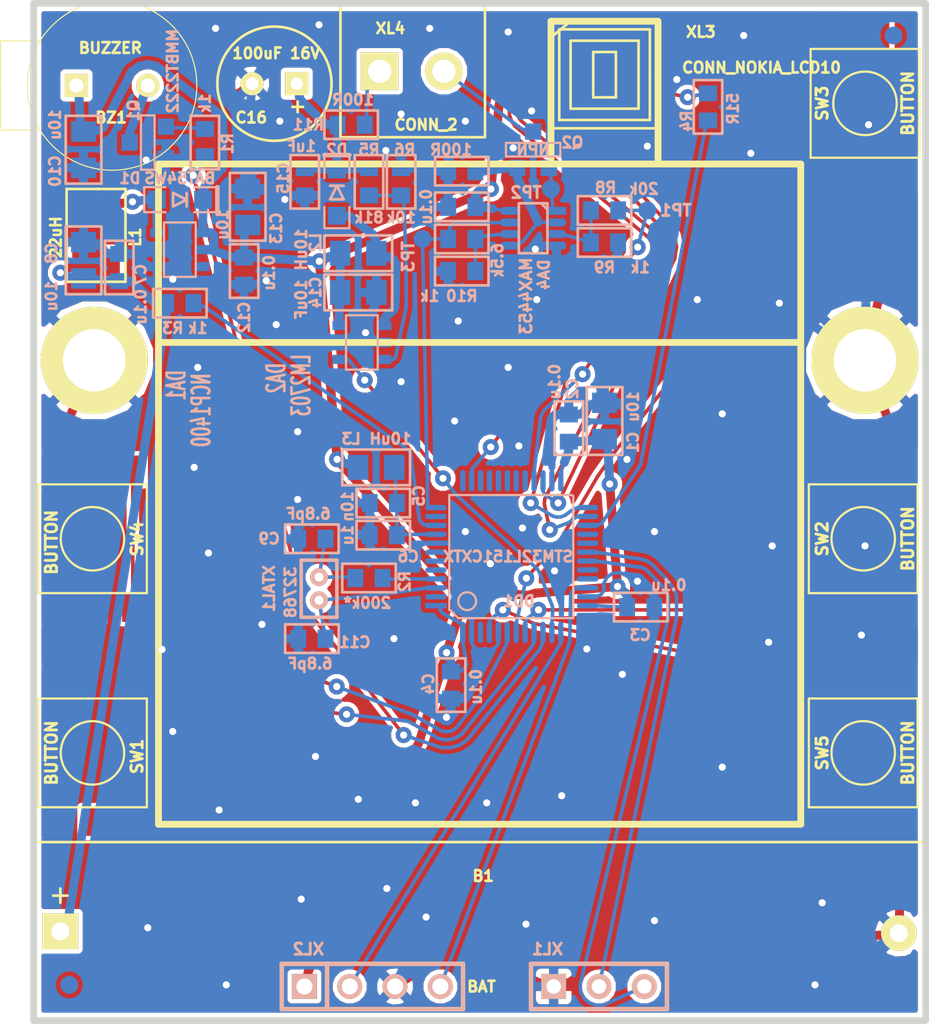
<source format=kicad_pcb>
(kicad_pcb (version 3) (host pcbnew "(2013-07-07 BZR 4022)-stable")
  (layers (15 F.Cu signal) (0 B.Cu signal) (18 B.Paste user) (19 F.Paste user) (20 B.SilkS user) (21 F.SilkS user) (22 B.Mask user) (23 F.Mask user) (28 Edge.Cuts user))
  (net 0 "")
  (net 1 +12V)
  (net 2 +3.3V)
  (net 3 +BATT)
  (net 4 /12V_EN)
  (net 5 /ADC)
  (net 6 /BRAIN_A)
  (net 7 /BRAIN_C)
  (net 8 /BTN1)
  (net 9 /BTN2)
  (net 10 /BTN3)
  (net 11 /BTN4)
  (net 12 /BTN5)
  (net 13 /Buzzer)
  (net 14 /BuzzerOut)
  (net 15 /CURR_SNS)
  (net 16 /DAC)
  (net 17 /LCD_BCKLT)
  (net 18 /LCD_SCLK)
  (net 19 /LCD_SDA)
  (net 20 /LCD_XCS)
  (net 21 /LCD_XRES)
  (net 22 /Lout)
  (net 23 /Lout12)
  (net 24 /SWCLK)
  (net 25 /SWDIO)
  (net 26 /UART_RX)
  (net 27 /UART_TX)
  (net 28 GND)
  (net 29 N-0000010)
  (net 30 N-0000020)
  (net 31 N-0000034)
  (net 32 N-0000037)
  (net 33 N-0000038)
  (net 34 N-000004)
  (net 35 N-0000044)
  (net 36 N-0000047)
  (net 37 N-0000049)
  (net 38 N-000005)
  (net 39 N-0000050)
  (module TESTPOINT_1MM (layer B.Cu) (at 199.4 163.6)
    (fp_text reference TP1 (at 1.6 0) (layer B.SilkS) (effects (font (size 0.635 0.635) (thickness 0.16002)) (justify mirror)))
    (fp_text value TESTPOINT hide)
    (pad 1 smd circle (at 0 0) (size 1.00076 1.524) (layers B.Cu B.Paste B.Mask) (net 16 /DAC))
  )
  (module TESTPOINT_1MM (layer B.Cu) (at 194 162.4)
    (fp_text reference TP2 (at -1.4 0.2) (layer B.SilkS) (effects (font (size 0.635 0.635) (thickness 0.16002)) (justify mirror)))
    (fp_text value TESTPOINT hide)
    (pad 1 smd circle (at 0 0) (size 1.00076 1.524) (layers B.Cu B.Paste B.Mask) (net 39 N-0000050))
  )
  (module SOT23-8 (layer B.Cu) (at 193 164.6 270)
    (fp_text reference DA4 (at 2.6 -0.6 270) (layer B.SilkS) (effects (font (size 0.59944 0.59944) (thickness 0.14986)) (justify mirror)))
    (fp_text value MAX4453 (at 3.8 0.4 270) (layer B.SilkS) (effects (font (size 0.635 0.635) (thickness 0.14986)) (justify mirror)))
    (pad 1 smd rect (at -0.97536 -1.30048 270) (size 0.44958 1.09982) (layers B.Cu B.Paste B.Mask) (net 39 N-0000050))
    (pad 2 smd oval (at -0.32512 -1.30048 270) (size 0.44958 1.09982) (layers B.Cu B.Paste B.Mask) (net 15 /CURR_SNS))
    (pad 3 smd oval (at 0.32512 -1.30048 270) (size 0.44958 1.09982) (layers B.Cu B.Paste B.Mask) (net 37 N-0000049))
    (pad 8 smd oval (at -0.97536 1.30048 270) (size 0.44958 1.09982) (layers B.Cu B.Paste B.Mask) (net 2 +3.3V))
    (pad 5 smd oval (at 0.97536 1.30048 270) (size 0.44958 1.09982) (layers B.Cu B.Paste B.Mask) (net 15 /CURR_SNS))
    (pad 6 smd oval (at 0.32512 1.30048 270) (size 0.44958 1.09982) (layers B.Cu B.Paste B.Mask) (net 31 N-0000034))
    (pad 4 smd oval (at 0.97536 -1.30048 270) (size 0.44958 1.09982) (layers B.Cu B.Paste B.Mask) (net 28 GND))
    (pad 7 smd oval (at -0.32512 1.30048 270) (size 0.44958 1.09982) (layers B.Cu B.Paste B.Mask) (net 5 /ADC))
  )
  (module SOT23-5 (layer B.Cu) (at 183.4 171 270)
    (fp_text reference DA2 (at 2 4.8 270) (layer B.SilkS) (effects (font (size 1.00076 0.59944) (thickness 0.14986)) (justify mirror)))
    (fp_text value LM2703 (at 2.4 3.4 270) (layer B.SilkS) (effects (font (size 1.00076 0.59944) (thickness 0.14986)) (justify mirror)))
    (pad 1 smd rect (at -0.9525 -1.27 270) (size 0.508 0.762) (layers B.Cu B.Paste B.Mask) (net 23 /Lout12))
    (pad 3 smd rect (at 0.9525 -1.27 270) (size 0.508 0.762) (layers B.Cu B.Paste B.Mask) (net 35 N-0000044))
    (pad 5 smd rect (at -0.9525 1.27 270) (size 0.508 0.762) (layers B.Cu B.Paste B.Mask) (net 2 +3.3V))
    (pad 2 smd rect (at 0 -1.27 270) (size 0.508 0.762) (layers B.Cu B.Paste B.Mask) (net 28 GND))
    (pad 4 smd rect (at 0.9525 1.27 270) (size 0.508 0.762) (layers B.Cu B.Paste B.Mask) (net 4 /12V_EN))
  )
  (module SOT23-5 (layer B.Cu) (at 173.2 165.8 270)
    (fp_text reference DA1 (at 7.6 0.2 270) (layer B.SilkS) (effects (font (size 1.00076 0.59944) (thickness 0.14986)) (justify mirror)))
    (fp_text value NCP1400 (at 9 -1.2 270) (layer B.SilkS) (effects (font (size 1.00076 0.59944) (thickness 0.14986)) (justify mirror)))
    (pad 1 smd rect (at -0.9525 -1.27 270) (size 0.508 0.762) (layers B.Cu B.Paste B.Mask) (net 2 +3.3V))
    (pad 3 smd rect (at 0.9525 -1.27 270) (size 0.508 0.762) (layers B.Cu B.Paste B.Mask))
    (pad 5 smd rect (at -0.9525 1.27 270) (size 0.508 0.762) (layers B.Cu B.Paste B.Mask) (net 22 /Lout))
    (pad 2 smd rect (at 0 -1.27 270) (size 0.508 0.762) (layers B.Cu B.Paste B.Mask) (net 2 +3.3V))
    (pad 4 smd rect (at 0.9525 1.27 270) (size 0.508 0.762) (layers B.Cu B.Paste B.Mask) (net 28 GND))
  )
  (module SOT23 (layer B.Cu) (at 171.4 159.8 90)
    (fp_text reference Q1 (at 1.8 -0.8 90) (layer B.SilkS) (effects (font (size 0.59944 0.59944) (thickness 0.14986)) (justify mirror)))
    (fp_text value MMBT2222 (at 4 1.4 90) (layer B.SilkS) (effects (font (size 0.59944 0.59944) (thickness 0.14986)) (justify mirror)))
    (pad 2 smd rect (at -0.889 1.016 90) (size 0.9144 0.9144) (layers B.Cu B.Paste B.Mask) (net 28 GND))
    (pad 1 smd rect (at 0.889 1.016 90) (size 0.9144 0.9144) (layers B.Cu B.Paste B.Mask) (net 38 N-000005))
    (pad 3 smd rect (at 0 -1.016 90) (size 0.9144 0.9144) (layers B.Cu B.Paste B.Mask) (net 14 /BuzzerOut))
  )
  (module SOT23 (layer B.Cu) (at 193 160.2)
    (fp_text reference Q2 (at 2.2 -0.4) (layer B.SilkS) (effects (font (size 0.59944 0.59944) (thickness 0.14986)) (justify mirror)))
    (fp_text value NPN (at 0 0) (layer B.SilkS) (effects (font (size 0.59944 0.59944) (thickness 0.14986)) (justify mirror)))
    (pad 2 smd rect (at -0.889 1.016) (size 0.9144 0.9144) (layers B.Cu B.Paste B.Mask) (net 15 /CURR_SNS))
    (pad 1 smd rect (at 0.889 1.016) (size 0.9144 0.9144) (layers B.Cu B.Paste B.Mask) (net 39 N-0000050))
    (pad 3 smd rect (at 0 -1.016) (size 0.9144 0.9144) (layers B.Cu B.Paste B.Mask) (net 7 /BRAIN_C))
  )
  (module SIL-4 (layer B.Cu) (at 183.99 207.09)
    (fp_text reference XL2 (at -3.59 -2.09) (layer B.SilkS) (effects (font (size 0.635 0.635) (thickness 0.16002)) (justify mirror)))
    (fp_text value ST_SWD hide)
    (pad 1 thru_hole rect (at -3.81 0) (size 1.39954 1.39954) (drill 0.89916) (layers *.Cu *.Mask B.SilkS) (net 2 +3.3V))
    (pad 2 thru_hole circle (at -1.27 0) (size 1.39954 1.39954) (drill 0.89916) (layers *.Cu *.Mask B.SilkS) (net 24 /SWCLK))
    (pad 3 thru_hole circle (at 1.27 0) (size 1.39954 1.39954) (drill 0.89916) (layers *.Cu *.Mask B.SilkS) (net 28 GND))
    (pad 4 thru_hole circle (at 3.81 0) (size 1.39954 1.39954) (drill 0.89916) (layers *.Cu *.Mask B.SilkS) (net 25 /SWDIO))
  )
  (module SIL-3 (layer B.Cu) (at 196.69 207.09)
    (fp_text reference XL1 (at -2.89 -2.09) (layer B.SilkS) (effects (font (size 0.635 0.635) (thickness 0.16002)) (justify mirror)))
    (fp_text value CONN_3 hide)
    (pad 1 thru_hole rect (at -2.54 0) (size 1.397 1.397) (drill 0.8128) (layers *.Cu *.Mask B.SilkS) (net 28 GND))
    (pad 2 thru_hole circle (at 0 0) (size 1.397 1.397) (drill 0.8128) (layers *.Cu *.Mask B.SilkS) (net 27 /UART_TX))
    (pad 3 thru_hole circle (at 2.54 0) (size 1.397 1.397) (drill 0.8128) (layers *.Cu *.Mask B.SilkS) (net 26 /UART_RX))
  )
  (module RES_0603 (layer B.Cu) (at 197 165.4)
    (fp_text reference R9 (at 0 1.4) (layer B.SilkS) (effects (font (size 0.6 0.6)) (justify mirror)))
    (fp_text value 1k (at 2 1.4) (layer B.SilkS) (effects (font (size 0.6 0.6)) (justify mirror)))
    (pad 1 smd rect (at -0.762 0) (size 0.889 1.016) (layers B.Cu B.Paste B.Mask) (net 37 N-0000049))
    (pad 2 smd rect (at 0.762 0) (size 0.889 1.016) (layers B.Cu B.Paste B.Mask) (net 28 GND))
  )
  (module RES_0603 (layer B.Cu) (at 183.8 184.2 180)
    (fp_text reference R2 (at -2 -0.2 270) (layer B.SilkS) (effects (font (size 0.6 0.6)) (justify mirror)))
    (fp_text value 200k* (at 0.09906 -1.39954 180) (layer B.SilkS) (effects (font (size 0.6 0.6)) (justify mirror)))
    (pad 1 smd rect (at -0.762 0 180) (size 0.889 1.016) (layers B.Cu B.Paste B.Mask) (net 36 N-0000047))
    (pad 2 smd rect (at 0.762 0 180) (size 0.889 1.016) (layers B.Cu B.Paste B.Mask) (net 32 N-0000037))
  )
  (module RES_0603 (layer B.Cu) (at 202.8 157.8 270)
    (fp_text reference R4 (at 0.8 1.2 270) (layer B.SilkS) (effects (font (size 0.6 0.6)) (justify mirror)))
    (fp_text value 51R (at 0.09906 -1.39954 270) (layer B.SilkS) (effects (font (size 0.6 0.6)) (justify mirror)))
    (pad 1 smd rect (at -0.762 0 270) (size 0.889 1.016) (layers B.Cu B.Paste B.Mask) (net 29 N-0000010))
    (pad 2 smd rect (at 0.762 0 270) (size 0.889 1.016) (layers B.Cu B.Paste B.Mask) (net 17 /LCD_BCKLT))
  )
  (module RES_0603 (layer B.Cu) (at 183.8 162 270)
    (fp_text reference R5 (at -1.8 0 360) (layer B.SilkS) (effects (font (size 0.6 0.6)) (justify mirror)))
    (fp_text value 81k (at 2 0 360) (layer B.SilkS) (effects (font (size 0.6 0.6)) (justify mirror)))
    (pad 1 smd rect (at -0.762 0 270) (size 0.889 1.016) (layers B.Cu B.Paste B.Mask) (net 1 +12V))
    (pad 2 smd rect (at 0.762 0 270) (size 0.889 1.016) (layers B.Cu B.Paste B.Mask) (net 35 N-0000044))
  )
  (module RES_0603 (layer B.Cu) (at 185.6 162 90)
    (fp_text reference R6 (at 1.8 0.2 180) (layer B.SilkS) (effects (font (size 0.6 0.6)) (justify mirror)))
    (fp_text value 10k (at -2 0 180) (layer B.SilkS) (effects (font (size 0.6 0.6)) (justify mirror)))
    (pad 1 smd rect (at -0.762 0 90) (size 0.889 1.016) (layers B.Cu B.Paste B.Mask) (net 35 N-0000044))
    (pad 2 smd rect (at 0.762 0 90) (size 0.889 1.016) (layers B.Cu B.Paste B.Mask) (net 28 GND))
  )
  (module RES_0603 (layer B.Cu) (at 174.6 159.8 90)
    (fp_text reference R1 (at -0.0635 1.27 90) (layer B.SilkS) (effects (font (size 0.6 0.6)) (justify mirror)))
    (fp_text value 1k (at 2.2 0 90) (layer B.SilkS) (effects (font (size 0.6 0.6)) (justify mirror)))
    (pad 1 smd rect (at -0.762 0 90) (size 0.889 1.016) (layers B.Cu B.Paste B.Mask) (net 13 /Buzzer))
    (pad 2 smd rect (at 0.762 0 90) (size 0.889 1.016) (layers B.Cu B.Paste B.Mask) (net 38 N-000005))
  )
  (module RES_0603 (layer B.Cu) (at 189 161.4 180)
    (fp_text reference R12 hide)
    (fp_text value 100R (at 0.6 1.2 180) (layer B.SilkS) (effects (font (size 0.6 0.6)) (justify mirror)))
    (pad 1 smd rect (at -0.762 0 180) (size 0.889 1.016) (layers B.Cu B.Paste B.Mask) (net 15 /CURR_SNS))
    (pad 2 smd rect (at 0.762 0 180) (size 0.889 1.016) (layers B.Cu B.Paste B.Mask) (net 28 GND))
  )
  (module RES_0603 (layer B.Cu) (at 197 163.6 180)
    (fp_text reference R8 (at -0.0635 1.27 180) (layer B.SilkS) (effects (font (size 0.6 0.6)) (justify mirror)))
    (fp_text value 20k (at -2.2 1.2 180) (layer B.SilkS) (effects (font (size 0.6 0.6)) (justify mirror)))
    (pad 1 smd rect (at -0.762 0 180) (size 0.889 1.016) (layers B.Cu B.Paste B.Mask) (net 16 /DAC))
    (pad 2 smd rect (at 0.762 0 180) (size 0.889 1.016) (layers B.Cu B.Paste B.Mask) (net 37 N-0000049))
  )
  (module RES_0603 (layer B.Cu) (at 182.8 158.8)
    (fp_text reference R11 (at -2.4 0) (layer B.SilkS) (effects (font (size 0.6 0.6)) (justify mirror)))
    (fp_text value 100R (at 0.09906 -1.39954) (layer B.SilkS) (effects (font (size 0.6 0.6)) (justify mirror)))
    (pad 1 smd rect (at -0.762 0) (size 0.889 1.016) (layers B.Cu B.Paste B.Mask) (net 1 +12V))
    (pad 2 smd rect (at 0.762 0) (size 0.889 1.016) (layers B.Cu B.Paste B.Mask) (net 6 /BRAIN_A))
  )
  (module RES_0603 (layer B.Cu) (at 173.2 168.8 180)
    (fp_text reference R3 (at 0.4 -1.4 180) (layer B.SilkS) (effects (font (size 0.6 0.6)) (justify mirror)))
    (fp_text value 1k (at -1 -1.4 180) (layer B.SilkS) (effects (font (size 0.6 0.6)) (justify mirror)))
    (pad 1 smd rect (at -0.762 0 180) (size 0.889 1.016) (layers B.Cu B.Paste B.Mask) (net 30 N-0000020))
    (pad 2 smd rect (at 0.762 0 180) (size 0.889 1.016) (layers B.Cu B.Paste B.Mask) (net 3 +BATT))
  )
  (module RES_0603 (layer B.Cu) (at 189 167 180)
    (fp_text reference R10 (at 0 -1.4 180) (layer B.SilkS) (effects (font (size 0.6 0.6)) (justify mirror)))
    (fp_text value 1k (at 1.8 -1.4 180) (layer B.SilkS) (effects (font (size 0.6 0.6)) (justify mirror)))
    (pad 1 smd rect (at -0.762 0 180) (size 0.889 1.016) (layers B.Cu B.Paste B.Mask) (net 31 N-0000034))
    (pad 2 smd rect (at 0.762 0 180) (size 0.889 1.016) (layers B.Cu B.Paste B.Mask) (net 28 GND))
  )
  (module RES_0603 (layer B.Cu) (at 189 165.2)
    (fp_text reference R7 hide)
    (fp_text value 6.5k (at 2 1.2 90) (layer B.SilkS) (effects (font (size 0.6 0.6)) (justify mirror)))
    (pad 1 smd rect (at -0.762 0) (size 0.889 1.016) (layers B.Cu B.Paste B.Mask) (net 5 /ADC))
    (pad 2 smd rect (at 0.762 0) (size 0.889 1.016) (layers B.Cu B.Paste B.Mask) (net 31 N-0000034))
  )
  (module REF_POINT_1MM (layer B.Cu) (at 213.2 153.8)
    (fp_text reference RP2 hide)
    (fp_text value REFPOINT hide)
    (pad REF smd circle (at 0 0) (size 1 1) (layers B.Cu B.Mask))
  )
  (module REF_POINT_1MM (layer B.Cu) (at 167 207)
    (fp_text reference RP1 hide)
    (fp_text value REFPOINT hide)
    (pad REF smd circle (at 0 0) (size 1 1) (layers B.Cu B.Mask))
  )
  (module LQFP48 (layer B.Cu) (at 191.8 183)
    (fp_text reference DD1 (at 0.39878 2.49936) (layer B.SilkS) (effects (font (size 0.59944 0.59944) (thickness 0.14986)) (justify mirror)))
    (fp_text value STM32L151CXTX (at -0.2 0) (layer B.SilkS) (effects (font (size 0.59944 0.59944) (thickness 0.14986)) (justify mirror)))
    (pad 1 smd rect (at -4.24942 2.75082) (size 1.19888 0.29972) (layers B.Cu B.Paste B.Mask) (net 2 +3.3V))
    (pad 2 smd oval (at -4.24942 2.25298) (size 1.19888 0.29972) (layers B.Cu B.Paste B.Mask))
    (pad 3 smd oval (at -4.24942 1.7526) (size 1.19888 0.29972) (layers B.Cu B.Paste B.Mask) (net 33 N-0000038))
    (pad 4 smd oval (at -4.24942 1.25222) (size 1.19888 0.29972) (layers B.Cu B.Paste B.Mask) (net 36 N-0000047))
    (pad 5 smd oval (at -4.24942 0.75184) (size 1.19888 0.29972) (layers B.Cu B.Paste B.Mask))
    (pad 6 smd oval (at -4.24942 0.25146) (size 1.19888 0.29972) (layers B.Cu B.Paste B.Mask))
    (pad 7 smd oval (at -4.24942 -0.24892) (size 1.19888 0.29972) (layers B.Cu B.Paste B.Mask))
    (pad 8 smd oval (at -4.24942 -0.7493) (size 1.19888 0.29972) (layers B.Cu B.Paste B.Mask) (net 28 GND))
    (pad 9 smd oval (at -4.24942 -1.24714) (size 1.19888 0.29972) (layers B.Cu B.Paste B.Mask) (net 34 N-000004))
    (pad 10 smd oval (at -4.24942 -1.74752) (size 1.19888 0.29972) (layers B.Cu B.Paste B.Mask) (net 30 N-0000020))
    (pad 11 smd oval (at -4.24942 -2.2479) (size 1.19888 0.29972) (layers B.Cu B.Paste B.Mask))
    (pad 12 smd oval (at -4.25196 -2.74828) (size 1.19888 0.29972) (layers B.Cu B.Paste B.Mask) (net 5 /ADC))
    (pad 13 smd oval (at -2.74574 -4.24942 270) (size 1.19888 0.29972) (layers B.Cu B.Paste B.Mask))
    (pad 14 smd oval (at -2.2479 -4.24942 270) (size 1.19888 0.29972) (layers B.Cu B.Paste B.Mask) (net 16 /DAC))
    (pad 15 smd oval (at -1.74752 -4.24942 270) (size 1.19888 0.29972) (layers B.Cu B.Paste B.Mask))
    (pad 16 smd oval (at -1.24714 -4.24942 270) (size 1.19888 0.29972) (layers B.Cu B.Paste B.Mask))
    (pad 17 smd oval (at -0.74676 -4.24942 270) (size 1.19888 0.29972) (layers B.Cu B.Paste B.Mask))
    (pad 18 smd oval (at -0.24638 -4.24942 270) (size 1.19888 0.29972) (layers B.Cu B.Paste B.Mask))
    (pad 19 smd oval (at 0.254 -4.24942 270) (size 1.19888 0.29972) (layers B.Cu B.Paste B.Mask))
    (pad 20 smd oval (at 0.75184 -4.24942 270) (size 1.19888 0.29972) (layers B.Cu B.Paste B.Mask))
    (pad 21 smd oval (at 1.25222 -4.24942 270) (size 1.19888 0.29972) (layers B.Cu B.Paste B.Mask) (net 19 /LCD_SDA))
    (pad 22 smd oval (at 1.7526 -4.24942 270) (size 1.19888 0.29972) (layers B.Cu B.Paste B.Mask) (net 21 /LCD_XRES))
    (pad 23 smd oval (at 2.25044 -4.24942 270) (size 1.19888 0.29972) (layers B.Cu B.Paste B.Mask) (net 28 GND))
    (pad 24 smd oval (at 2.75082 -4.24942 270) (size 1.19888 0.29972) (layers B.Cu B.Paste B.Mask) (net 2 +3.3V))
    (pad 25 smd oval (at 4.25196 -2.75082) (size 1.19888 0.29972) (layers B.Cu B.Paste B.Mask) (net 18 /LCD_SCLK))
    (pad 26 smd oval (at 4.25196 -2.25044) (size 1.19888 0.29972) (layers B.Cu B.Paste B.Mask) (net 20 /LCD_XCS))
    (pad 27 smd oval (at 4.25196 -1.75006) (size 1.19888 0.29972) (layers B.Cu B.Paste B.Mask) (net 17 /LCD_BCKLT))
    (pad 28 smd oval (at 4.25196 -1.24968) (size 1.19888 0.29972) (layers B.Cu B.Paste B.Mask))
    (pad 29 smd oval (at 4.25196 -0.7493) (size 1.19888 0.29972) (layers B.Cu B.Paste B.Mask))
    (pad 30 smd oval (at 4.25196 -0.24892) (size 1.19888 0.29972) (layers B.Cu B.Paste B.Mask) (net 27 /UART_TX))
    (pad 31 smd oval (at 4.25196 0.25146) (size 1.19888 0.29972) (layers B.Cu B.Paste B.Mask) (net 26 /UART_RX))
    (pad 32 smd oval (at 4.25196 0.7493) (size 1.19888 0.29972) (layers B.Cu B.Paste B.Mask))
    (pad 33 smd oval (at 4.25196 1.24968) (size 1.19888 0.29972) (layers B.Cu B.Paste B.Mask))
    (pad 34 smd oval (at 4.25196 1.75006) (size 1.19888 0.29972) (layers B.Cu B.Paste B.Mask) (net 25 /SWDIO))
    (pad 35 smd oval (at 4.25196 2.25044) (size 1.19888 0.29972) (layers B.Cu B.Paste B.Mask) (net 28 GND))
    (pad 36 smd oval (at 4.25196 2.75082) (size 1.19888 0.29972) (layers B.Cu B.Paste B.Mask) (net 2 +3.3V))
    (pad 37 smd oval (at 2.75082 4.24942 270) (size 1.19888 0.29972) (layers B.Cu B.Paste B.Mask) (net 24 /SWCLK))
    (pad 38 smd oval (at 2.25044 4.24942 270) (size 1.19888 0.29972) (layers B.Cu B.Paste B.Mask) (net 4 /12V_EN))
    (pad 39 smd oval (at 1.75006 4.24942 270) (size 1.19888 0.29972) (layers B.Cu B.Paste B.Mask) (net 13 /Buzzer))
    (pad 40 smd oval (at 1.24968 4.24942 270) (size 1.19888 0.29972) (layers B.Cu B.Paste B.Mask) (net 8 /BTN1))
    (pad 41 smd oval (at 0.7493 4.24942 270) (size 1.19888 0.29972) (layers B.Cu B.Paste B.Mask) (net 9 /BTN2))
    (pad 42 smd oval (at 0.24892 4.24942 270) (size 1.19888 0.29972) (layers B.Cu B.Paste B.Mask) (net 10 /BTN3))
    (pad 43 smd oval (at -0.24892 4.24942 270) (size 1.19888 0.29972) (layers B.Cu B.Paste B.Mask) (net 11 /BTN4))
    (pad 44 smd oval (at -0.7493 4.24942 270) (size 1.19888 0.29972) (layers B.Cu B.Paste B.Mask) (net 28 GND))
    (pad 45 smd oval (at -1.24968 4.24942 270) (size 1.19888 0.29972) (layers B.Cu B.Paste B.Mask) (net 12 /BTN5))
    (pad 46 smd oval (at -1.75006 4.24942 270) (size 1.19888 0.29972) (layers B.Cu B.Paste B.Mask))
    (pad 47 smd oval (at -2.25044 4.24942 270) (size 1.19888 0.29972) (layers B.Cu B.Paste B.Mask) (net 28 GND))
    (pad 48 smd oval (at -2.75082 4.24942 270) (size 1.19888 0.29972) (layers B.Cu B.Paste B.Mask) (net 2 +3.3V))
  )
  (module IND_1210 (layer F.Cu) (at 168.5 165 270)
    (fp_text reference L1 (at 0.1 -2.2 270) (layer F.SilkS) (effects (font (size 0.6 0.6))))
    (fp_text value 22uH (at 0.1 2.25 270) (layer F.SilkS) (effects (font (size 0.6 0.6))))
    (pad 1 smd rect (at -1.524 0 270) (size 1.524 2.667) (layers F.Cu F.Paste F.Mask) (net 22 /Lout))
    (pad 2 smd rect (at 1.524 0 270) (size 1.524 2.667) (layers F.Cu F.Paste F.Mask) (net 3 +BATT))
  )
  (module IND_0805 (layer B.Cu) (at 183.2 166 180)
    (fp_text reference L2 (at 2.4 0.6 270) (layer B.SilkS) (effects (font (size 0.6 0.6)) (justify mirror)))
    (fp_text value 10uH (at 3.2 0.2 270) (layer B.SilkS) (effects (font (size 0.6 0.6)) (justify mirror)))
    (pad 1 smd rect (at -1.016 0 180) (size 1.143 1.397) (layers B.Cu B.Paste B.Mask) (net 23 /Lout12))
    (pad 2 smd rect (at 1.016 0 180) (size 1.143 1.397) (layers B.Cu B.Paste B.Mask) (net 2 +3.3V))
  )
  (module Hole3_5_out6mm (layer F.Cu) (at 168.4 172)
    (fp_text reference HOLE2 hide)
    (fp_text value HOLE_METALLED (at -0.09906 -3.2004) (layer F.SilkS) (effects (font (size 0.127 0.127) (thickness 0.00254))))
    (pad Hle thru_hole circle (at 0 0) (size 5.99948 5.99948) (drill 3.50012) (layers *.Cu *.Mask F.SilkS) (net 28 GND))
  )
  (module Hole3_5_out6mm (layer F.Cu) (at 211.6 172)
    (fp_text reference HOLE1 hide)
    (fp_text value HOLE_METALLED (at -0.09906 -3.2004) (layer F.SilkS) (effects (font (size 0.127 0.127) (thickness 0.00254))))
    (pad Hle thru_hole circle (at 0 0) (size 5.99948 5.99948) (drill 3.50012) (layers *.Cu *.Mask F.SilkS) (net 28 GND))
  )
  (module DIODE_SOD323 (layer B.Cu) (at 173.2 163 180)
    (fp_text reference D1 (at 2.8 1.2 180) (layer B.SilkS) (effects (font (size 0.59944 0.59944) (thickness 0.14986)) (justify mirror)))
    (fp_text value BAT54WS (at 0 1.2 180) (layer B.SilkS) (effects (font (size 0.59944 0.59944) (thickness 0.14986)) (justify mirror)))
    (pad C smd rect (at -1.30048 0 180) (size 1.00076 1.00076) (layers B.Cu B.Paste B.Mask) (net 2 +3.3V))
    (pad A smd rect (at 1.30048 0 180) (size 1.00076 1.00076) (layers B.Cu B.Paste B.Mask) (net 22 /Lout))
  )
  (module DIODE_SOD323 (layer B.Cu) (at 182 162.6 270)
    (fp_text reference D2 (at -2.4 0 360) (layer B.SilkS) (effects (font (size 0.59944 0.59944) (thickness 0.14986)) (justify mirror)))
    (fp_text value BAT54WS hide)
    (pad C smd rect (at -1.30048 0 270) (size 1.00076 1.00076) (layers B.Cu B.Paste B.Mask) (net 1 +12V))
    (pad A smd rect (at 1.30048 0 270) (size 1.00076 1.00076) (layers B.Cu B.Paste B.Mask) (net 23 /Lout12))
  )
  (module CONN_NOKIA_LCD (layer F.Cu) (at 197 156)
    (fp_text reference XL3 (at 5.4 -2.4) (layer F.SilkS) (effects (font (size 0.59944 0.59944) (thickness 0.14986))))
    (fp_text value CONN_NOKIA_LCD10 (at 8.8 -0.4) (layer F.SilkS) (effects (font (size 0.59944 0.59944) (thickness 0.14986))))
    (pad 1 smd rect (at -2.9972 -1.00584 270) (size 0.24892 0.762) (layers F.Cu F.Paste F.Mask) (net 18 /LCD_SCLK))
    (pad 2 smd rect (at -2.9972 -0.50546 270) (size 0.24892 0.762) (layers F.Cu F.Paste F.Mask) (net 19 /LCD_SDA))
    (pad 3 smd rect (at -2.9972 -0.00508 270) (size 0.24892 0.762) (layers F.Cu F.Paste F.Mask) (net 28 GND))
    (pad 4 smd rect (at -2.9972 0.4953 270) (size 0.24892 0.762) (layers F.Cu F.Paste F.Mask) (net 20 /LCD_XCS))
    (pad 5 smd rect (at -2.9972 0.99568 270) (size 0.24892 0.762) (layers F.Cu F.Paste F.Mask) (net 21 /LCD_XRES))
    (pad 6 smd rect (at 3.00228 0.99568 270) (size 0.24892 0.762) (layers F.Cu F.Paste F.Mask) (net 29 N-0000010))
    (pad 7 smd rect (at 3.00228 0.4953 270) (size 0.24892 0.762) (layers F.Cu F.Paste F.Mask) (net 28 GND))
    (pad 8 smd rect (at 3.00228 -0.00508 270) (size 0.24892 0.762) (layers F.Cu F.Paste F.Mask))
    (pad 9 smd rect (at 3.00228 -0.50546 270) (size 0.24892 0.762) (layers F.Cu F.Paste F.Mask) (net 2 +3.3V))
    (pad 10 smd rect (at 3.00228 -1.00584 270) (size 0.24892 0.762) (layers F.Cu F.Paste F.Mask) (net 2 +3.3V))
  )
  (module CONN_DG381_2 (layer F.Cu) (at 186.2 155.8)
    (fp_text reference XL4 (at -1.2 -2.4) (layer F.SilkS) (effects (font (size 0.6 0.6))))
    (fp_text value CONN_2 (at 0.8 3) (layer F.SilkS) (effects (font (size 0.6 0.6))))
    (pad 1 thru_hole rect (at -1.8 0) (size 2.1 2.1) (drill 1.3) (layers *.Cu *.Mask F.SilkS) (net 6 /BRAIN_A))
    (pad 2 thru_hole circle (at 1.8 0) (size 2.1 2.1) (drill 1.3) (layers *.Cu *.Mask F.SilkS) (net 7 /BRAIN_C))
  )
  (module CAP_0805 (layer B.Cu) (at 197 175.4 90)
    (fp_text reference C1 (at -1.2 1.6 90) (layer B.SilkS) (effects (font (size 0.6 0.6)) (justify mirror)))
    (fp_text value 10u (at 0.8 1.6 90) (layer B.SilkS) (effects (font (size 0.6 0.6)) (justify mirror)))
    (pad 1 smd rect (at -1.016 0 90) (size 1.143 1.397) (layers B.Cu B.Paste B.Mask) (net 2 +3.3V))
    (pad 2 smd rect (at 1.016 0 90) (size 1.143 1.397) (layers B.Cu B.Paste B.Mask) (net 28 GND))
  )
  (module CAP_0805 (layer B.Cu) (at 167.8 160.2 270)
    (fp_text reference C10 (at 1.2 1.6 270) (layer B.SilkS) (effects (font (size 0.6 0.6)) (justify mirror)))
    (fp_text value 10u (at -1.4 1.6 270) (layer B.SilkS) (effects (font (size 0.6 0.6)) (justify mirror)))
    (pad 1 smd rect (at -1.016 0 270) (size 1.143 1.397) (layers B.Cu B.Paste B.Mask) (net 2 +3.3V))
    (pad 2 smd rect (at 1.016 0 270) (size 1.143 1.397) (layers B.Cu B.Paste B.Mask) (net 28 GND))
  )
  (module CAP_0805 (layer B.Cu) (at 183.2 168.2)
    (fp_text reference C14 (at -2.4 0 90) (layer B.SilkS) (effects (font (size 0.6 0.6)) (justify mirror)))
    (fp_text value 10uF (at -3.2 0.4 90) (layer B.SilkS) (effects (font (size 0.6 0.6)) (justify mirror)))
    (pad 1 smd rect (at -1.016 0) (size 1.143 1.397) (layers B.Cu B.Paste B.Mask) (net 2 +3.3V))
    (pad 2 smd rect (at 1.016 0) (size 1.143 1.397) (layers B.Cu B.Paste B.Mask) (net 28 GND))
  )
  (module CAP_0805 (layer B.Cu) (at 177 163.4 90)
    (fp_text reference C13 (at -1.2 1.6 90) (layer B.SilkS) (effects (font (size 0.6 0.6)) (justify mirror)))
    (fp_text value 10u (at -1 -1.4 90) (layer B.SilkS) (effects (font (size 0.6 0.6)) (justify mirror)))
    (pad 1 smd rect (at -1.016 0 90) (size 1.143 1.397) (layers B.Cu B.Paste B.Mask) (net 2 +3.3V))
    (pad 2 smd rect (at 1.016 0 90) (size 1.143 1.397) (layers B.Cu B.Paste B.Mask) (net 28 GND))
  )
  (module CAP_0805 (layer B.Cu) (at 167.8 166.4 90)
    (fp_text reference C8 (at 0.4 -1.8 90) (layer B.SilkS) (effects (font (size 0.6 0.6)) (justify mirror)))
    (fp_text value 10u (at -2 -1.8 90) (layer B.SilkS) (effects (font (size 0.6 0.6)) (justify mirror)))
    (pad 1 smd rect (at -1.016 0 90) (size 1.143 1.397) (layers B.Cu B.Paste B.Mask) (net 3 +BATT))
    (pad 2 smd rect (at 1.016 0 90) (size 1.143 1.397) (layers B.Cu B.Paste B.Mask) (net 28 GND))
  )
  (module CAP_06xxR (layer F.Cu) (at 178.5 156.5 180)
    (fp_text reference C16 (at 1.3 -1.9 180) (layer F.SilkS) (effects (font (size 0.6 0.6))))
    (fp_text value "100uF 16V" (at -0.1 1.7 180) (layer F.SilkS) (effects (font (size 0.6 0.6))))
    (pad 1 thru_hole rect (at -1.25 0 180) (size 1.3 1.3) (drill 0.7) (layers *.Cu *.Mask F.SilkS) (net 1 +12V))
    (pad 2 thru_hole circle (at 1.25 0 180) (size 1.3 1.3) (drill 0.7) (layers *.Cu *.Mask F.SilkS) (net 28 GND))
  )
  (module CAP_0603 (layer B.Cu) (at 184.6 180 180)
    (fp_text reference C5 (at -2 0.4 270) (layer B.SilkS) (effects (font (size 0.6 0.6)) (justify mirror)))
    (fp_text value 10n (at 2 -0.2 270) (layer B.SilkS) (effects (font (size 0.6 0.6)) (justify mirror)))
    (pad 1 smd rect (at -0.762 0 180) (size 0.889 1.016) (layers B.Cu B.Paste B.Mask) (net 34 N-000004))
    (pad 2 smd rect (at 0.762 0 180) (size 0.889 1.016) (layers B.Cu B.Paste B.Mask) (net 28 GND))
  )
  (module CAP_0603 (layer B.Cu) (at 184.6 181.8 180)
    (fp_text reference C6 (at -1.4 -1.2 180) (layer B.SilkS) (effects (font (size 0.6 0.6)) (justify mirror)))
    (fp_text value 1u (at 2 0 270) (layer B.SilkS) (effects (font (size 0.6 0.6)) (justify mirror)))
    (pad 1 smd rect (at -0.762 0 180) (size 0.889 1.016) (layers B.Cu B.Paste B.Mask) (net 34 N-000004))
    (pad 2 smd rect (at 0.762 0 180) (size 0.889 1.016) (layers B.Cu B.Paste B.Mask) (net 28 GND))
  )
  (module CAP_0603 (layer B.Cu) (at 195 175.8 90)
    (fp_text reference C2 (at 2.2 0.2 90) (layer B.SilkS) (effects (font (size 0.6 0.6)) (justify mirror)))
    (fp_text value 0.1u (at 2.6 -0.8 90) (layer B.SilkS) (effects (font (size 0.6 0.6)) (justify mirror)))
    (pad 1 smd rect (at -0.762 0 90) (size 0.889 1.016) (layers B.Cu B.Paste B.Mask) (net 2 +3.3V))
    (pad 2 smd rect (at 0.762 0 90) (size 0.889 1.016) (layers B.Cu B.Paste B.Mask) (net 28 GND))
  )
  (module CAP_0603 (layer B.Cu) (at 189 163.4 180)
    (fp_text reference C17 hide)
    (fp_text value 0.1u (at 2 0 270) (layer B.SilkS) (effects (font (size 0.6 0.6)) (justify mirror)))
    (pad 1 smd rect (at -0.762 0 180) (size 0.889 1.016) (layers B.Cu B.Paste B.Mask) (net 2 +3.3V))
    (pad 2 smd rect (at 0.762 0 180) (size 0.889 1.016) (layers B.Cu B.Paste B.Mask) (net 28 GND))
  )
  (module CAP_0603 (layer B.Cu) (at 176.8 167 270)
    (fp_text reference C12 (at 2.6 0 270) (layer B.SilkS) (effects (font (size 0.6 0.6)) (justify mirror)))
    (fp_text value 0.1u (at 0.09906 -1.39954 270) (layer B.SilkS) (effects (font (size 0.6 0.6)) (justify mirror)))
    (pad 1 smd rect (at -0.762 0 270) (size 0.889 1.016) (layers B.Cu B.Paste B.Mask) (net 2 +3.3V))
    (pad 2 smd rect (at 0.762 0 270) (size 0.889 1.016) (layers B.Cu B.Paste B.Mask) (net 28 GND))
  )
  (module CAP_0603 (layer B.Cu) (at 188.4 190.2 270)
    (fp_text reference C4 (at -0.0635 1.27 270) (layer B.SilkS) (effects (font (size 0.6 0.6)) (justify mirror)))
    (fp_text value 0.1u (at 0.09906 -1.39954 270) (layer B.SilkS) (effects (font (size 0.6 0.6)) (justify mirror)))
    (pad 1 smd rect (at -0.762 0 270) (size 0.889 1.016) (layers B.Cu B.Paste B.Mask) (net 2 +3.3V))
    (pad 2 smd rect (at 0.762 0 270) (size 0.889 1.016) (layers B.Cu B.Paste B.Mask) (net 28 GND))
  )
  (module CAP_0603 (layer B.Cu) (at 169.8 166.8 90)
    (fp_text reference C7 (at -0.4 1.2 90) (layer B.SilkS) (effects (font (size 0.6 0.6)) (justify mirror)))
    (fp_text value 0.1u (at -2.2 1.2 90) (layer B.SilkS) (effects (font (size 0.6 0.6)) (justify mirror)))
    (pad 1 smd rect (at -0.762 0 90) (size 0.889 1.016) (layers B.Cu B.Paste B.Mask) (net 3 +BATT))
    (pad 2 smd rect (at 0.762 0 90) (size 0.889 1.016) (layers B.Cu B.Paste B.Mask) (net 28 GND))
  )
  (module CAP_0603 (layer B.Cu) (at 180.2 162 270)
    (fp_text reference C15 (at -0.2 1.2 270) (layer B.SilkS) (effects (font (size 0.6 0.6)) (justify mirror)))
    (fp_text value 1uF (at -2 0.2 360) (layer B.SilkS) (effects (font (size 0.6 0.6)) (justify mirror)))
    (pad 1 smd rect (at -0.762 0 270) (size 0.889 1.016) (layers B.Cu B.Paste B.Mask) (net 1 +12V))
    (pad 2 smd rect (at 0.762 0 270) (size 0.889 1.016) (layers B.Cu B.Paste B.Mask) (net 28 GND))
  )
  (module CAP_0603 (layer B.Cu) (at 199.03 185.83)
    (fp_text reference C3 (at -0.03 1.57) (layer B.SilkS) (effects (font (size 0.6 0.6)) (justify mirror)))
    (fp_text value 0.1u (at 1.57 -1.23) (layer B.SilkS) (effects (font (size 0.6 0.6)) (justify mirror)))
    (pad 1 smd rect (at -0.762 0) (size 0.889 1.016) (layers B.Cu B.Paste B.Mask) (net 2 +3.3V))
    (pad 2 smd rect (at 0.762 0) (size 0.889 1.016) (layers B.Cu B.Paste B.Mask) (net 28 GND))
  )
  (module CAP_0603 (layer B.Cu) (at 180.6 187.6 180)
    (fp_text reference C11 (at -2.4 -0.2 180) (layer B.SilkS) (effects (font (size 0.6 0.6)) (justify mirror)))
    (fp_text value 6.8pF (at 0.09906 -1.39954 180) (layer B.SilkS) (effects (font (size 0.6 0.6)) (justify mirror)))
    (pad 1 smd rect (at -0.762 0 180) (size 0.889 1.016) (layers B.Cu B.Paste B.Mask) (net 33 N-0000038))
    (pad 2 smd rect (at 0.762 0 180) (size 0.889 1.016) (layers B.Cu B.Paste B.Mask) (net 28 GND))
  )
  (module CAP_0603 (layer B.Cu) (at 180.6 182 180)
    (fp_text reference C9 (at 2.4 0 180) (layer B.SilkS) (effects (font (size 0.6 0.6)) (justify mirror)))
    (fp_text value 6.8pF (at 0.2 1.4 180) (layer B.SilkS) (effects (font (size 0.6 0.6)) (justify mirror)))
    (pad 1 smd rect (at -0.762 0 180) (size 0.889 1.016) (layers B.Cu B.Paste B.Mask) (net 32 N-0000037))
    (pad 2 smd rect (at 0.762 0 180) (size 0.889 1.016) (layers B.Cu B.Paste B.Mask) (net 28 GND))
  )
  (module BUZZER_HC0903 (layer F.Cu) (at 169.4 156.6 180)
    (fp_text reference BZ1 (at 0.0508 -1.80086 180) (layer F.SilkS) (effects (font (size 0.59944 0.59944) (thickness 0.14986))))
    (fp_text value BUZZER (at 0.09906 2.10058 180) (layer F.SilkS) (effects (font (size 0.59944 0.59944) (thickness 0.14986))))
    (pad 1 thru_hole rect (at 1.99898 0 180) (size 1.30048 1.30048) (drill 0.8001) (layers *.Cu *.Mask F.SilkS) (net 2 +3.3V))
    (pad 2 thru_hole circle (at -1.99898 0 180) (size 1.30048 1.30048) (drill 0.8001) (layers *.Cu *.Mask F.SilkS) (net 14 /BuzzerOut))
  )
  (module BUTTON_6x6SMD (layer F.Cu) (at 211.6 157.6 90)
    (fp_text reference SW3 (at 0 -2.4 90) (layer F.SilkS) (effects (font (size 0.635 0.635) (thickness 0.16002))))
    (fp_text value BUTTON (at 0 2.4 90) (layer F.SilkS) (effects (font (size 0.635 0.635) (thickness 0.16002))))
    (pad 1 smd rect (at 3.8608 -2.2606 90) (size 1.6002 1.19888) (layers F.Cu F.Paste F.Mask) (net 10 /BTN3))
    (pad 2 smd rect (at 3.8608 2.2606 90) (size 1.6002 1.19888) (layers F.Cu F.Paste F.Mask) (net 28 GND))
    (pad 1 smd rect (at -3.8608 -2.2606 90) (size 1.6002 1.19888) (layers F.Cu F.Paste F.Mask) (net 10 /BTN3))
    (pad 2 smd rect (at -3.8608 2.2606 90) (size 1.6002 1.19888) (layers F.Cu F.Paste F.Mask) (net 28 GND))
    (pad H smd rect (at 3.85064 0 90) (size 1.6002 1.19888) (layers F.Cu F.Paste F.Mask))
  )
  (module BUTTON_6x6SMD (layer F.Cu) (at 168.3 182 270)
    (fp_text reference SW4 (at 0 -2.5 270) (layer F.SilkS) (effects (font (size 0.635 0.635) (thickness 0.16002))))
    (fp_text value BUTTON (at 0.2 2.3 270) (layer F.SilkS) (effects (font (size 0.635 0.635) (thickness 0.16002))))
    (pad 1 smd rect (at 3.8608 -2.2606 270) (size 1.6002 1.19888) (layers F.Cu F.Paste F.Mask) (net 11 /BTN4))
    (pad 2 smd rect (at 3.8608 2.2606 270) (size 1.6002 1.19888) (layers F.Cu F.Paste F.Mask) (net 28 GND))
    (pad 1 smd rect (at -3.8608 -2.2606 270) (size 1.6002 1.19888) (layers F.Cu F.Paste F.Mask) (net 11 /BTN4))
    (pad 2 smd rect (at -3.8608 2.2606 270) (size 1.6002 1.19888) (layers F.Cu F.Paste F.Mask) (net 28 GND))
    (pad H smd rect (at 3.85064 0 270) (size 1.6002 1.19888) (layers F.Cu F.Paste F.Mask))
  )
  (module BUTTON_6x6SMD (layer F.Cu) (at 168.3 194 270)
    (fp_text reference SW1 (at 0.2 -2.5 270) (layer F.SilkS) (effects (font (size 0.635 0.635) (thickness 0.16002))))
    (fp_text value BUTTON (at 0 2.3 270) (layer F.SilkS) (effects (font (size 0.635 0.635) (thickness 0.16002))))
    (pad 1 smd rect (at 3.8608 -2.2606 270) (size 1.6002 1.19888) (layers F.Cu F.Paste F.Mask) (net 8 /BTN1))
    (pad 2 smd rect (at 3.8608 2.2606 270) (size 1.6002 1.19888) (layers F.Cu F.Paste F.Mask) (net 28 GND))
    (pad 1 smd rect (at -3.8608 -2.2606 270) (size 1.6002 1.19888) (layers F.Cu F.Paste F.Mask) (net 8 /BTN1))
    (pad 2 smd rect (at -3.8608 2.2606 270) (size 1.6002 1.19888) (layers F.Cu F.Paste F.Mask) (net 28 GND))
    (pad H smd rect (at 3.85064 0 270) (size 1.6002 1.19888) (layers F.Cu F.Paste F.Mask))
  )
  (module BUTTON_6x6SMD (layer F.Cu) (at 211.5 182 90)
    (fp_text reference SW2 (at 0 -2.3 90) (layer F.SilkS) (effects (font (size 0.635 0.635) (thickness 0.16002))))
    (fp_text value BUTTON (at 0 2.5 90) (layer F.SilkS) (effects (font (size 0.635 0.635) (thickness 0.16002))))
    (pad 1 smd rect (at 3.8608 -2.2606 90) (size 1.6002 1.19888) (layers F.Cu F.Paste F.Mask) (net 9 /BTN2))
    (pad 2 smd rect (at 3.8608 2.2606 90) (size 1.6002 1.19888) (layers F.Cu F.Paste F.Mask) (net 28 GND))
    (pad 1 smd rect (at -3.8608 -2.2606 90) (size 1.6002 1.19888) (layers F.Cu F.Paste F.Mask) (net 9 /BTN2))
    (pad 2 smd rect (at -3.8608 2.2606 90) (size 1.6002 1.19888) (layers F.Cu F.Paste F.Mask) (net 28 GND))
    (pad H smd rect (at 3.85064 0 90) (size 1.6002 1.19888) (layers F.Cu F.Paste F.Mask))
  )
  (module BUTTON_6x6SMD (layer F.Cu) (at 211.5 194 90)
    (fp_text reference SW5 (at 0 -2.3 90) (layer F.SilkS) (effects (font (size 0.635 0.635) (thickness 0.16002))))
    (fp_text value BUTTON (at 0 2.5 90) (layer F.SilkS) (effects (font (size 0.635 0.635) (thickness 0.16002))))
    (pad 1 smd rect (at 3.8608 -2.2606 90) (size 1.6002 1.19888) (layers F.Cu F.Paste F.Mask) (net 12 /BTN5))
    (pad 2 smd rect (at 3.8608 2.2606 90) (size 1.6002 1.19888) (layers F.Cu F.Paste F.Mask) (net 28 GND))
    (pad 1 smd rect (at -3.8608 -2.2606 90) (size 1.6002 1.19888) (layers F.Cu F.Paste F.Mask) (net 12 /BTN5))
    (pad 2 smd rect (at -3.8608 2.2606 90) (size 1.6002 1.19888) (layers F.Cu F.Paste F.Mask) (net 28 GND))
    (pad H smd rect (at 3.85064 0 90) (size 1.6002 1.19888) (layers F.Cu F.Paste F.Mask))
  )
  (module BAT_AAA (layer F.Cu) (at 190 204)
    (fp_text reference B1 (at 0.2 -3.1) (layer F.SilkS) (effects (font (size 0.6 0.6))))
    (fp_text value BAT (at 0.1 3.1) (layer F.SilkS) (effects (font (size 0.6 0.6))))
    (pad A thru_hole rect (at -23.5 0) (size 2 2) (drill 1) (layers *.Cu *.Mask F.SilkS) (net 3 +BATT))
    (pad C thru_hole circle (at 23.5 0.1) (size 2 2) (drill 1) (layers *.Cu *.Mask F.SilkS) (net 28 GND))
  )
  (module TESTPOINT_1MM (layer B.Cu) (at 186.8 165.2 180)
    (fp_text reference TP3 (at 0.8 -1 270) (layer B.SilkS) (effects (font (size 0.635 0.635) (thickness 0.16002)) (justify mirror)))
    (fp_text value TESTPOINT hide)
    (pad 1 smd circle (at 0 0 180) (size 1.00076 1.524) (layers B.Cu B.Paste B.Mask) (net 5 /ADC))
  )
  (module CRYSTAL_KX26_NOGND (layer B.Cu) (at 181 184.8 180)
    (fp_text reference XTAL1 (at 2.8 0 450) (layer B.SilkS) (effects (font (size 0.6 0.6)) (justify mirror)))
    (fp_text value 32768 (at 1.6 -0.2 450) (layer B.SilkS) (effects (font (size 0.6 0.6)) (justify mirror)))
    (pad 1 thru_hole circle (at 0.00126 0.65024 180) (size 1.00076 1.00076) (drill 0.50038) (layers *.Cu *.Mask B.SilkS) (net 32 N-0000037))
    (pad 2 thru_hole circle (at 0.00126 -0.65024 180) (size 1.00076 1.00076) (drill 0.50038) (layers *.Cu *.Mask B.SilkS) (net 33 N-0000038))
  )
  (module IND_0805 (layer B.Cu) (at 184.2 178 180)
    (fp_text reference L3 (at 1.4 1.6 180) (layer B.SilkS) (effects (font (size 0.6 0.6)) (justify mirror)))
    (fp_text value 10uH (at -0.8 1.6 180) (layer B.SilkS) (effects (font (size 0.6 0.6)) (justify mirror)))
    (pad 1 smd rect (at -1.016 0 180) (size 1.143 1.397) (layers B.Cu B.Paste B.Mask) (net 34 N-000004))
    (pad 2 smd rect (at 1.016 0 180) (size 1.143 1.397) (layers B.Cu B.Paste B.Mask) (net 2 +3.3V))
  )
  (gr_line (start 215 152) (end 215 209) (angle 90) (layer Edge.Cuts) (width 0.381))
  (gr_line (start 165 152) (end 215 152) (angle 90) (layer Edge.Cuts) (width 0.381))
  (gr_line (start 165 209) (end 165 152) (angle 90) (layer Edge.Cuts) (width 0.381))
  (gr_line (start 215 209) (end 165 209) (angle 90) (layer Edge.Cuts) (width 0.381))
  (gr_line (start 208 171) (end 172 171) (angle 90) (layer F.SilkS) (width 0.381))
  (gr_line (start 194 153) (end 194 161) (angle 90) (layer F.SilkS) (width 0.381))
  (gr_line (start 200 153) (end 194 153) (angle 90) (layer F.SilkS) (width 0.381))
  (gr_line (start 200 161) (end 200 153) (angle 90) (layer F.SilkS) (width 0.381))
  (gr_line (start 208 198) (end 172 198) (angle 90) (layer F.SilkS) (width 0.381))
  (gr_line (start 208 161) (end 208 198) (angle 90) (layer F.SilkS) (width 0.381))
  (gr_line (start 172 161) (end 208 161) (angle 90) (layer F.SilkS) (width 0.381))
  (gr_line (start 172 198) (end 172 161) (angle 90) (layer F.SilkS) (width 0.381))
  (segment (start 181.8435 158.792) (end 182.038 158.8) (width 0.5) (layer B.Cu) (net 1))
  (segment (start 181.5935 158.792) (end 181.8435 158.792) (width 0.5) (layer B.Cu) (net 1))
  (segment (start 181.4969 158.792) (end 181.5935 158.792) (width 0.5) (layer B.Cu) (net 1))
  (segment (start 181.3173 158.7199) (end 181.4969 158.792) (width 0.5) (layer B.Cu) (net 1))
  (segment (start 181.2478 158.6533) (end 181.3173 158.7199) (width 0.5) (layer B.Cu) (net 1))
  (segment (start 180.0543 157.5113) (end 181.2478 158.6533) (width 0.5) (layer B.Cu) (net 1))
  (segment (start 179.9804 157.4405) (end 180.0543 157.5113) (width 0.5) (layer B.Cu) (net 1))
  (segment (start 179.9001 157.2526) (end 179.9804 157.4405) (width 0.5) (layer B.Cu) (net 1))
  (segment (start 179.9 157.15) (end 179.9001 157.2526) (width 0.5) (layer B.Cu) (net 1))
  (segment (start 179.9 156.9) (end 179.9 157.15) (width 0.5) (layer B.Cu) (net 1))
  (segment (start 179.75 156.5) (end 179.9 156.9) (width 0.5) (layer B.Cu) (net 1))
  (segment (start 181.7496 161.2991) (end 182 161.2995) (width 0.5) (layer B.Cu) (net 1))
  (segment (start 181.4996 161.2991) (end 181.7496 161.2991) (width 0.5) (layer B.Cu) (net 1))
  (segment (start 181.4897 161.2991) (end 181.4996 161.2991) (width 0.5) (layer B.Cu) (net 1))
  (segment (start 181.4696 161.2983) (end 181.4897 161.2991) (width 0.5) (layer B.Cu) (net 1))
  (segment (start 181.4592 161.2975) (end 181.4696 161.2983) (width 0.5) (layer B.Cu) (net 1))
  (segment (start 180.7439 161.2395) (end 181.4592 161.2975) (width 0.5) (layer B.Cu) (net 1))
  (segment (start 180.7168 161.238) (end 180.708 161.238) (width 0.5) (layer B.Cu) (net 1))
  (segment (start 180.7346 161.2388) (end 180.7168 161.238) (width 0.5) (layer B.Cu) (net 1))
  (segment (start 180.7439 161.2395) (end 180.7346 161.2388) (width 0.5) (layer B.Cu) (net 1))
  (segment (start 180.458 161.238) (end 180.708 161.238) (width 0.5) (layer B.Cu) (net 1))
  (segment (start 180.2 161.238) (end 180.458 161.238) (width 0.5) (layer B.Cu) (net 1))
  (segment (start 183.542 161.238) (end 183.8 161.238) (width 0.5) (layer B.Cu) (net 1))
  (segment (start 183.292 161.238) (end 183.542 161.238) (width 0.5) (layer B.Cu) (net 1))
  (segment (start 183.2649 161.2387) (end 183.2561 161.2395) (width 0.5) (layer B.Cu) (net 1))
  (segment (start 183.2827 161.238) (end 183.2649 161.2387) (width 0.5) (layer B.Cu) (net 1))
  (segment (start 183.292 161.238) (end 183.2827 161.238) (width 0.5) (layer B.Cu) (net 1))
  (segment (start 182.5408 161.2975) (end 183.2561 161.2395) (width 0.5) (layer B.Cu) (net 1))
  (segment (start 182.5309 161.2983) (end 182.5408 161.2975) (width 0.5) (layer B.Cu) (net 1))
  (segment (start 182.5109 161.2991) (end 182.5309 161.2983) (width 0.5) (layer B.Cu) (net 1))
  (segment (start 182.5004 161.2991) (end 182.5109 161.2991) (width 0.5) (layer B.Cu) (net 1))
  (segment (start 182.2504 161.2991) (end 182.5004 161.2991) (width 0.5) (layer B.Cu) (net 1))
  (segment (start 182 161.2995) (end 182.2504 161.2991) (width 0.5) (layer B.Cu) (net 1))
  (segment (start 182.038 159.058) (end 182.038 158.8) (width 0.5) (layer B.Cu) (net 1))
  (segment (start 182.038 159.308) (end 182.038 159.058) (width 0.5) (layer B.Cu) (net 1))
  (segment (start 182.0379 159.3192) (end 182.038 159.308) (width 0.5) (layer B.Cu) (net 1))
  (segment (start 182.0004 160.7991) (end 182.0379 159.3192) (width 0.5) (layer B.Cu) (net 1))
  (segment (start 182.0004 161.0491) (end 182.0004 160.7991) (width 0.5) (layer B.Cu) (net 1))
  (segment (start 182 161.2995) (end 182.0004 161.0491) (width 0.5) (layer B.Cu) (net 1))
  (via (at 190.6351 162.4033) (size 0.9) (layers F.Cu B.Cu) (net 2))
  (via (at 188.1469 188.3821) (size 0.9) (layers F.Cu B.Cu) (net 2))
  (via (at 182.0125 177.5516) (size 0.9) (layers F.Cu B.Cu) (net 2))
  (via (at 197.7309 184.6785) (size 0.9) (layers F.Cu B.Cu) (net 2))
  (via (at 197.2913 178.9333) (size 0.9) (layers F.Cu B.Cu) (net 2))
  (via (at 181.0125 166.4484) (size 0.9) (layers F.Cu B.Cu) (net 2))
  (segment (start 174.601 165.8) (end 174.47 165.8) (width 0.5) (layer B.Cu) (net 2))
  (segment (start 174.851 165.8) (end 174.601 165.8) (width 0.5) (layer B.Cu) (net 2))
  (segment (start 174.8712 165.8) (end 174.851 165.8) (width 0.5) (layer B.Cu) (net 2))
  (segment (start 174.9111 165.8064) (end 174.8712 165.8) (width 0.5) (layer B.Cu) (net 2))
  (segment (start 174.9305 165.8128) (end 174.9111 165.8064) (width 0.5) (layer B.Cu) (net 2))
  (segment (start 176.1529 166.2157) (end 174.9305 165.8128) (width 0.5) (layer B.Cu) (net 2))
  (segment (start 176.2567 166.238) (end 176.292 166.238) (width 0.5) (layer B.Cu) (net 2))
  (segment (start 176.1869 166.2269) (end 176.2567 166.238) (width 0.5) (layer B.Cu) (net 2))
  (segment (start 176.1529 166.2157) (end 176.1869 166.2269) (width 0.5) (layer B.Cu) (net 2))
  (segment (start 176.542 166.238) (end 176.292 166.238) (width 0.5) (layer B.Cu) (net 2))
  (segment (start 176.8 166.238) (end 176.542 166.238) (width 0.5) (layer B.Cu) (net 2))
  (segment (start 182.184 166.4485) (end 182.184 166) (width 0.5) (layer B.Cu) (net 2))
  (segment (start 182.184 166.6985) (end 182.184 166.4485) (width 0.5) (layer B.Cu) (net 2))
  (segment (start 182.184 167.5015) (end 182.184 166.6985) (width 0.5) (layer B.Cu) (net 2))
  (segment (start 182.184 167.7515) (end 182.184 167.5015) (width 0.5) (layer B.Cu) (net 2))
  (segment (start 182.184 168.2) (end 182.184 167.7515) (width 0.5) (layer B.Cu) (net 2))
  (segment (start 188.808 189.438) (end 188.4 189.438) (width 0.2) (layer B.Cu) (net 2))
  (segment (start 188.908 189.438) (end 188.808 189.438) (width 0.2) (layer B.Cu) (net 2))
  (segment (start 189.1238 189.2691) (end 188.908 189.438) (width 0.2) (layer B.Cu) (net 2))
  (segment (start 189.2693 189.0298) (end 189.253 188.9347) (width 0.2) (layer B.Cu) (net 2))
  (segment (start 189.1997 189.2097) (end 189.2693 189.0298) (width 0.2) (layer B.Cu) (net 2))
  (segment (start 189.1238 189.2691) (end 189.1997 189.2097) (width 0.2) (layer B.Cu) (net 2))
  (segment (start 189.0569 187.7829) (end 189.253 188.9347) (width 0.2) (layer B.Cu) (net 2))
  (segment (start 189.0543 187.7678) (end 189.0569 187.7829) (width 0.2) (layer B.Cu) (net 2))
  (segment (start 189.0511 187.7383) (end 189.0543 187.7678) (width 0.2) (layer B.Cu) (net 2))
  (segment (start 189.0504 187.7235) (end 189.0511 187.7383) (width 0.2) (layer B.Cu) (net 2))
  (segment (start 189.0492 187.699) (end 189.0504 187.7235) (width 0.2) (layer B.Cu) (net 2))
  (segment (start 189.0492 187.2494) (end 189.0492 187.699) (width 0.2) (layer B.Cu) (net 2))
  (segment (start 168.2485 159.1125) (end 167.8 159.184) (width 0.5) (layer B.Cu) (net 2))
  (segment (start 168.4985 159.1125) (end 168.2485 159.1125) (width 0.5) (layer B.Cu) (net 2))
  (segment (start 168.8783 158.9666) (end 168.9425 158.8424) (width 0.5) (layer B.Cu) (net 2))
  (segment (start 168.639 159.1124) (end 168.8783 158.9666) (width 0.5) (layer B.Cu) (net 2))
  (segment (start 168.4985 159.1125) (end 168.639 159.1124) (width 0.5) (layer B.Cu) (net 2))
  (segment (start 170.3776 156.0711) (end 168.9425 158.8424) (width 0.5) (layer B.Cu) (net 2))
  (segment (start 170.4945 155.8454) (end 170.3776 156.0711) (width 0.5) (layer B.Cu) (net 2))
  (segment (start 170.8963 155.5347) (end 170.4945 155.8454) (width 0.5) (layer B.Cu) (net 2))
  (segment (start 171.3936 155.422) (end 170.8963 155.5347) (width 0.5) (layer B.Cu) (net 2))
  (segment (start 171.8901 155.5293) (end 171.3936 155.422) (width 0.5) (layer B.Cu) (net 2))
  (segment (start 172.0934 155.6831) (end 171.8901 155.5293) (width 0.5) (layer B.Cu) (net 2))
  (segment (start 175.4099 158.1949) (end 172.0934 155.6831) (width 0.5) (layer B.Cu) (net 2))
  (segment (start 175.5037 158.2661) (end 175.4099 158.1949) (width 0.5) (layer B.Cu) (net 2))
  (segment (start 175.608 158.4762) (end 175.5037 158.2661) (width 0.5) (layer B.Cu) (net 2))
  (segment (start 175.608 158.5935) (end 175.608 158.4762) (width 0.5) (layer B.Cu) (net 2))
  (segment (start 175.608 161.0065) (end 175.608 158.5935) (width 0.5) (layer B.Cu) (net 2))
  (segment (start 175.6079 161.1033) (end 175.608 161.0065) (width 0.5) (layer B.Cu) (net 2))
  (segment (start 175.5362 161.2821) (end 175.6079 161.1033) (width 0.5) (layer B.Cu) (net 2))
  (segment (start 175.4697 161.3517) (end 175.5362 161.2821) (width 0.5) (layer B.Cu) (net 2))
  (segment (start 174.6729 162.1866) (end 175.4697 161.3517) (width 0.5) (layer B.Cu) (net 2))
  (segment (start 174.6056 162.2745) (end 174.5898 162.3085) (width 0.5) (layer B.Cu) (net 2))
  (segment (start 174.6472 162.2136) (end 174.6056 162.2745) (width 0.5) (layer B.Cu) (net 2))
  (segment (start 174.6729 162.1866) (end 174.6472 162.2136) (width 0.5) (layer B.Cu) (net 2))
  (segment (start 174.5009 162.4996) (end 174.5898 162.3085) (width 0.5) (layer B.Cu) (net 2))
  (segment (start 174.5009 162.7496) (end 174.5009 162.4996) (width 0.5) (layer B.Cu) (net 2))
  (segment (start 174.5005 163) (end 174.5009 162.7496) (width 0.5) (layer B.Cu) (net 2))
  (segment (start 177.3333 166.2387) (end 181.0125 166.4484) (width 0.5) (layer B.Cu) (net 2))
  (segment (start 177.3333 166.2387) (end 177.308 166.238) (width 0.5) (layer B.Cu) (net 2))
  (segment (start 177.058 166.238) (end 177.308 166.238) (width 0.5) (layer B.Cu) (net 2))
  (segment (start 176.8 166.238) (end 177.058 166.238) (width 0.5) (layer B.Cu) (net 2))
  (segment (start 198.268 185.572) (end 198.268 185.83) (width 0.5) (layer B.Cu) (net 2))
  (segment (start 198.268 185.322) (end 198.268 185.572) (width 0.5) (layer B.Cu) (net 2))
  (segment (start 198.1803 185.0382) (end 198.1013 184.975) (width 0.5) (layer B.Cu) (net 2))
  (segment (start 198.2681 185.221) (end 198.1803 185.0382) (width 0.5) (layer B.Cu) (net 2))
  (segment (start 198.268 185.322) (end 198.2681 185.221) (width 0.5) (layer B.Cu) (net 2))
  (segment (start 197.7309 184.6785) (end 198.1013 184.975) (width 0.5) (layer B.Cu) (net 2))
  (segment (start 190.1631 162.4496) (end 190.6351 162.4033) (width 0.5) (layer B.Cu) (net 2))
  (segment (start 189.762 162.8088) (end 189.762 162.892) (width 0.5) (layer B.Cu) (net 2))
  (segment (start 189.8218 162.6544) (end 189.762 162.8088) (width 0.5) (layer B.Cu) (net 2))
  (segment (start 189.9331 162.5318) (end 189.8218 162.6544) (width 0.5) (layer B.Cu) (net 2))
  (segment (start 190.0811 162.4576) (end 189.9331 162.5318) (width 0.5) (layer B.Cu) (net 2))
  (segment (start 190.1631 162.4496) (end 190.0811 162.4576) (width 0.5) (layer B.Cu) (net 2))
  (segment (start 189.762 163.142) (end 189.762 162.892) (width 0.5) (layer B.Cu) (net 2))
  (segment (start 189.762 163.4) (end 189.762 163.142) (width 0.5) (layer B.Cu) (net 2))
  (segment (start 174.5001 163.2504) (end 174.5005 163) (width 0.5) (layer B.Cu) (net 2))
  (segment (start 174.5001 163.5004) (end 174.5001 163.2504) (width 0.5) (layer B.Cu) (net 2))
  (segment (start 174.4701 164.583) (end 174.5001 163.5004) (width 0.5) (layer B.Cu) (net 2))
  (segment (start 174.4701 164.583) (end 174.47 164.5935) (width 0.5) (layer B.Cu) (net 2))
  (segment (start 174.47 164.8435) (end 174.47 164.5935) (width 0.5) (layer B.Cu) (net 2))
  (segment (start 174.47 164.8475) (end 174.47 164.8435) (width 0.5) (layer B.Cu) (net 2))
  (segment (start 167.5512 157.0002) (end 167.401 156.6) (width 0.5) (layer B.Cu) (net 2))
  (segment (start 167.5512 157.2502) (end 167.5512 157.0002) (width 0.5) (layer B.Cu) (net 2))
  (segment (start 167.5512 157.2502) (end 167.5516 157.2689) (width 0.5) (layer B.Cu) (net 2))
  (segment (start 167.6011 158.5938) (end 167.5516 157.2689) (width 0.5) (layer B.Cu) (net 2))
  (segment (start 167.6015 158.6125) (end 167.6011 158.5938) (width 0.5) (layer B.Cu) (net 2))
  (segment (start 167.6015 158.8625) (end 167.6015 158.6125) (width 0.5) (layer B.Cu) (net 2))
  (segment (start 167.8 159.184) (end 167.6015 158.8625) (width 0.5) (layer B.Cu) (net 2))
  (segment (start 174.601 164.8475) (end 174.47 164.8475) (width 0.5) (layer B.Cu) (net 2))
  (segment (start 174.851 164.8475) (end 174.601 164.8475) (width 0.5) (layer B.Cu) (net 2))
  (segment (start 174.9562 164.8475) (end 174.851 164.8475) (width 0.5) (layer B.Cu) (net 2))
  (segment (start 175.105 164.9963) (end 174.9562 164.8475) (width 0.5) (layer B.Cu) (net 2))
  (segment (start 175.105 165.1015) (end 175.105 164.9963) (width 0.5) (layer B.Cu) (net 2))
  (segment (start 175.105 165.546) (end 175.105 165.1015) (width 0.5) (layer B.Cu) (net 2))
  (segment (start 175.105 165.6512) (end 175.105 165.546) (width 0.5) (layer B.Cu) (net 2))
  (segment (start 174.9562 165.8) (end 175.105 165.6512) (width 0.5) (layer B.Cu) (net 2))
  (segment (start 174.851 165.8) (end 174.9562 165.8) (width 0.5) (layer B.Cu) (net 2))
  (segment (start 174.601 165.8) (end 174.851 165.8) (width 0.5) (layer B.Cu) (net 2))
  (segment (start 174.47 165.8) (end 174.601 165.8) (width 0.5) (layer B.Cu) (net 2))
  (segment (start 181.8625 166.1985) (end 182.184 166) (width 0.5) (layer B.Cu) (net 2))
  (segment (start 181.6125 166.1985) (end 181.8625 166.1985) (width 0.5) (layer B.Cu) (net 2))
  (segment (start 181.4345 166.2274) (end 181.3804 166.2556) (width 0.5) (layer B.Cu) (net 2))
  (segment (start 181.552 166.1985) (end 181.4345 166.2274) (width 0.5) (layer B.Cu) (net 2))
  (segment (start 181.6125 166.1985) (end 181.552 166.1985) (width 0.5) (layer B.Cu) (net 2))
  (segment (start 181.0125 166.4484) (end 181.3804 166.2556) (width 0.5) (layer B.Cu) (net 2))
  (segment (start 176.808 164.7375) (end 177 164.416) (width 0.5) (layer B.Cu) (net 2))
  (segment (start 176.808 164.9875) (end 176.808 164.7375) (width 0.5) (layer B.Cu) (net 2))
  (segment (start 176.808 165.7935) (end 176.808 164.9875) (width 0.5) (layer B.Cu) (net 2))
  (segment (start 176.808 166.0435) (end 176.808 165.7935) (width 0.5) (layer B.Cu) (net 2))
  (segment (start 176.8 166.238) (end 176.808 166.0435) (width 0.5) (layer B.Cu) (net 2))
  (segment (start 196.5515 176.4875) (end 197 176.416) (width 0.5) (layer B.Cu) (net 2))
  (segment (start 196.3015 176.4875) (end 196.5515 176.4875) (width 0.5) (layer B.Cu) (net 2))
  (segment (start 196.264 176.4888) (end 196.2518 176.49) (width 0.5) (layer B.Cu) (net 2))
  (segment (start 196.2893 176.4875) (end 196.264 176.4888) (width 0.5) (layer B.Cu) (net 2))
  (segment (start 196.3015 176.4875) (end 196.2893 176.4875) (width 0.5) (layer B.Cu) (net 2))
  (segment (start 195.5521 176.5598) (end 196.2518 176.49) (width 0.5) (layer B.Cu) (net 2))
  (segment (start 195.5413 176.5609) (end 195.5521 176.5598) (width 0.5) (layer B.Cu) (net 2))
  (segment (start 195.5189 176.562) (end 195.5413 176.5609) (width 0.5) (layer B.Cu) (net 2))
  (segment (start 195.508 176.562) (end 195.5189 176.562) (width 0.5) (layer B.Cu) (net 2))
  (segment (start 195.258 176.562) (end 195.508 176.562) (width 0.5) (layer B.Cu) (net 2))
  (segment (start 195 176.562) (end 195.258 176.562) (width 0.5) (layer B.Cu) (net 2))
  (segment (start 182.13 168.6485) (end 182.184 168.2) (width 0.5) (layer B.Cu) (net 2))
  (segment (start 182.13 168.8985) (end 182.13 168.6485) (width 0.5) (layer B.Cu) (net 2))
  (segment (start 182.13 169.7935) (end 182.13 168.8985) (width 0.5) (layer B.Cu) (net 2))
  (segment (start 182.13 170.0435) (end 182.13 169.7935) (width 0.5) (layer B.Cu) (net 2))
  (segment (start 182.13 170.0475) (end 182.13 170.0435) (width 0.5) (layer B.Cu) (net 2))
  (segment (start 187.8 185.8007) (end 187.5506 185.7508) (width 0.2) (layer B.Cu) (net 2))
  (segment (start 187.8 185.9007) (end 187.8 185.8007) (width 0.2) (layer B.Cu) (net 2))
  (segment (start 187.8966 186.1603) (end 187.9802 186.2068) (width 0.2) (layer B.Cu) (net 2))
  (segment (start 187.7999 185.9958) (end 187.8966 186.1603) (width 0.2) (layer B.Cu) (net 2))
  (segment (start 187.8 185.9007) (end 187.7999 185.9958) (width 0.2) (layer B.Cu) (net 2))
  (segment (start 189.0492 186.7998) (end 187.9802 186.2068) (width 0.2) (layer B.Cu) (net 2))
  (segment (start 189.0492 187.2494) (end 189.0492 186.7998) (width 0.2) (layer B.Cu) (net 2))
  (segment (start 189.9565 163.408) (end 189.762 163.4) (width 0.5) (layer B.Cu) (net 2))
  (segment (start 190.2065 163.408) (end 189.9565 163.408) (width 0.5) (layer B.Cu) (net 2))
  (segment (start 190.2324 163.408) (end 190.2065 163.408) (width 0.5) (layer B.Cu) (net 2))
  (segment (start 190.2828 163.4132) (end 190.2324 163.408) (width 0.5) (layer B.Cu) (net 2))
  (segment (start 190.3076 163.4183) (end 190.2828 163.4132) (width 0.5) (layer B.Cu) (net 2))
  (segment (start 190.7109 163.5016) (end 190.3076 163.4183) (width 0.5) (layer B.Cu) (net 2))
  (segment (start 182.8625 177.8015) (end 183.184 178) (width 0.5) (layer B.Cu) (net 2))
  (segment (start 182.6125 177.8015) (end 182.8625 177.8015) (width 0.5) (layer B.Cu) (net 2))
  (segment (start 182.5515 177.8015) (end 182.6125 177.8015) (width 0.5) (layer B.Cu) (net 2))
  (segment (start 182.434 177.7725) (end 182.5515 177.8015) (width 0.5) (layer B.Cu) (net 2))
  (segment (start 182.3804 177.7444) (end 182.434 177.7725) (width 0.5) (layer B.Cu) (net 2))
  (segment (start 182.0125 177.5516) (end 182.3804 177.7444) (width 0.5) (layer B.Cu) (net 2))
  (segment (start 197.9235 185.822) (end 198.268 185.83) (width 0.2) (layer B.Cu) (net 2))
  (segment (start 197.8235 185.822) (end 197.9235 185.822) (width 0.2) (layer B.Cu) (net 2))
  (segment (start 196.5016 185.7508) (end 197.8235 185.822) (width 0.2) (layer B.Cu) (net 2))
  (segment (start 196.052 185.7508) (end 196.5016 185.7508) (width 0.2) (layer B.Cu) (net 2))
  (segment (start 194.5508 178.301) (end 194.7446 177.7334) (width 0.2) (layer B.Cu) (net 2))
  (segment (start 194.5508 178.7506) (end 194.5508 178.301) (width 0.2) (layer B.Cu) (net 2))
  (segment (start 191.3744 163.6246) (end 190.7109 163.5016) (width 0.2) (layer B.Cu) (net 2))
  (segment (start 191.6995 163.6246) (end 191.3744 163.6246) (width 0.2) (layer B.Cu) (net 2))
  (segment (start 188.3399 188.7714) (end 188.1469 188.3821) (width 0.5) (layer B.Cu) (net 2))
  (segment (start 188.3656 188.823) (end 188.3399 188.7714) (width 0.5) (layer B.Cu) (net 2))
  (segment (start 188.392 188.9356) (end 188.3656 188.823) (width 0.5) (layer B.Cu) (net 2))
  (segment (start 188.392 188.9935) (end 188.392 188.9356) (width 0.5) (layer B.Cu) (net 2))
  (segment (start 188.392 189.2435) (end 188.392 188.9935) (width 0.5) (layer B.Cu) (net 2))
  (segment (start 188.4 189.438) (end 188.392 189.2435) (width 0.5) (layer B.Cu) (net 2))
  (segment (start 197.1985 176.9875) (end 197.2913 178.9333) (width 0.5) (layer B.Cu) (net 2))
  (segment (start 197.1985 176.7375) (end 197.1985 176.9875) (width 0.5) (layer B.Cu) (net 2))
  (segment (start 197 176.416) (end 197.1985 176.7375) (width 0.5) (layer B.Cu) (net 2))
  (segment (start 194.992 176.7565) (end 195 176.562) (width 0.5) (layer B.Cu) (net 2))
  (segment (start 194.992 177.0065) (end 194.992 176.7565) (width 0.5) (layer B.Cu) (net 2))
  (segment (start 194.992 177.0534) (end 194.992 177.0065) (width 0.5) (layer B.Cu) (net 2))
  (segment (start 194.9746 177.1454) (end 194.992 177.0534) (width 0.5) (layer B.Cu) (net 2))
  (segment (start 194.9577 177.1886) (end 194.9746 177.1454) (width 0.5) (layer B.Cu) (net 2))
  (segment (start 194.7446 177.7334) (end 194.9577 177.1886) (width 0.5) (layer B.Cu) (net 2))
  (segment (start 188.1469 188.3821) (end 189.1055 185.4769) (width 0.5) (layer F.Cu) (net 2))
  (segment (start 181.0125 166.4484) (end 182.0125 177.5516) (width 0.5) (layer F.Cu) (net 2))
  (segment (start 186.6486 193.279) (end 188.1469 188.3821) (width 0.5) (layer F.Cu) (net 2))
  (segment (start 186.638 193.3137) (end 186.6486 193.279) (width 0.5) (layer F.Cu) (net 2))
  (segment (start 186.6114 193.3816) (end 186.638 193.3137) (width 0.5) (layer F.Cu) (net 2))
  (segment (start 186.5955 193.4145) (end 186.6114 193.3816) (width 0.5) (layer F.Cu) (net 2))
  (segment (start 180.4296 206.1726) (end 186.5955 193.4145) (width 0.5) (layer F.Cu) (net 2))
  (segment (start 180.3798 206.3333) (end 180.3798 206.3902) (width 0.5) (layer F.Cu) (net 2))
  (segment (start 180.4051 206.2231) (end 180.3798 206.3333) (width 0.5) (layer F.Cu) (net 2))
  (segment (start 180.4296 206.1726) (end 180.4051 206.2231) (width 0.5) (layer F.Cu) (net 2))
  (segment (start 180.3798 206.6402) (end 180.3798 206.3902) (width 0.5) (layer F.Cu) (net 2))
  (segment (start 180.18 207.09) (end 180.3798 206.6402) (width 0.5) (layer F.Cu) (net 2))
  (segment (start 200.8282 154.9374) (end 200.829 154.932) (width 0.2) (layer F.Cu) (net 2))
  (segment (start 200.8238 154.9664) (end 200.8282 154.9374) (width 0.2) (layer F.Cu) (net 2))
  (segment (start 200.8074 155.023) (end 200.8238 154.9664) (width 0.2) (layer F.Cu) (net 2))
  (segment (start 200.7954 155.0504) (end 200.8074 155.023) (width 0.2) (layer F.Cu) (net 2))
  (segment (start 200.7038 155.2593) (end 200.7954 155.0504) (width 0.2) (layer F.Cu) (net 2))
  (segment (start 200.679 155.316) (end 200.7038 155.2593) (width 0.2) (layer F.Cu) (net 2))
  (segment (start 200.5932 155.4056) (end 200.679 155.316) (width 0.2) (layer F.Cu) (net 2))
  (segment (start 200.5378 155.4328) (end 200.5932 155.4056) (width 0.2) (layer F.Cu) (net 2))
  (segment (start 200.4382 155.4817) (end 200.5378 155.4328) (width 0.2) (layer F.Cu) (net 2))
  (segment (start 200.4253 155.4881) (end 200.4382 155.4817) (width 0.2) (layer F.Cu) (net 2))
  (segment (start 200.3975 155.4945) (end 200.4253 155.4881) (width 0.2) (layer F.Cu) (net 2))
  (segment (start 200.3833 155.4945) (end 200.3975 155.4945) (width 0.2) (layer F.Cu) (net 2))
  (segment (start 200.2833 155.4945) (end 200.3833 155.4945) (width 0.2) (layer F.Cu) (net 2))
  (segment (start 200.0023 155.4945) (end 200.2833 155.4945) (width 0.2) (layer F.Cu) (net 2))
  (segment (start 200.8297 154.9266) (end 200.829 154.932) (width 0.5) (layer F.Cu) (net 2))
  (segment (start 200.5354 154.437) (end 200.4476 154.4243) (width 0.5) (layer F.Cu) (net 2))
  (segment (start 200.6876 154.5265) (end 200.5354 154.437) (width 0.5) (layer F.Cu) (net 2))
  (segment (start 200.795 154.6677) (end 200.6876 154.5265) (width 0.5) (layer F.Cu) (net 2))
  (segment (start 200.8409 154.839) (end 200.795 154.6677) (width 0.5) (layer F.Cu) (net 2))
  (segment (start 200.8297 154.9266) (end 200.8409 154.839) (width 0.5) (layer F.Cu) (net 2))
  (segment (start 200.1047 154.3748) (end 200.4476 154.4243) (width 0.5) (layer F.Cu) (net 2))
  (segment (start 200.0508 154.3697) (end 200.0333 154.3697) (width 0.5) (layer F.Cu) (net 2))
  (segment (start 200.0866 154.3722) (end 200.0508 154.3697) (width 0.5) (layer F.Cu) (net 2))
  (segment (start 200.1047 154.3748) (end 200.0866 154.3722) (width 0.5) (layer F.Cu) (net 2))
  (segment (start 193.6218 154.3697) (end 200.0333 154.3697) (width 0.5) (layer F.Cu) (net 2))
  (segment (start 192.5495 154.727) (end 192.4297 154.8387) (width 0.5) (layer F.Cu) (net 2))
  (segment (start 192.8294 154.5508) (end 192.5495 154.727) (width 0.5) (layer F.Cu) (net 2))
  (segment (start 193.1344 154.4309) (end 192.8294 154.5508) (width 0.5) (layer F.Cu) (net 2))
  (segment (start 193.4564 154.3698) (end 193.1344 154.4309) (width 0.5) (layer F.Cu) (net 2))
  (segment (start 193.6218 154.3697) (end 193.4564 154.3698) (width 0.5) (layer F.Cu) (net 2))
  (segment (start 192.0547 155.1877) (end 192.4297 154.8387) (width 0.5) (layer F.Cu) (net 2))
  (segment (start 191.4472 156.0429) (end 191.3727 156.3899) (width 0.5) (layer F.Cu) (net 2))
  (segment (start 191.7969 155.4273) (end 191.4472 156.0429) (width 0.5) (layer F.Cu) (net 2))
  (segment (start 192.0547 155.1877) (end 191.7969 155.4273) (width 0.5) (layer F.Cu) (net 2))
  (segment (start 191.1053 157.6396) (end 191.3727 156.3899) (width 0.5) (layer F.Cu) (net 2))
  (segment (start 191.0781 157.7954) (end 191.0728 157.8498) (width 0.5) (layer F.Cu) (net 2))
  (segment (start 191.0944 157.6901) (end 191.0781 157.7954) (width 0.5) (layer F.Cu) (net 2))
  (segment (start 191.1053 157.6396) (end 191.0944 157.6901) (width 0.5) (layer F.Cu) (net 2))
  (segment (start 190.6351 162.4033) (end 191.0728 157.8498) (width 0.5) (layer F.Cu) (net 2))
  (segment (start 181.0125 166.4484) (end 190.6351 162.4033) (width 0.5) (layer F.Cu) (net 2))
  (segment (start 197.2913 178.9333) (end 197.7309 184.6785) (width 0.5) (layer F.Cu) (net 2))
  (segment (start 193.2238 185.0408) (end 197.7309 184.6785) (width 0.5) (layer F.Cu) (net 2))
  (segment (start 193.0263 185.0755) (end 192.9629 185.0995) (width 0.5) (layer F.Cu) (net 2))
  (segment (start 193.1576 185.0461) (end 193.0263 185.0755) (width 0.5) (layer F.Cu) (net 2))
  (segment (start 193.2238 185.0408) (end 193.1576 185.0461) (width 0.5) (layer F.Cu) (net 2))
  (segment (start 192.9549 185.1025) (end 192.9629 185.0995) (width 0.5) (layer F.Cu) (net 2))
  (segment (start 192.8504 185.1421) (end 192.9549 185.1025) (width 0.5) (layer F.Cu) (net 2))
  (segment (start 192.6307 185.1707) (end 192.8504 185.1421) (width 0.5) (layer F.Cu) (net 2))
  (segment (start 192.5197 185.1592) (end 192.6307 185.1707) (width 0.5) (layer F.Cu) (net 2))
  (segment (start 191.3991 185.0428) (end 192.5197 185.1592) (width 0.5) (layer F.Cu) (net 2))
  (segment (start 191.1787 185.0427) (end 191.1062 185.0579) (width 0.5) (layer F.Cu) (net 2))
  (segment (start 191.3264 185.0352) (end 191.1787 185.0427) (width 0.5) (layer F.Cu) (net 2))
  (segment (start 191.3991 185.0428) (end 191.3264 185.0352) (width 0.5) (layer F.Cu) (net 2))
  (segment (start 189.1055 185.4769) (end 191.1062 185.0579) (width 0.5) (layer F.Cu) (net 2))
  (segment (start 189.1055 185.4769) (end 182.0125 177.5516) (width 0.5) (layer F.Cu) (net 2))
  (segment (start 200.4008 154.993) (end 200.829 154.932) (width 0.2) (layer F.Cu) (net 2))
  (segment (start 200.3965 154.9936) (end 200.4008 154.993) (width 0.2) (layer F.Cu) (net 2))
  (segment (start 200.3876 154.9942) (end 200.3965 154.9936) (width 0.2) (layer F.Cu) (net 2))
  (segment (start 200.3833 154.9942) (end 200.3876 154.9942) (width 0.2) (layer F.Cu) (net 2))
  (segment (start 200.2833 154.9942) (end 200.3833 154.9942) (width 0.2) (layer F.Cu) (net 2))
  (segment (start 200.0023 154.9942) (end 200.2833 154.9942) (width 0.2) (layer F.Cu) (net 2))
  (via (at 166.5015 167.0945) (size 0.9) (layers F.Cu B.Cu) (net 3))
  (segment (start 172.438 169.058) (end 172.438 168.8) (width 0.5) (layer B.Cu) (net 3))
  (segment (start 172.438 169.308) (end 172.438 169.058) (width 0.5) (layer B.Cu) (net 3))
  (segment (start 172.438 169.3258) (end 172.438 169.308) (width 0.5) (layer B.Cu) (net 3))
  (segment (start 172.4352 169.3614) (end 172.438 169.3258) (width 0.5) (layer B.Cu) (net 3))
  (segment (start 172.4323 169.379) (end 172.4352 169.3614) (width 0.5) (layer B.Cu) (net 3))
  (segment (start 167.0064 202.9202) (end 172.4323 169.379) (width 0.5) (layer B.Cu) (net 3))
  (segment (start 167 202.9801) (end 167 203) (width 0.5) (layer B.Cu) (net 3))
  (segment (start 167.0032 202.94) (end 167 202.9801) (width 0.5) (layer B.Cu) (net 3))
  (segment (start 167.0064 202.9202) (end 167.0032 202.94) (width 0.5) (layer B.Cu) (net 3))
  (segment (start 167 203.25) (end 167 203) (width 0.5) (layer B.Cu) (net 3))
  (segment (start 166.5 204) (end 167 203.25) (width 0.5) (layer B.Cu) (net 3))
  (segment (start 167.3515 167.3445) (end 167.8 167.416) (width 0.5) (layer B.Cu) (net 3))
  (segment (start 167.1015 167.3445) (end 167.3515 167.3445) (width 0.5) (layer B.Cu) (net 3))
  (segment (start 167.0412 167.3445) (end 167.1015 167.3445) (width 0.5) (layer B.Cu) (net 3))
  (segment (start 166.9229 167.3154) (end 167.0412 167.3445) (width 0.5) (layer B.Cu) (net 3))
  (segment (start 166.8693 167.2873) (end 166.9229 167.3154) (width 0.5) (layer B.Cu) (net 3))
  (segment (start 166.5015 167.0945) (end 166.8693 167.2873) (width 0.5) (layer B.Cu) (net 3))
  (segment (start 170.058 167.562) (end 169.8 167.562) (width 0.5) (layer B.Cu) (net 3))
  (segment (start 170.308 167.562) (end 170.058 167.562) (width 0.5) (layer B.Cu) (net 3))
  (segment (start 170.3924 167.5619) (end 170.308 167.562) (width 0.5) (layer B.Cu) (net 3))
  (segment (start 170.5501 167.6242) (end 170.3924 167.5619) (width 0.5) (layer B.Cu) (net 3))
  (segment (start 170.612 167.6822) (end 170.5501 167.6242) (width 0.5) (layer B.Cu) (net 3))
  (segment (start 171.6515 168.6568) (end 170.612 167.6822) (width 0.5) (layer B.Cu) (net 3))
  (segment (start 171.8985 168.7921) (end 171.9935 168.792) (width 0.5) (layer B.Cu) (net 3))
  (segment (start 171.7211 168.722) (end 171.8985 168.7921) (width 0.5) (layer B.Cu) (net 3))
  (segment (start 171.6515 168.6568) (end 171.7211 168.722) (width 0.5) (layer B.Cu) (net 3))
  (segment (start 172.2435 168.792) (end 171.9935 168.792) (width 0.5) (layer B.Cu) (net 3))
  (segment (start 172.438 168.8) (end 172.2435 168.792) (width 0.5) (layer B.Cu) (net 3))
  (segment (start 169.542 167.562) (end 169.8 167.562) (width 0.5) (layer B.Cu) (net 3))
  (segment (start 169.292 167.562) (end 169.542 167.562) (width 0.5) (layer B.Cu) (net 3))
  (segment (start 169.2812 167.562) (end 169.292 167.562) (width 0.5) (layer B.Cu) (net 3))
  (segment (start 169.2587 167.5609) (end 169.2812 167.562) (width 0.5) (layer B.Cu) (net 3))
  (segment (start 169.2479 167.5598) (end 169.2587 167.5609) (width 0.5) (layer B.Cu) (net 3))
  (segment (start 168.5482 167.49) (end 169.2479 167.5598) (width 0.5) (layer B.Cu) (net 3))
  (segment (start 168.5108 167.4875) (end 168.4985 167.4875) (width 0.5) (layer B.Cu) (net 3))
  (segment (start 168.536 167.4888) (end 168.5108 167.4875) (width 0.5) (layer B.Cu) (net 3))
  (segment (start 168.5482 167.49) (end 168.536 167.4888) (width 0.5) (layer B.Cu) (net 3))
  (segment (start 168.2485 167.4875) (end 168.4985 167.4875) (width 0.5) (layer B.Cu) (net 3))
  (segment (start 167.8 167.416) (end 168.2485 167.4875) (width 0.5) (layer B.Cu) (net 3))
  (segment (start 166.915 166.8539) (end 166.5015 167.0945) (width 0.5) (layer F.Cu) (net 3))
  (segment (start 166.9719 166.8207) (end 166.915 166.8539) (width 0.5) (layer F.Cu) (net 3))
  (segment (start 167.0998 166.7861) (end 166.9719 166.8207) (width 0.5) (layer F.Cu) (net 3))
  (segment (start 167.1665 166.786) (end 167.0998 166.7861) (width 0.5) (layer F.Cu) (net 3))
  (segment (start 167.4165 166.786) (end 167.1665 166.786) (width 0.5) (layer F.Cu) (net 3))
  (segment (start 168.5 166.524) (end 167.4165 166.786) (width 0.5) (layer F.Cu) (net 3))
  (via (at 187.9477 178.6139) (size 0.9) (layers F.Cu B.Cu) (net 4))
  (via (at 183.5604 173.1139) (size 0.9) (layers F.Cu B.Cu) (net 4))
  (segment (start 188.6635 179.5118) (end 187.9477 178.6139) (width 0.2) (layer B.Cu) (net 4))
  (segment (start 188.7029 179.5562) (end 188.7173 179.5693) (width 0.2) (layer B.Cu) (net 4))
  (segment (start 188.676 179.5275) (end 188.7029 179.5562) (width 0.2) (layer B.Cu) (net 4))
  (segment (start 188.6635 179.5118) (end 188.676 179.5275) (width 0.2) (layer B.Cu) (net 4))
  (segment (start 193.1573 183.6235) (end 188.7173 179.5693) (width 0.2) (layer B.Cu) (net 4))
  (segment (start 193.2263 183.6865) (end 193.1573 183.6235) (width 0.2) (layer B.Cu) (net 4))
  (segment (start 193.3314 183.8407) (end 193.2263 183.6865) (width 0.2) (layer B.Cu) (net 4))
  (segment (start 193.3646 183.9271) (end 193.3314 183.8407) (width 0.2) (layer B.Cu) (net 4))
  (segment (start 194.0466 185.7005) (end 193.3646 183.9271) (width 0.2) (layer B.Cu) (net 4))
  (segment (start 194.0776 185.7812) (end 194.0466 185.7005) (width 0.2) (layer B.Cu) (net 4))
  (segment (start 194.1037 185.9516) (end 194.0776 185.7812) (width 0.2) (layer B.Cu) (net 4))
  (segment (start 194.0983 186.0383) (end 194.1037 185.9516) (width 0.2) (layer B.Cu) (net 4))
  (segment (start 194.052 186.7682) (end 194.0983 186.0383) (width 0.2) (layer B.Cu) (net 4))
  (segment (start 194.0516 186.7753) (end 194.052 186.7682) (width 0.2) (layer B.Cu) (net 4))
  (segment (start 194.0504 186.7998) (end 194.0516 186.7753) (width 0.2) (layer B.Cu) (net 4))
  (segment (start 194.0504 187.2494) (end 194.0504 186.7998) (width 0.2) (layer B.Cu) (net 4))
  (segment (start 182.411 171.9525) (end 182.13 171.9525) (width 0.2) (layer B.Cu) (net 4))
  (segment (start 182.511 171.9525) (end 182.411 171.9525) (width 0.2) (layer B.Cu) (net 4))
  (segment (start 182.5691 171.9525) (end 182.511 171.9525) (width 0.2) (layer B.Cu) (net 4))
  (segment (start 182.6735 172.0029) (end 182.5691 171.9525) (width 0.2) (layer B.Cu) (net 4))
  (segment (start 182.7095 172.048) (end 182.6735 172.0029) (width 0.2) (layer B.Cu) (net 4))
  (segment (start 183.5604 173.1139) (end 182.7095 172.048) (width 0.2) (layer B.Cu) (net 4))
  (segment (start 187.9477 178.6139) (end 183.5604 173.1139) (width 0.2) (layer F.Cu) (net 4))
  (segment (start 187.0984 180.2517) (end 187.548 180.2517) (width 0.2) (layer B.Cu) (net 5))
  (segment (start 186.8 165.2) (end 187.0984 180.2517) (width 0.2) (layer B.Cu) (net 5))
  (segment (start 188.3325 164.792) (end 188.238 165.2) (width 0.2) (layer B.Cu) (net 5))
  (segment (start 188.3325 164.692) (end 188.3325 164.792) (width 0.2) (layer B.Cu) (net 5))
  (segment (start 188.3326 164.5494) (end 188.3325 164.692) (width 0.2) (layer B.Cu) (net 5))
  (segment (start 188.5317 164.3455) (end 188.3326 164.5494) (width 0.2) (layer B.Cu) (net 5))
  (segment (start 188.6738 164.3421) (end 188.5317 164.3455) (width 0.2) (layer B.Cu) (net 5))
  (segment (start 191.3744 164.2749) (end 188.6738 164.3421) (width 0.2) (layer B.Cu) (net 5))
  (segment (start 191.6995 164.2749) (end 191.3744 164.2749) (width 0.2) (layer B.Cu) (net 5))
  (segment (start 187.7935 165.2) (end 186.8 165.2) (width 0.2) (layer B.Cu) (net 5))
  (segment (start 187.8935 165.2) (end 187.7935 165.2) (width 0.2) (layer B.Cu) (net 5))
  (segment (start 188.238 165.2) (end 187.8935 165.2) (width 0.2) (layer B.Cu) (net 5))
  (segment (start 183.6565 158.392) (end 183.562 158.8) (width 0.2) (layer B.Cu) (net 6))
  (segment (start 183.6565 158.292) (end 183.6565 158.392) (width 0.2) (layer B.Cu) (net 6))
  (segment (start 183.6567 158.2814) (end 183.6565 158.292) (width 0.2) (layer B.Cu) (net 6))
  (segment (start 183.6998 156.8606) (end 183.6567 158.2814) (width 0.2) (layer B.Cu) (net 6))
  (segment (start 183.6998 156.8606) (end 183.7 156.85) (width 0.2) (layer B.Cu) (net 6))
  (segment (start 183.7 156.75) (end 183.7 156.85) (width 0.2) (layer B.Cu) (net 6))
  (segment (start 184.4 155.8) (end 183.7 156.75) (width 0.2) (layer B.Cu) (net 6))
  (segment (start 192.3346 159.0081) (end 188 155.8) (width 0.2) (layer B.Cu) (net 7))
  (segment (start 192.4867 159.0768) (end 192.5428 159.0768) (width 0.2) (layer B.Cu) (net 7))
  (segment (start 192.3796 159.0415) (end 192.4867 159.0768) (width 0.2) (layer B.Cu) (net 7))
  (segment (start 192.3346 159.0081) (end 192.3796 159.0415) (width 0.2) (layer B.Cu) (net 7))
  (segment (start 192.6428 159.0768) (end 192.5428 159.0768) (width 0.2) (layer B.Cu) (net 7))
  (segment (start 193 159.184) (end 192.6428 159.0768) (width 0.2) (layer B.Cu) (net 7))
  (via (at 182.5433 191.8405) (size 0.9) (layers F.Cu B.Cu) (net 8))
  (segment (start 193.0497 187.699) (end 193.0497 187.2494) (width 0.2) (layer B.Cu) (net 8))
  (segment (start 193.0485 187.7235) (end 193.0497 187.699) (width 0.2) (layer B.Cu) (net 8))
  (segment (start 193.0447 187.8022) (end 193.0485 187.7235) (width 0.2) (layer B.Cu) (net 8))
  (segment (start 192.989 187.9495) (end 193.0447 187.8022) (width 0.2) (layer B.Cu) (net 8))
  (segment (start 192.9396 188.0113) (end 192.989 187.9495) (width 0.2) (layer B.Cu) (net 8))
  (segment (start 189.118 192.7874) (end 192.9396 188.0113) (width 0.2) (layer B.Cu) (net 8))
  (segment (start 188.979 192.9612) (end 189.118 192.7874) (width 0.2) (layer B.Cu) (net 8))
  (segment (start 188.5979 193.1915) (end 188.979 192.9612) (width 0.2) (layer B.Cu) (net 8))
  (segment (start 188.1585 193.2761) (end 188.5979 193.1915) (width 0.2) (layer B.Cu) (net 8))
  (segment (start 187.7191 193.2037) (end 188.1585 193.2761) (width 0.2) (layer B.Cu) (net 8))
  (segment (start 187.5254 193.0938) (end 187.7191 193.2037) (width 0.2) (layer B.Cu) (net 8))
  (segment (start 186.1349 192.3052) (end 187.5254 193.0938) (width 0.2) (layer B.Cu) (net 8))
  (segment (start 185.9096 192.215) (end 185.8287 192.206) (width 0.2) (layer B.Cu) (net 8))
  (segment (start 186.0642 192.2651) (end 185.9096 192.215) (width 0.2) (layer B.Cu) (net 8))
  (segment (start 186.1349 192.3052) (end 186.0642 192.2651) (width 0.2) (layer B.Cu) (net 8))
  (segment (start 182.5433 191.8405) (end 185.8287 192.206) (width 0.2) (layer B.Cu) (net 8))
  (segment (start 171.1983 190.5914) (end 182.5433 191.8405) (width 0.2) (layer F.Cu) (net 8))
  (segment (start 171.1697 190.5893) (end 171.16 190.5893) (width 0.2) (layer F.Cu) (net 8))
  (segment (start 171.1886 190.5903) (end 171.1697 190.5893) (width 0.2) (layer F.Cu) (net 8))
  (segment (start 171.1983 190.5914) (end 171.1886 190.5903) (width 0.2) (layer F.Cu) (net 8))
  (segment (start 171.06 190.5893) (end 171.16 190.5893) (width 0.2) (layer F.Cu) (net 8))
  (segment (start 170.5606 190.1392) (end 171.06 190.5893) (width 0.2) (layer F.Cu) (net 8))
  (segment (start 170.5606 190.8393) (end 170.5606 190.1392) (width 0.2) (layer F.Cu) (net 8))
  (segment (start 170.5606 190.9393) (end 170.5606 190.8393) (width 0.2) (layer F.Cu) (net 8))
  (segment (start 170.5606 197.0607) (end 170.5606 190.9393) (width 0.2) (layer F.Cu) (net 8))
  (segment (start 170.5606 197.1607) (end 170.5606 197.0607) (width 0.2) (layer F.Cu) (net 8))
  (segment (start 170.5606 197.8608) (end 170.5606 197.1607) (width 0.2) (layer F.Cu) (net 8))
  (via (at 193.2999 185.9877) (size 0.9) (layers F.Cu B.Cu) (net 9))
  (segment (start 192.5493 186.7998) (end 192.5493 187.2494) (width 0.2) (layer B.Cu) (net 9))
  (segment (start 192.5505 186.7753) (end 192.5493 186.7998) (width 0.2) (layer B.Cu) (net 9))
  (segment (start 192.5559 186.6642) (end 192.5505 186.7753) (width 0.2) (layer B.Cu) (net 9))
  (segment (start 192.6606 186.4669) (end 192.5559 186.6642) (width 0.2) (layer B.Cu) (net 9))
  (segment (start 192.75 186.3999) (end 192.6606 186.4669) (width 0.2) (layer B.Cu) (net 9))
  (segment (start 193.2999 185.9877) (end 192.75 186.3999) (width 0.2) (layer B.Cu) (net 9))
  (segment (start 208.64 185.9877) (end 193.2999 185.9877) (width 0.2) (layer F.Cu) (net 9))
  (segment (start 208.74 185.9877) (end 208.64 185.9877) (width 0.2) (layer F.Cu) (net 9))
  (segment (start 209.2394 185.8608) (end 208.74 185.9877) (width 0.2) (layer F.Cu) (net 9))
  (segment (start 209.2394 178.8393) (end 209.2394 178.1392) (width 0.2) (layer F.Cu) (net 9))
  (segment (start 209.2394 178.9393) (end 209.2394 178.8393) (width 0.2) (layer F.Cu) (net 9))
  (segment (start 209.2394 185.0607) (end 209.2394 178.9393) (width 0.2) (layer F.Cu) (net 9))
  (segment (start 209.2394 185.1607) (end 209.2394 185.0607) (width 0.2) (layer F.Cu) (net 9))
  (segment (start 209.2394 185.8608) (end 209.2394 185.1607) (width 0.2) (layer F.Cu) (net 9))
  (via (at 192.6179 184.2143) (size 0.9) (layers F.Cu B.Cu) (net 10))
  (segment (start 192.0617 186.6902) (end 192.6179 184.2143) (width 0.2) (layer B.Cu) (net 10))
  (segment (start 192.0512 186.7539) (end 192.0501 186.7753) (width 0.2) (layer B.Cu) (net 10))
  (segment (start 192.0569 186.7115) (end 192.0512 186.7539) (width 0.2) (layer B.Cu) (net 10))
  (segment (start 192.0617 186.6902) (end 192.0569 186.7115) (width 0.2) (layer B.Cu) (net 10))
  (segment (start 192.0489 186.7998) (end 192.0501 186.7753) (width 0.2) (layer B.Cu) (net 10))
  (segment (start 192.0489 187.2494) (end 192.0489 186.7998) (width 0.2) (layer B.Cu) (net 10))
  (segment (start 209.09 162.1609) (end 209.3394 161.4608) (width 0.2) (layer F.Cu) (net 10))
  (segment (start 209.09 162.2609) (end 209.09 162.1609) (width 0.2) (layer F.Cu) (net 10))
  (segment (start 209.09 162.3193) (end 209.09 162.2609) (width 0.2) (layer F.Cu) (net 10))
  (segment (start 209.0519 162.4301) (end 209.09 162.3193) (width 0.2) (layer F.Cu) (net 10))
  (segment (start 209.0159 162.4763) (end 209.0519 162.4301) (width 0.2) (layer F.Cu) (net 10))
  (segment (start 197.6276 177.0631) (end 209.0159 162.4763) (width 0.2) (layer F.Cu) (net 10))
  (segment (start 197.6276 177.0631) (end 197.6033 177.0959) (width 0.2) (layer F.Cu) (net 10))
  (segment (start 196.6364 178.4738) (end 197.6033 177.0959) (width 0.2) (layer F.Cu) (net 10))
  (segment (start 196.6094 178.5146) (end 196.6014 178.5283) (width 0.2) (layer F.Cu) (net 10))
  (segment (start 196.6268 178.4875) (end 196.6094 178.5146) (width 0.2) (layer F.Cu) (net 10))
  (segment (start 196.6364 178.4738) (end 196.6268 178.4875) (width 0.2) (layer F.Cu) (net 10))
  (segment (start 194.6219 181.9004) (end 196.6014 178.5283) (width 0.2) (layer F.Cu) (net 10))
  (segment (start 194.6032 181.9323) (end 194.6219 181.9004) (width 0.2) (layer F.Cu) (net 10))
  (segment (start 194.5591 181.9935) (end 194.6032 181.9323) (width 0.2) (layer F.Cu) (net 10))
  (segment (start 194.5343 182.0219) (end 194.5591 181.9935) (width 0.2) (layer F.Cu) (net 10))
  (segment (start 192.6179 184.2143) (end 194.5343 182.0219) (width 0.2) (layer F.Cu) (net 10))
  (segment (start 209.3394 154.4393) (end 209.3394 153.7392) (width 0.2) (layer F.Cu) (net 10))
  (segment (start 209.3394 154.5393) (end 209.3394 154.4393) (width 0.2) (layer F.Cu) (net 10))
  (segment (start 209.3394 160.6607) (end 209.3394 154.5393) (width 0.2) (layer F.Cu) (net 10))
  (segment (start 209.3394 160.7607) (end 209.3394 160.6607) (width 0.2) (layer F.Cu) (net 10))
  (segment (start 209.3394 161.4608) (end 209.3394 160.7607) (width 0.2) (layer F.Cu) (net 10))
  (via (at 181.9909 190.2844) (size 0.9) (layers F.Cu B.Cu) (net 11))
  (segment (start 191.5511 187.699) (end 191.5511 187.2494) (width 0.2) (layer B.Cu) (net 11))
  (segment (start 191.5499 187.7235) (end 191.5511 187.699) (width 0.2) (layer B.Cu) (net 11))
  (segment (start 191.5474 187.7744) (end 191.5499 187.7235) (width 0.2) (layer B.Cu) (net 11))
  (segment (start 191.5224 187.8719) (end 191.5474 187.7744) (width 0.2) (layer B.Cu) (net 11))
  (segment (start 191.5002 187.9176) (end 191.5224 187.8719) (width 0.2) (layer B.Cu) (net 11))
  (segment (start 191.4044 188.1144) (end 191.5002 187.9176) (width 0.2) (layer B.Cu) (net 11))
  (segment (start 191.3921 188.1389) (end 191.4044 188.1144) (width 0.2) (layer B.Cu) (net 11))
  (segment (start 189.8829 191.0269) (end 191.3921 188.1389) (width 0.2) (layer B.Cu) (net 11))
  (segment (start 189.8611 191.0687) (end 189.8829 191.0269) (width 0.2) (layer B.Cu) (net 11))
  (segment (start 189.8095 191.1497) (end 189.8611 191.0687) (width 0.2) (layer B.Cu) (net 11))
  (segment (start 189.7802 191.1878) (end 189.8095 191.1497) (width 0.2) (layer B.Cu) (net 11))
  (segment (start 188.7763 192.494) (end 189.7802 191.1878) (width 0.2) (layer B.Cu) (net 11))
  (segment (start 188.6885 192.6084) (end 188.7763 192.494) (width 0.2) (layer B.Cu) (net 11))
  (segment (start 188.4431 192.7617) (end 188.6885 192.6084) (width 0.2) (layer B.Cu) (net 11))
  (segment (start 188.1596 192.8193) (end 188.4431 192.7617) (width 0.2) (layer B.Cu) (net 11))
  (segment (start 187.8738 192.774) (end 188.1596 192.8193) (width 0.2) (layer B.Cu) (net 11))
  (segment (start 187.7473 192.7024) (end 187.8738 192.774) (width 0.2) (layer B.Cu) (net 11))
  (segment (start 186.3568 191.9138) (end 187.7473 192.7024) (width 0.2) (layer B.Cu) (net 11))
  (segment (start 186.2201 191.8458) (end 186.1731 191.8285) (width 0.2) (layer B.Cu) (net 11))
  (segment (start 186.3131 191.889) (end 186.2201 191.8458) (width 0.2) (layer B.Cu) (net 11))
  (segment (start 186.3568 191.9138) (end 186.3131 191.889) (width 0.2) (layer B.Cu) (net 11))
  (segment (start 181.9909 190.2844) (end 186.1731 191.8285) (width 0.2) (layer B.Cu) (net 11))
  (segment (start 171.2812 186.3325) (end 181.9909 190.2844) (width 0.2) (layer F.Cu) (net 11))
  (segment (start 171.191 186.3108) (end 171.16 186.3109) (width 0.2) (layer F.Cu) (net 11))
  (segment (start 171.2519 186.3217) (end 171.191 186.3108) (width 0.2) (layer F.Cu) (net 11))
  (segment (start 171.2812 186.3325) (end 171.2519 186.3217) (width 0.2) (layer F.Cu) (net 11))
  (segment (start 171.06 186.3109) (end 171.16 186.3109) (width 0.2) (layer F.Cu) (net 11))
  (segment (start 170.5606 185.8608) (end 171.06 186.3109) (width 0.2) (layer F.Cu) (net 11))
  (segment (start 170.5606 178.8393) (end 170.5606 178.1392) (width 0.2) (layer F.Cu) (net 11))
  (segment (start 170.5606 178.9393) (end 170.5606 178.8393) (width 0.2) (layer F.Cu) (net 11))
  (segment (start 170.5606 185.0607) (end 170.5606 178.9393) (width 0.2) (layer F.Cu) (net 11))
  (segment (start 170.5606 185.1607) (end 170.5606 185.0607) (width 0.2) (layer F.Cu) (net 11))
  (segment (start 170.5606 185.8608) (end 170.5606 185.1607) (width 0.2) (layer F.Cu) (net 11))
  (via (at 191.3009 185.9877) (size 0.9) (layers F.Cu B.Cu) (net 12))
  (segment (start 190.5503 186.7998) (end 190.5503 187.2494) (width 0.2) (layer B.Cu) (net 12))
  (segment (start 190.5515 186.7753) (end 190.5503 186.7998) (width 0.2) (layer B.Cu) (net 12))
  (segment (start 190.5569 186.6642) (end 190.5515 186.7753) (width 0.2) (layer B.Cu) (net 12))
  (segment (start 190.6616 186.4669) (end 190.5569 186.6642) (width 0.2) (layer B.Cu) (net 12))
  (segment (start 190.751 186.3999) (end 190.6616 186.4669) (width 0.2) (layer B.Cu) (net 12))
  (segment (start 191.3009 185.9877) (end 190.751 186.3999) (width 0.2) (layer B.Cu) (net 12))
  (segment (start 209.2394 190.8393) (end 209.2394 190.1392) (width 0.2) (layer F.Cu) (net 12))
  (segment (start 209.2394 190.9393) (end 209.2394 190.8393) (width 0.2) (layer F.Cu) (net 12))
  (segment (start 209.2394 197.0607) (end 209.2394 190.9393) (width 0.2) (layer F.Cu) (net 12))
  (segment (start 209.2394 197.1607) (end 209.2394 197.0607) (width 0.2) (layer F.Cu) (net 12))
  (segment (start 209.2394 197.8608) (end 209.2394 197.1607) (width 0.2) (layer F.Cu) (net 12))
  (segment (start 192.9797 186.7208) (end 191.3009 185.9877) (width 0.2) (layer F.Cu) (net 12))
  (segment (start 193.1075 186.7655) (end 193.1516 186.7738) (width 0.2) (layer F.Cu) (net 12))
  (segment (start 193.0207 186.7387) (end 193.1075 186.7655) (width 0.2) (layer F.Cu) (net 12))
  (segment (start 192.9797 186.7208) (end 193.0207 186.7387) (width 0.2) (layer F.Cu) (net 12))
  (segment (start 208.5751 189.683) (end 193.1516 186.7738) (width 0.2) (layer F.Cu) (net 12))
  (segment (start 208.6236 189.6891) (end 208.64 189.6891) (width 0.2) (layer F.Cu) (net 12))
  (segment (start 208.5913 189.6861) (end 208.6236 189.6891) (width 0.2) (layer F.Cu) (net 12))
  (segment (start 208.5751 189.683) (end 208.5913 189.6861) (width 0.2) (layer F.Cu) (net 12))
  (segment (start 208.74 189.6891) (end 208.64 189.6891) (width 0.2) (layer F.Cu) (net 12))
  (segment (start 209.2394 190.1392) (end 208.74 189.6891) (width 0.2) (layer F.Cu) (net 12))
  (via (at 173.9504 161.6409) (size 0.9) (layers F.Cu B.Cu) (net 13))
  (via (at 185.7402 193.0011) (size 0.9) (layers F.Cu B.Cu) (net 13))
  (segment (start 174.3388 161.2547) (end 173.9504 161.6409) (width 0.2) (layer B.Cu) (net 13))
  (segment (start 174.4421 161.0762) (end 174.442 161.0065) (width 0.2) (layer B.Cu) (net 13))
  (segment (start 174.3884 161.2054) (end 174.4421 161.0762) (width 0.2) (layer B.Cu) (net 13))
  (segment (start 174.3388 161.2547) (end 174.3884 161.2054) (width 0.2) (layer B.Cu) (net 13))
  (segment (start 174.442 160.9065) (end 174.442 161.0065) (width 0.2) (layer B.Cu) (net 13))
  (segment (start 174.6 160.562) (end 174.442 160.9065) (width 0.2) (layer B.Cu) (net 13))
  (segment (start 193.5501 187.699) (end 193.5501 187.2494) (width 0.2) (layer B.Cu) (net 13))
  (segment (start 193.5489 187.7235) (end 193.5501 187.699) (width 0.2) (layer B.Cu) (net 13))
  (segment (start 193.5464 187.7744) (end 193.5489 187.7235) (width 0.2) (layer B.Cu) (net 13))
  (segment (start 193.5214 187.8719) (end 193.5464 187.7744) (width 0.2) (layer B.Cu) (net 13))
  (segment (start 193.4992 187.9176) (end 193.5214 187.8719) (width 0.2) (layer B.Cu) (net 13))
  (segment (start 193.4034 188.1144) (end 193.4992 187.9176) (width 0.2) (layer B.Cu) (net 13))
  (segment (start 193.3799 188.1626) (end 193.4034 188.1144) (width 0.2) (layer B.Cu) (net 13))
  (segment (start 193.3241 188.2509) (end 193.3799 188.1626) (width 0.2) (layer B.Cu) (net 13))
  (segment (start 193.2909 188.2924) (end 193.3241 188.2509) (width 0.2) (layer B.Cu) (net 13))
  (segment (start 189.4694 193.0686) (end 193.2909 188.2924) (width 0.2) (layer B.Cu) (net 13))
  (segment (start 189.3073 193.2714) (end 189.4694 193.0686) (width 0.2) (layer B.Cu) (net 13))
  (segment (start 188.8757 193.562) (end 189.3073 193.2714) (width 0.2) (layer B.Cu) (net 13))
  (segment (start 188.374 193.7106) (end 188.8757 193.562) (width 0.2) (layer B.Cu) (net 13))
  (segment (start 187.8538 193.702) (end 188.374 193.7106) (width 0.2) (layer B.Cu) (net 13))
  (segment (start 187.6069 193.6201) (end 187.8538 193.702) (width 0.2) (layer B.Cu) (net 13))
  (segment (start 185.7402 193.0011) (end 187.6069 193.6201) (width 0.2) (layer B.Cu) (net 13))
  (segment (start 180.3249 185.9691) (end 185.7402 193.0011) (width 0.2) (layer F.Cu) (net 13))
  (segment (start 180.2725 185.9009) (end 180.3249 185.9691) (width 0.2) (layer F.Cu) (net 13))
  (segment (start 180.1972 185.7471) (end 180.2725 185.9009) (width 0.2) (layer F.Cu) (net 13))
  (segment (start 180.1755 185.6635) (end 180.1972 185.7471) (width 0.2) (layer F.Cu) (net 13))
  (segment (start 173.9504 161.6409) (end 180.1755 185.6635) (width 0.2) (layer F.Cu) (net 13))
  (segment (start 170.384 159.5928) (end 170.384 159.8) (width 0.5) (layer B.Cu) (net 14))
  (segment (start 170.384 159.3428) (end 170.384 159.5928) (width 0.5) (layer B.Cu) (net 14))
  (segment (start 170.384 159.3012) (end 170.384 159.3428) (width 0.5) (layer B.Cu) (net 14))
  (segment (start 170.3992 159.2186) (end 170.384 159.3012) (width 0.5) (layer B.Cu) (net 14))
  (segment (start 170.4141 159.1797) (end 170.3992 159.2186) (width 0.5) (layer B.Cu) (net 14))
  (segment (start 171.399 156.6) (end 170.4141 159.1797) (width 0.5) (layer B.Cu) (net 14))
  (segment (start 192.111 161.4232) (end 192.111 161.216) (width 0.5) (layer B.Cu) (net 15))
  (segment (start 192.111 161.6732) (end 192.111 161.4232) (width 0.5) (layer B.Cu) (net 15))
  (segment (start 192.1328 161.8214) (end 192.1543 161.8673) (width 0.5) (layer B.Cu) (net 15))
  (segment (start 192.111 161.7237) (end 192.1328 161.8214) (width 0.5) (layer B.Cu) (net 15))
  (segment (start 192.111 161.6732) (end 192.111 161.7237) (width 0.5) (layer B.Cu) (net 15))
  (segment (start 193.271 164.2487) (end 192.1543 161.8673) (width 0.5) (layer B.Cu) (net 15))
  (segment (start 193.9754 164.2749) (end 193.271 164.2487) (width 0.2) (layer B.Cu) (net 15))
  (segment (start 194.3005 164.2749) (end 193.9754 164.2749) (width 0.2) (layer B.Cu) (net 15))
  (segment (start 192.48 165.2758) (end 193.271 164.2487) (width 0.2) (layer B.Cu) (net 15))
  (segment (start 192.4424 165.3247) (end 192.48 165.2758) (width 0.2) (layer B.Cu) (net 15))
  (segment (start 192.3477 165.4045) (end 192.4424 165.3247) (width 0.2) (layer B.Cu) (net 15))
  (segment (start 192.2934 165.4332) (end 192.3477 165.4045) (width 0.2) (layer B.Cu) (net 15))
  (segment (start 192.0246 165.5754) (end 192.2934 165.4332) (width 0.2) (layer B.Cu) (net 15))
  (segment (start 191.6995 165.5754) (end 192.0246 165.5754) (width 0.2) (layer B.Cu) (net 15))
  (segment (start 189.9565 161.392) (end 189.762 161.4) (width 0.5) (layer B.Cu) (net 15))
  (segment (start 190.2065 161.392) (end 189.9565 161.392) (width 0.5) (layer B.Cu) (net 15))
  (segment (start 190.2536 161.39) (end 190.2695 161.388) (width 0.5) (layer B.Cu) (net 15))
  (segment (start 190.2222 161.392) (end 190.2536 161.39) (width 0.5) (layer B.Cu) (net 15))
  (segment (start 190.2065 161.392) (end 190.2222 161.392) (width 0.5) (layer B.Cu) (net 15))
  (segment (start 191.5962 161.2196) (end 190.2695 161.388) (width 0.5) (layer B.Cu) (net 15))
  (segment (start 191.6108 161.2178) (end 191.5962 161.2196) (width 0.5) (layer B.Cu) (net 15))
  (segment (start 191.6394 161.216) (end 191.6108 161.2178) (width 0.5) (layer B.Cu) (net 15))
  (segment (start 191.6538 161.216) (end 191.6394 161.216) (width 0.5) (layer B.Cu) (net 15))
  (segment (start 191.9038 161.216) (end 191.6538 161.216) (width 0.5) (layer B.Cu) (net 15))
  (segment (start 192.111 161.216) (end 191.9038 161.216) (width 0.5) (layer B.Cu) (net 15))
  (via (at 198.8603 165.658) (size 0.9) (layers F.Cu B.Cu) (net 16))
  (via (at 190.6239 176.8623) (size 0.9) (layers F.Cu B.Cu) (net 16))
  (segment (start 198.2065 163.6) (end 199.4 163.6) (width 0.2) (layer B.Cu) (net 16))
  (segment (start 198.1065 163.6) (end 198.2065 163.6) (width 0.2) (layer B.Cu) (net 16))
  (segment (start 197.762 163.6) (end 198.1065 163.6) (width 0.2) (layer B.Cu) (net 16))
  (segment (start 189.5521 178.301) (end 189.5521 178.7506) (width 0.2) (layer B.Cu) (net 16))
  (segment (start 189.5533 178.2765) (end 189.5521 178.301) (width 0.2) (layer B.Cu) (net 16))
  (segment (start 189.5573 178.194) (end 189.5533 178.2765) (width 0.2) (layer B.Cu) (net 16))
  (segment (start 189.6186 178.0393) (end 189.5573 178.194) (width 0.2) (layer B.Cu) (net 16))
  (segment (start 189.6724 177.9764) (end 189.6186 178.0393) (width 0.2) (layer B.Cu) (net 16))
  (segment (start 190.6239 176.8623) (end 189.6724 177.9764) (width 0.2) (layer B.Cu) (net 16))
  (segment (start 199.4 163.6) (end 198.8603 165.658) (width 0.2) (layer B.Cu) (net 16))
  (segment (start 198.8603 165.658) (end 190.6239 176.8623) (width 0.2) (layer F.Cu) (net 16))
  (segment (start 196.5016 181.2499) (end 196.052 181.2499) (width 0.2) (layer B.Cu) (net 17))
  (segment (start 196.5239 181.2489) (end 196.5016 181.2499) (width 0.2) (layer B.Cu) (net 17))
  (segment (start 196.8518 181.1257) (end 196.9182 181.0257) (width 0.2) (layer B.Cu) (net 17))
  (segment (start 196.6438 181.2435) (end 196.8518 181.1257) (width 0.2) (layer B.Cu) (net 17))
  (segment (start 196.5239 181.2489) (end 196.6438 181.2435) (width 0.2) (layer B.Cu) (net 17))
  (segment (start 198.9251 177.9973) (end 196.9182 181.0257) (width 0.2) (layer B.Cu) (net 17))
  (segment (start 199.0289 177.7841) (end 199.0437 177.7068) (width 0.2) (layer B.Cu) (net 17))
  (segment (start 198.9692 177.9307) (end 199.0289 177.7841) (width 0.2) (layer B.Cu) (net 17))
  (segment (start 198.9251 177.9973) (end 198.9692 177.9307) (width 0.2) (layer B.Cu) (net 17))
  (segment (start 202.6357 159.0727) (end 199.0437 177.7068) (width 0.2) (layer B.Cu) (net 17))
  (segment (start 202.642 159.023) (end 202.642 159.0065) (width 0.2) (layer B.Cu) (net 17))
  (segment (start 202.6388 159.0565) (end 202.642 159.023) (width 0.2) (layer B.Cu) (net 17))
  (segment (start 202.6357 159.0727) (end 202.6388 159.0565) (width 0.2) (layer B.Cu) (net 17))
  (segment (start 202.642 158.9065) (end 202.642 159.0065) (width 0.2) (layer B.Cu) (net 17))
  (segment (start 202.8 158.562) (end 202.642 158.9065) (width 0.2) (layer B.Cu) (net 17))
  (via (at 192.8631 179.9968) (size 0.9) (layers F.Cu B.Cu) (net 18))
  (segment (start 195.6024 180.2492) (end 196.052 180.2492) (width 0.2) (layer B.Cu) (net 18))
  (segment (start 195.5779 180.2504) (end 195.6024 180.2492) (width 0.2) (layer B.Cu) (net 18))
  (segment (start 195.4156 180.2827) (end 195.3671 180.3086) (width 0.2) (layer B.Cu) (net 18))
  (segment (start 195.5228 180.2531) (end 195.4156 180.2827) (width 0.2) (layer B.Cu) (net 18))
  (segment (start 195.5779 180.2504) (end 195.5228 180.2531) (width 0.2) (layer B.Cu) (net 18))
  (segment (start 195.1593 180.4195) (end 195.3671 180.3086) (width 0.2) (layer B.Cu) (net 18))
  (segment (start 195.0582 180.4809) (end 195.0269 180.5052) (width 0.2) (layer B.Cu) (net 18))
  (segment (start 195.1245 180.4381) (end 195.0582 180.4809) (width 0.2) (layer B.Cu) (net 18))
  (segment (start 195.1593 180.4195) (end 195.1245 180.4381) (width 0.2) (layer B.Cu) (net 18))
  (segment (start 194.8821 180.617) (end 195.0269 180.5052) (width 0.2) (layer B.Cu) (net 18))
  (segment (start 194.7885 180.6893) (end 194.8821 180.617) (width 0.2) (layer B.Cu) (net 18))
  (segment (start 194.5673 180.7724) (end 194.7885 180.6893) (width 0.2) (layer B.Cu) (net 18))
  (segment (start 194.3314 180.7868) (end 194.5673 180.7724) (width 0.2) (layer B.Cu) (net 18))
  (segment (start 194.1017 180.7312) (end 194.3314 180.7868) (width 0.2) (layer B.Cu) (net 18))
  (segment (start 194.0007 180.6712) (end 194.1017 180.7312) (width 0.2) (layer B.Cu) (net 18))
  (segment (start 192.8631 179.9968) (end 194.0007 180.6712) (width 0.2) (layer B.Cu) (net 18))
  (segment (start 195.003 172.556) (end 192.8631 179.9968) (width 0.2) (layer F.Cu) (net 18))
  (segment (start 195.0215 172.4913) (end 195.003 172.556) (width 0.2) (layer F.Cu) (net 18))
  (segment (start 195.0804 172.369) (end 195.0215 172.4913) (width 0.2) (layer F.Cu) (net 18))
  (segment (start 195.1193 172.3142) (end 195.0804 172.369) (width 0.2) (layer F.Cu) (net 18))
  (segment (start 199.5128 166.1209) (end 195.1193 172.3142) (width 0.2) (layer F.Cu) (net 18))
  (segment (start 199.489 165.1407) (end 199.3728 165.0437) (width 0.2) (layer F.Cu) (net 18))
  (segment (start 199.6344 165.4058) (end 199.489 165.1407) (width 0.2) (layer F.Cu) (net 18))
  (segment (start 199.6731 165.7042) (end 199.6344 165.4058) (width 0.2) (layer F.Cu) (net 18))
  (segment (start 199.6002 165.9976) (end 199.6731 165.7042) (width 0.2) (layer F.Cu) (net 18))
  (segment (start 199.5128 166.1209) (end 199.6002 165.9976) (width 0.2) (layer F.Cu) (net 18))
  (segment (start 192.1135 158.9866) (end 199.3728 165.0437) (width 0.2) (layer F.Cu) (net 18))
  (segment (start 191.983 158.8778) (end 192.1135 158.9866) (width 0.2) (layer F.Cu) (net 18))
  (segment (start 191.7884 158.596) (end 191.983 158.8778) (width 0.2) (layer F.Cu) (net 18))
  (segment (start 191.6768 158.2723) (end 191.7884 158.596) (width 0.2) (layer F.Cu) (net 18))
  (segment (start 191.6562 157.9326) (end 191.6768 158.2723) (width 0.2) (layer F.Cu) (net 18))
  (segment (start 191.692 157.7652) (end 191.6562 157.9326) (width 0.2) (layer F.Cu) (net 18))
  (segment (start 191.9594 156.5154) (end 191.692 157.7652) (width 0.2) (layer F.Cu) (net 18))
  (segment (start 192.0191 156.2376) (end 191.9594 156.5154) (width 0.2) (layer F.Cu) (net 18))
  (segment (start 192.3107 155.7526) (end 192.0191 156.2376) (width 0.2) (layer F.Cu) (net 18))
  (segment (start 192.5261 155.5714) (end 192.3107 155.7526) (width 0.2) (layer F.Cu) (net 18))
  (segment (start 192.8966 155.2591) (end 192.5261 155.5714) (width 0.2) (layer F.Cu) (net 18))
  (segment (start 193.0487 155.1308) (end 192.8966 155.2591) (width 0.2) (layer F.Cu) (net 18))
  (segment (start 193.4234 154.9941) (end 193.0487 155.1308) (width 0.2) (layer F.Cu) (net 18))
  (segment (start 193.6218 154.9942) (end 193.4234 154.9941) (width 0.2) (layer F.Cu) (net 18))
  (segment (start 193.7218 154.9942) (end 193.6218 154.9942) (width 0.2) (layer F.Cu) (net 18))
  (segment (start 194.0028 154.9942) (end 193.7218 154.9942) (width 0.2) (layer F.Cu) (net 18))
  (via (at 195.7718 172.7771) (size 0.9) (layers F.Cu B.Cu) (net 19))
  (segment (start 193.0522 178.301) (end 193.0522 178.7506) (width 0.2) (layer B.Cu) (net 19))
  (segment (start 193.0534 178.2765) (end 193.0522 178.301) (width 0.2) (layer B.Cu) (net 19))
  (segment (start 193.0563 178.242) (end 193.0534 178.2765) (width 0.2) (layer B.Cu) (net 19))
  (segment (start 193.3997 175.3527) (end 193.0563 178.242) (width 0.2) (layer B.Cu) (net 19))
  (segment (start 193.4225 175.16) (end 193.3997 175.3527) (width 0.2) (layer B.Cu) (net 19))
  (segment (start 193.5985 174.8121) (end 193.4225 175.16) (width 0.2) (layer B.Cu) (net 19))
  (segment (start 193.7401 174.6796) (end 193.5985 174.8121) (width 0.2) (layer B.Cu) (net 19))
  (segment (start 195.7718 172.7771) (end 193.7401 174.6796) (width 0.2) (layer B.Cu) (net 19))
  (segment (start 199.9119 166.3337) (end 195.7718 172.7771) (width 0.2) (layer F.Cu) (net 19))
  (segment (start 199.8369 164.845) (end 199.6611 164.6982) (width 0.2) (layer F.Cu) (net 19))
  (segment (start 200.0612 165.2427) (end 199.8369 164.845) (width 0.2) (layer F.Cu) (net 19))
  (segment (start 200.1305 165.694) (end 200.0612 165.2427) (width 0.2) (layer F.Cu) (net 19))
  (segment (start 200.0358 166.1406) (end 200.1305 165.694) (width 0.2) (layer F.Cu) (net 19))
  (segment (start 199.9119 166.3337) (end 200.0358 166.1406) (width 0.2) (layer F.Cu) (net 19))
  (segment (start 192.4018 158.6411) (end 199.6611 164.6982) (width 0.2) (layer F.Cu) (net 19))
  (segment (start 192.3182 158.5715) (end 192.4018 158.6411) (width 0.2) (layer F.Cu) (net 19))
  (segment (start 192.1937 158.3911) (end 192.3182 158.5715) (width 0.2) (layer F.Cu) (net 19))
  (segment (start 192.1223 158.1839) (end 192.1937 158.3911) (width 0.2) (layer F.Cu) (net 19))
  (segment (start 192.1091 157.9666) (end 192.1223 158.1839) (width 0.2) (layer F.Cu) (net 19))
  (segment (start 192.132 157.8594) (end 192.1091 157.9666) (width 0.2) (layer F.Cu) (net 19))
  (segment (start 192.3995 156.6096) (end 192.132 157.8594) (width 0.2) (layer F.Cu) (net 19))
  (segment (start 192.4464 156.3895) (end 192.3995 156.6096) (width 0.2) (layer F.Cu) (net 19))
  (segment (start 192.6895 156.0084) (end 192.4464 156.3895) (width 0.2) (layer F.Cu) (net 19))
  (segment (start 192.871 155.8718) (end 192.6895 156.0084) (width 0.2) (layer F.Cu) (net 19))
  (segment (start 192.9917 155.7811) (end 192.871 155.8718) (width 0.2) (layer F.Cu) (net 19))
  (segment (start 193.0101 155.7672) (end 192.9917 155.7811) (width 0.2) (layer F.Cu) (net 19))
  (segment (start 193.0464 155.7424) (end 193.0101 155.7672) (width 0.2) (layer F.Cu) (net 19))
  (segment (start 193.065 155.7307) (end 193.0464 155.7424) (width 0.2) (layer F.Cu) (net 19))
  (segment (start 193.2901 155.5898) (end 193.065 155.7307) (width 0.2) (layer F.Cu) (net 19))
  (segment (start 193.3651 155.5429) (end 193.2901 155.5898) (width 0.2) (layer F.Cu) (net 19))
  (segment (start 193.534 155.4945) (end 193.3651 155.5429) (width 0.2) (layer F.Cu) (net 19))
  (segment (start 193.6218 155.4945) (end 193.534 155.4945) (width 0.2) (layer F.Cu) (net 19))
  (segment (start 193.7218 155.4945) (end 193.6218 155.4945) (width 0.2) (layer F.Cu) (net 19))
  (segment (start 194.0028 155.4945) (end 193.7218 155.4945) (width 0.2) (layer F.Cu) (net 19))
  (via (at 193.932 181.4954) (size 0.9) (layers F.Cu B.Cu) (net 20))
  (segment (start 195.6024 180.7496) (end 196.052 180.7496) (width 0.2) (layer B.Cu) (net 20))
  (segment (start 195.5339 180.7592) (end 195.6024 180.7496) (width 0.2) (layer B.Cu) (net 20))
  (segment (start 195.3165 180.8378) (end 195.2598 180.8919) (width 0.2) (layer B.Cu) (net 20))
  (segment (start 195.457 180.7699) (end 195.3165 180.8378) (width 0.2) (layer B.Cu) (net 20))
  (segment (start 195.5339 180.7592) (end 195.457 180.7699) (width 0.2) (layer B.Cu) (net 20))
  (segment (start 195.2598 180.892) (end 195.2598 180.8919) (width 0.2) (layer B.Cu) (net 20))
  (segment (start 195.1692 180.9788) (end 195.2598 180.892) (width 0.2) (layer B.Cu) (net 20))
  (segment (start 194.9538 181.114) (end 195.1692 180.9788) (width 0.2) (layer B.Cu) (net 20))
  (segment (start 194.8356 181.1581) (end 194.9538 181.114) (width 0.2) (layer B.Cu) (net 20))
  (segment (start 193.932 181.4954) (end 194.8356 181.1581) (width 0.2) (layer B.Cu) (net 20))
  (segment (start 193.6489 180.1539) (end 193.932 181.4954) (width 0.2) (layer F.Cu) (net 20))
  (segment (start 193.6219 180.0258) (end 193.6489 180.1539) (width 0.2) (layer F.Cu) (net 20))
  (segment (start 193.6555 179.7664) (end 193.6219 180.0258) (width 0.2) (layer F.Cu) (net 20))
  (segment (start 193.7146 179.649) (end 193.6555 179.7664) (width 0.2) (layer F.Cu) (net 20))
  (segment (start 200.3785 166.4229) (end 193.7146 179.649) (width 0.2) (layer F.Cu) (net 20))
  (segment (start 200.2768 164.6823) (end 200.0983 164.4929) (width 0.2) (layer F.Cu) (net 20))
  (segment (start 200.5046 165.1534) (end 200.2768 164.6823) (width 0.2) (layer F.Cu) (net 20))
  (segment (start 200.5803 165.6712) (end 200.5046 165.1534) (width 0.2) (layer F.Cu) (net 20))
  (segment (start 200.4967 166.1878) (end 200.5803 165.6712) (width 0.2) (layer F.Cu) (net 20))
  (segment (start 200.3785 166.4229) (end 200.4967 166.1878) (width 0.2) (layer F.Cu) (net 20))
  (segment (start 193.4969 157.4785) (end 200.0983 164.4929) (width 0.2) (layer F.Cu) (net 20))
  (segment (start 193.4304 157.4147) (end 193.4065 157.3961) (width 0.2) (layer F.Cu) (net 20))
  (segment (start 193.4758 157.4561) (end 193.4304 157.4147) (width 0.2) (layer F.Cu) (net 20))
  (segment (start 193.4969 157.4785) (end 193.4758 157.4561) (width 0.2) (layer F.Cu) (net 20))
  (segment (start 193.3426 157.3463) (end 193.4065 157.3961) (width 0.2) (layer F.Cu) (net 20))
  (segment (start 193.2718 157.201) (end 193.3426 157.3463) (width 0.2) (layer F.Cu) (net 20))
  (segment (start 193.2718 157.1202) (end 193.2718 157.201) (width 0.2) (layer F.Cu) (net 20))
  (segment (start 193.2718 156.8712) (end 193.2718 157.1202) (width 0.2) (layer F.Cu) (net 20))
  (segment (start 193.2719 156.7711) (end 193.2718 156.8712) (width 0.2) (layer F.Cu) (net 20))
  (segment (start 193.3776 156.6013) (end 193.2719 156.7711) (width 0.2) (layer F.Cu) (net 20))
  (segment (start 193.4671 156.5573) (end 193.3776 156.6013) (width 0.2) (layer F.Cu) (net 20))
  (segment (start 193.5668 156.5081) (end 193.4671 156.5573) (width 0.2) (layer F.Cu) (net 20))
  (segment (start 193.5796 156.5018) (end 193.5668 156.5081) (width 0.2) (layer F.Cu) (net 20))
  (segment (start 193.6074 156.4953) (end 193.5796 156.5018) (width 0.2) (layer F.Cu) (net 20))
  (segment (start 193.6218 156.4953) (end 193.6074 156.4953) (width 0.2) (layer F.Cu) (net 20))
  (segment (start 193.7218 156.4953) (end 193.6218 156.4953) (width 0.2) (layer F.Cu) (net 20))
  (segment (start 194.0028 156.4953) (end 193.7218 156.4953) (width 0.2) (layer F.Cu) (net 20))
  (via (at 194.4015 179.9951) (size 0.9) (layers F.Cu B.Cu) (net 21))
  (segment (start 193.5526 179.2002) (end 193.5526 178.7506) (width 0.2) (layer B.Cu) (net 21))
  (segment (start 193.6808 179.5583) (end 193.7924 179.6259) (width 0.2) (layer B.Cu) (net 21))
  (segment (start 193.5526 179.3308) (end 193.6808 179.5583) (width 0.2) (layer B.Cu) (net 21))
  (segment (start 193.5526 179.2002) (end 193.5526 179.3308) (width 0.2) (layer B.Cu) (net 21))
  (segment (start 194.4015 179.9951) (end 193.7924 179.6259) (width 0.2) (layer B.Cu) (net 21))
  (segment (start 200.8007 166.5839) (end 194.4015 179.9951) (width 0.2) (layer F.Cu) (net 21))
  (segment (start 200.6586 164.4363) (end 200.4404 164.2) (width 0.2) (layer F.Cu) (net 21))
  (segment (start 200.9383 165.0191) (end 200.6586 164.4363) (width 0.2) (layer F.Cu) (net 21))
  (segment (start 201.0343 165.6545) (end 200.9383 165.0191) (width 0.2) (layer F.Cu) (net 21))
  (segment (start 200.9392 166.2939) (end 201.0343 165.6545) (width 0.2) (layer F.Cu) (net 21))
  (segment (start 200.8007 166.5839) (end 200.9392 166.2939) (width 0.2) (layer F.Cu) (net 21))
  (segment (start 194.1266 157.3576) (end 200.4404 164.2) (width 0.2) (layer F.Cu) (net 21))
  (segment (start 194.0818 157.3089) (end 194.1266 157.3576) (width 0.2) (layer F.Cu) (net 21))
  (segment (start 194.0338 157.1863) (end 194.0818 157.3089) (width 0.2) (layer F.Cu) (net 21))
  (segment (start 194.0338 157.1202) (end 194.0338 157.1863) (width 0.2) (layer F.Cu) (net 21))
  (segment (start 194.0338 157.0202) (end 194.0338 157.1202) (width 0.2) (layer F.Cu) (net 21))
  (segment (start 194.0028 156.9957) (end 194.0338 157.0202) (width 0.2) (layer F.Cu) (net 21))
  (via (at 170.5438 163.1176) (size 0.9) (layers F.Cu B.Cu) (net 22))
  (segment (start 171.93 164.8435) (end 171.93 164.8475) (width 0.5) (layer B.Cu) (net 22))
  (segment (start 171.93 164.5935) (end 171.93 164.8435) (width 0.5) (layer B.Cu) (net 22))
  (segment (start 171.93 164.5935) (end 171.9299 164.583) (width 0.5) (layer B.Cu) (net 22))
  (segment (start 171.8999 163.5004) (end 171.9299 164.583) (width 0.5) (layer B.Cu) (net 22))
  (segment (start 171.8999 163.2504) (end 171.8999 163.5004) (width 0.5) (layer B.Cu) (net 22))
  (segment (start 171.8995 163) (end 171.8999 163.2504) (width 0.5) (layer B.Cu) (net 22))
  (segment (start 171.3283 163.0054) (end 170.5438 163.1176) (width 0.5) (layer B.Cu) (net 22))
  (segment (start 171.3459 163.0029) (end 171.3283 163.0054) (width 0.5) (layer B.Cu) (net 22))
  (segment (start 171.3816 163.0004) (end 171.3459 163.0029) (width 0.5) (layer B.Cu) (net 22))
  (segment (start 171.3991 163.0004) (end 171.3816 163.0004) (width 0.5) (layer B.Cu) (net 22))
  (segment (start 171.6491 163.0004) (end 171.3991 163.0004) (width 0.5) (layer B.Cu) (net 22))
  (segment (start 171.8995 163) (end 171.6491 163.0004) (width 0.5) (layer B.Cu) (net 22))
  (segment (start 169.9042 163.209) (end 170.5438 163.1176) (width 0.5) (layer F.Cu) (net 22))
  (segment (start 169.8867 163.2115) (end 169.9042 163.209) (width 0.5) (layer F.Cu) (net 22))
  (segment (start 169.851 163.214) (end 169.8867 163.2115) (width 0.5) (layer F.Cu) (net 22))
  (segment (start 169.8335 163.214) (end 169.851 163.214) (width 0.5) (layer F.Cu) (net 22))
  (segment (start 169.5835 163.214) (end 169.8335 163.214) (width 0.5) (layer F.Cu) (net 22))
  (segment (start 168.5 163.476) (end 169.5835 163.214) (width 0.5) (layer F.Cu) (net 22))
  (segment (start 182.2504 163.9009) (end 182 163.9005) (width 0.5) (layer B.Cu) (net 23))
  (segment (start 182.5004 163.9009) (end 182.2504 163.9009) (width 0.5) (layer B.Cu) (net 23))
  (segment (start 182.5842 163.9008) (end 182.5004 163.9009) (width 0.5) (layer B.Cu) (net 23))
  (segment (start 182.7432 163.9557) (end 182.5842 163.9008) (width 0.5) (layer B.Cu) (net 23))
  (segment (start 182.8097 164.008) (end 182.7432 163.9557) (width 0.5) (layer B.Cu) (net 23))
  (segment (start 183.9538 164.9086) (end 182.8097 164.008) (width 0.5) (layer B.Cu) (net 23))
  (segment (start 184.0443 164.98) (end 183.9538 164.9086) (width 0.5) (layer B.Cu) (net 23))
  (segment (start 184.1446 165.187) (end 184.0443 164.98) (width 0.5) (layer B.Cu) (net 23))
  (segment (start 184.1445 165.3015) (end 184.1446 165.187) (width 0.5) (layer B.Cu) (net 23))
  (segment (start 184.1445 165.5515) (end 184.1445 165.3015) (width 0.5) (layer B.Cu) (net 23))
  (segment (start 184.216 166) (end 184.1445 165.5515) (width 0.5) (layer B.Cu) (net 23))
  (segment (start 184.67 170.0435) (end 184.67 170.0475) (width 0.5) (layer B.Cu) (net 23))
  (segment (start 184.67 169.7935) (end 184.67 170.0435) (width 0.5) (layer B.Cu) (net 23))
  (segment (start 184.6699 169.7113) (end 184.67 169.7935) (width 0.5) (layer B.Cu) (net 23))
  (segment (start 184.7383 169.5607) (end 184.6699 169.7113) (width 0.5) (layer B.Cu) (net 23))
  (segment (start 184.8004 169.5065) (end 184.7383 169.5607) (width 0.5) (layer B.Cu) (net 23))
  (segment (start 185.0943 169.2499) (end 184.8004 169.5065) (width 0.5) (layer B.Cu) (net 23))
  (segment (start 185.2468 169.0222) (end 185.253 168.9298) (width 0.5) (layer B.Cu) (net 23))
  (segment (start 185.1645 169.1886) (end 185.2468 169.0222) (width 0.5) (layer B.Cu) (net 23))
  (segment (start 185.0943 169.2499) (end 185.1645 169.1886) (width 0.5) (layer B.Cu) (net 23))
  (segment (start 185.2864 168.432) (end 185.253 168.9298) (width 0.5) (layer B.Cu) (net 23))
  (segment (start 185.2864 168.432) (end 185.2875 168.3985) (width 0.5) (layer B.Cu) (net 23))
  (segment (start 185.2875 166.6985) (end 185.2875 168.3985) (width 0.5) (layer B.Cu) (net 23))
  (segment (start 184.8865 166.1984) (end 184.7875 166.1985) (width 0.5) (layer B.Cu) (net 23))
  (segment (start 185.0704 166.2744) (end 184.8865 166.1984) (width 0.5) (layer B.Cu) (net 23))
  (segment (start 185.2111 166.4149) (end 185.0704 166.2744) (width 0.5) (layer B.Cu) (net 23))
  (segment (start 185.2874 166.5986) (end 185.2111 166.4149) (width 0.5) (layer B.Cu) (net 23))
  (segment (start 185.2875 166.6985) (end 185.2874 166.5986) (width 0.5) (layer B.Cu) (net 23))
  (segment (start 184.5375 166.1985) (end 184.7875 166.1985) (width 0.5) (layer B.Cu) (net 23))
  (segment (start 184.216 166) (end 184.5375 166.1985) (width 0.5) (layer B.Cu) (net 23))
  (segment (start 194.5508 187.699) (end 194.5508 187.2494) (width 0.2) (layer B.Cu) (net 24))
  (segment (start 194.5496 187.7235) (end 194.5508 187.699) (width 0.2) (layer B.Cu) (net 24))
  (segment (start 194.5465 187.7863) (end 194.5496 187.7235) (width 0.2) (layer B.Cu) (net 24))
  (segment (start 194.5093 187.9069) (end 194.5465 187.7863) (width 0.2) (layer B.Cu) (net 24))
  (segment (start 194.4762 187.9607) (end 194.5093 187.9069) (width 0.2) (layer B.Cu) (net 24))
  (segment (start 182.72 207.09) (end 194.4762 187.9607) (width 0.2) (layer B.Cu) (net 24))
  (segment (start 195.6024 184.7501) (end 196.052 184.7501) (width 0.2) (layer B.Cu) (net 25))
  (segment (start 195.5801 184.7511) (end 195.6024 184.7501) (width 0.2) (layer B.Cu) (net 25))
  (segment (start 195.1048 185.1442) (end 195.1027 185.2398) (width 0.2) (layer B.Cu) (net 25))
  (segment (start 195.1784 184.9693) (end 195.1048 185.1442) (width 0.2) (layer B.Cu) (net 25))
  (segment (start 195.3116 184.8329) (end 195.1784 184.9693) (width 0.2) (layer B.Cu) (net 25))
  (segment (start 195.4849 184.7554) (end 195.3116 184.8329) (width 0.2) (layer B.Cu) (net 25))
  (segment (start 195.5801 184.7511) (end 195.4849 184.7554) (width 0.2) (layer B.Cu) (net 25))
  (segment (start 195.0505 187.7096) (end 195.1027 185.2398) (width 0.2) (layer B.Cu) (net 25))
  (segment (start 195.0496 187.7522) (end 195.0505 187.7096) (width 0.2) (layer B.Cu) (net 25))
  (segment (start 195.0335 187.8355) (end 195.0496 187.7522) (width 0.2) (layer B.Cu) (net 25))
  (segment (start 195.0187 187.8748) (end 195.0335 187.8355) (width 0.2) (layer B.Cu) (net 25))
  (segment (start 187.8 207.09) (end 195.0187 187.8748) (width 0.2) (layer B.Cu) (net 25))
  (segment (start 196.5016 183.2515) (end 196.052 183.2515) (width 0.2) (layer B.Cu) (net 26))
  (segment (start 196.5187 183.2515) (end 196.5016 183.2515) (width 0.2) (layer B.Cu) (net 26))
  (segment (start 196.5525 183.2538) (end 196.5187 183.2515) (width 0.2) (layer B.Cu) (net 26))
  (segment (start 196.5697 183.2562) (end 196.5525 183.2538) (width 0.2) (layer B.Cu) (net 26))
  (segment (start 197.902 183.4403) (end 196.5697 183.2562) (width 0.2) (layer B.Cu) (net 26))
  (segment (start 197.9056 183.4408) (end 197.902 183.4403) (width 0.2) (layer B.Cu) (net 26))
  (segment (start 198.958 183.5894) (end 197.9056 183.4408) (width 0.2) (layer B.Cu) (net 26))
  (segment (start 199.0886 183.6077) (end 198.958 183.5894) (width 0.2) (layer B.Cu) (net 26))
  (segment (start 199.325 183.7271) (end 199.0886 183.6077) (width 0.2) (layer B.Cu) (net 26))
  (segment (start 199.4177 183.8217) (end 199.325 183.7271) (width 0.2) (layer B.Cu) (net 26))
  (segment (start 200.1333 184.5523) (end 199.4177 183.8217) (width 0.2) (layer B.Cu) (net 26))
  (segment (start 200.1728 184.5925) (end 200.1333 184.5523) (width 0.2) (layer B.Cu) (net 26))
  (segment (start 200.2445 184.6828) (end 200.1728 184.5925) (width 0.2) (layer B.Cu) (net 26))
  (segment (start 200.2755 184.7314) (end 200.2445 184.6828) (width 0.2) (layer B.Cu) (net 26))
  (segment (start 200.5318 185.1341) (end 200.2755 184.7314) (width 0.2) (layer B.Cu) (net 26))
  (segment (start 200.5585 185.176) (end 200.5318 185.1341) (width 0.2) (layer B.Cu) (net 26))
  (segment (start 200.5865 185.2722) (end 200.5585 185.176) (width 0.2) (layer B.Cu) (net 26))
  (segment (start 200.5865 185.322) (end 200.5865 185.2722) (width 0.2) (layer B.Cu) (net 26))
  (segment (start 200.5865 186.338) (end 200.5865 185.322) (width 0.2) (layer B.Cu) (net 26))
  (segment (start 200.5865 186.3588) (end 200.5865 186.338) (width 0.2) (layer B.Cu) (net 26))
  (segment (start 200.5816 186.3995) (end 200.5865 186.3588) (width 0.2) (layer B.Cu) (net 26))
  (segment (start 200.5768 186.4197) (end 200.5816 186.3995) (width 0.2) (layer B.Cu) (net 26))
  (segment (start 195.6705 206.8451) (end 200.5768 186.4197) (width 0.2) (layer B.Cu) (net 26))
  (segment (start 196.9425 208.1266) (end 197.1228 208.045) (width 0.2) (layer B.Cu) (net 26))
  (segment (start 196.5488 208.1475) (end 196.9425 208.1266) (width 0.2) (layer B.Cu) (net 26))
  (segment (start 196.1743 208.024) (end 196.5488 208.1475) (width 0.2) (layer B.Cu) (net 26))
  (segment (start 195.8702 207.7728) (end 196.1743 208.024) (width 0.2) (layer B.Cu) (net 26))
  (segment (start 195.6782 207.4284) (end 195.8702 207.7728) (width 0.2) (layer B.Cu) (net 26))
  (segment (start 195.6244 207.0377) (end 195.6782 207.4284) (width 0.2) (layer B.Cu) (net 26))
  (segment (start 195.6705 206.8451) (end 195.6244 207.0377) (width 0.2) (layer B.Cu) (net 26))
  (segment (start 199.23 207.09) (end 197.1228 208.045) (width 0.2) (layer B.Cu) (net 26))
  (segment (start 196.5016 182.7511) (end 196.052 182.7511) (width 0.2) (layer B.Cu) (net 27))
  (segment (start 196.5261 182.7523) (end 196.5016 182.7511) (width 0.2) (layer B.Cu) (net 27))
  (segment (start 196.5398 182.753) (end 196.5261 182.7523) (width 0.2) (layer B.Cu) (net 27))
  (segment (start 196.5667 182.7557) (end 196.5398 182.753) (width 0.2) (layer B.Cu) (net 27))
  (segment (start 196.5796 182.7578) (end 196.5667 182.7557) (width 0.2) (layer B.Cu) (net 27))
  (segment (start 199.0413 183.1468) (end 196.5796 182.7578) (width 0.2) (layer B.Cu) (net 27))
  (segment (start 199.2394 183.178) (end 199.0413 183.1468) (width 0.2) (layer B.Cu) (net 27))
  (segment (start 199.5974 183.3623) (end 199.2394 183.178) (width 0.2) (layer B.Cu) (net 27))
  (segment (start 199.7392 183.5068) (end 199.5974 183.3623) (width 0.2) (layer B.Cu) (net 27))
  (segment (start 200.4548 184.2374) (end 199.7392 183.5068) (width 0.2) (layer B.Cu) (net 27))
  (segment (start 200.5122 184.2961) (end 200.4548 184.2374) (width 0.2) (layer B.Cu) (net 27))
  (segment (start 200.6115 184.4213) (end 200.5122 184.2961) (width 0.2) (layer B.Cu) (net 27))
  (segment (start 200.6551 184.4898) (end 200.6115 184.4213) (width 0.2) (layer B.Cu) (net 27))
  (segment (start 200.9114 184.8925) (end 200.6551 184.4898) (width 0.2) (layer B.Cu) (net 27))
  (segment (start 200.9724 184.9882) (end 200.9114 184.8925) (width 0.2) (layer B.Cu) (net 27))
  (segment (start 201.0365 185.2081) (end 200.9724 184.9882) (width 0.2) (layer B.Cu) (net 27))
  (segment (start 201.0365 185.322) (end 201.0365 185.2081) (width 0.2) (layer B.Cu) (net 27))
  (segment (start 201.0365 186.338) (end 201.0365 185.322) (width 0.2) (layer B.Cu) (net 27))
  (segment (start 201.0365 186.3796) (end 201.0365 186.338) (width 0.2) (layer B.Cu) (net 27))
  (segment (start 201.028 186.4616) (end 201.0365 186.3796) (width 0.2) (layer B.Cu) (net 27))
  (segment (start 201.0194 186.5026) (end 201.028 186.4616) (width 0.2) (layer B.Cu) (net 27))
  (segment (start 196.69 207.09) (end 201.0194 186.5026) (width 0.2) (layer B.Cu) (net 27))
  (via (at 171.309 160.778) (size 0.9) (layers F.Cu B.Cu) (net 28))
  (via (at 183.6055 170.4527) (size 0.9) (layers F.Cu B.Cu) (net 28))
  (via (at 179.0811 162.9842) (size 0.9) (layers F.Cu B.Cu) (net 28))
  (via (at 193.1229 165.7719) (size 0.9) (layers F.Cu B.Cu) (net 28))
  (via (at 191.8824 160.0972) (size 0.9) (layers F.Cu B.Cu) (net 28))
  (via (at 192.9143 158.0268) (size 0.9) (layers F.Cu B.Cu) (net 28))
  (via (at 201.0509 156.2637) (size 0.9) (layers F.Cu B.Cu) (net 28))
  (via (at 188.142 192.0065) (size 0.9) (layers F.Cu B.Cu) (net 28))
  (via (at 178.0367 167.535) (size 0.9) (layers F.Cu B.Cu) (net 28))
  (via (at 184.743 160.2451) (size 0.9) (layers F.Cu B.Cu) (net 28))
  (via (at 172.8007 167.4576) (size 0.9) (layers F.Cu B.Cu) (net 28))
  (via (at 196.0074 188.1775) (size 0.9) (layers F.Cu B.Cu) (net 28))
  (via (at 198.8462 184.3815) (size 0.9) (layers F.Cu B.Cu) (net 28))
  (via (at 198.2582 177.5554) (size 0.9) (layers F.Cu B.Cu) (net 28))
  (via (at 199.4 160) (size 0.9) (layers F.Cu B.Cu) (net 28))
  (via (at 191.6 153.6) (size 0.9) (layers F.Cu B.Cu) (net 28))
  (via (at 187.2 153.4) (size 0.9) (layers F.Cu B.Cu) (net 28))
  (via (at 181 153.2) (size 0.9) (layers F.Cu B.Cu) (net 28))
  (via (at 175.2 153.4) (size 0.9) (layers F.Cu B.Cu) (net 28))
  (via (at 178.8 158.6) (size 0.9) (layers F.Cu B.Cu) (net 28))
  (via (at 185.6 158.2) (size 0.9) (layers F.Cu B.Cu) (net 28))
  (via (at 204.8 153.8) (size 0.9) (layers F.Cu B.Cu) (net 28))
  (via (at 205.2 160.4) (size 0.9) (layers F.Cu B.Cu) (net 28))
  (via (at 193.2 168.6) (size 0.9) (layers F.Cu B.Cu) (net 28))
  (via (at 178.6 170) (size 0.9) (layers F.Cu B.Cu) (net 28))
  (via (at 174.2 172.4) (size 0.9) (layers F.Cu B.Cu) (net 28))
  (via (at 174 178) (size 0.9) (layers F.Cu B.Cu) (net 28))
  (via (at 179.8 176) (size 0.9) (layers F.Cu B.Cu) (net 28))
  (via (at 188.6 175.4) (size 0.9) (layers F.Cu B.Cu) (net 28))
  (via (at 188.8 169.8) (size 0.9) (layers F.Cu B.Cu) (net 28))
  (via (at 185.6 173.2) (size 0.9) (layers F.Cu B.Cu) (net 28))
  (via (at 179.8 179.8) (size 0.9) (layers F.Cu B.Cu) (net 28))
  (via (at 174.8 182.8) (size 0.9) (layers F.Cu B.Cu) (net 28))
  (via (at 177.8 186.8) (size 0.9) (layers F.Cu B.Cu) (net 28))
  (via (at 172.2 188.2) (size 0.9) (layers F.Cu B.Cu) (net 28))
  (via (at 172.8 192.8) (size 0.9) (layers F.Cu B.Cu) (net 28))
  (via (at 180.8 194.2) (size 0.9) (layers F.Cu B.Cu) (net 28))
  (via (at 175.4 197.2) (size 0.9) (layers F.Cu B.Cu) (net 28))
  (via (at 171.4 203.8) (size 0.9) (layers F.Cu B.Cu) (net 28))
  (via (at 180 202.2) (size 0.9) (layers F.Cu B.Cu) (net 28))
  (via (at 175.8 207) (size 0.9) (layers F.Cu B.Cu) (net 28))
  (via (at 183.2 196.6) (size 0.9) (layers F.Cu B.Cu) (net 28))
  (via (at 184.8 201.6) (size 0.9) (layers F.Cu B.Cu) (net 28))
  (via (at 186.4 196.8) (size 0.9) (layers F.Cu B.Cu) (net 28))
  (via (at 190.4 196.8) (size 0.9) (layers F.Cu B.Cu) (net 28))
  (via (at 187 203.2) (size 0.9) (layers F.Cu B.Cu) (net 28))
  (via (at 192.6 203.6) (size 0.9) (layers F.Cu B.Cu) (net 28))
  (via (at 194.6 196.4) (size 0.9) (layers F.Cu B.Cu) (net 28))
  (via (at 198 189.6) (size 0.9) (layers F.Cu B.Cu) (net 28))
  (via (at 185.2 187.6) (size 0.9) (layers F.Cu B.Cu) (net 28))
  (via (at 199.8 203.4) (size 0.9) (layers F.Cu B.Cu) (net 28))
  (via (at 209.2 202.4) (size 0.9) (layers F.Cu B.Cu) (net 28))
  (via (at 203.6 194.8) (size 0.9) (layers F.Cu B.Cu) (net 28))
  (via (at 208.8 207) (size 0.9) (layers F.Cu B.Cu) (net 28))
  (via (at 206.2 187.8) (size 0.9) (layers F.Cu B.Cu) (net 28))
  (via (at 211.4 187.4) (size 0.9) (layers F.Cu B.Cu) (net 28))
  (via (at 211.6 182.4) (size 0.9) (layers F.Cu B.Cu) (net 28))
  (via (at 206.4 182.4) (size 0.9) (layers F.Cu B.Cu) (net 28))
  (via (at 199.8 181.6) (size 0.9) (layers F.Cu B.Cu) (net 28))
  (via (at 203.6 175) (size 0.9) (layers F.Cu B.Cu) (net 28))
  (via (at 202.2 168.6) (size 0.9) (layers F.Cu B.Cu) (net 28))
  (via (at 206.8 168.8) (size 0.9) (layers F.Cu B.Cu) (net 28))
  (via (at 211.8 158.8) (size 0.9) (layers F.Cu B.Cu) (net 28))
  (via (at 192.2 176.8) (size 0.9) (layers F.Cu B.Cu) (net 28))
  (via (at 189.2 181.6) (size 0.9) (layers F.Cu B.Cu) (net 28))
  (via (at 190.6 183.4) (size 0.9) (layers F.Cu B.Cu) (net 28))
  (via (at 192.4 181.4) (size 0.9) (layers F.Cu B.Cu) (net 28))
  (via (at 194.2 183.8) (size 0.9) (layers F.Cu B.Cu) (net 28))
  (via (at 189.2 158.6) (size 0.9) (layers F.Cu B.Cu) (net 28))
  (via (at 191.6 172.4) (size 0.9) (layers F.Cu B.Cu) (net 28))
  (segment (start 186.6581 156.5758) (end 188.695 160.099) (width 0.5) (layer B.Cu) (net 28))
  (segment (start 186.6225 156.5141) (end 186.6581 156.5758) (width 0.5) (layer B.Cu) (net 28))
  (segment (start 186.5634 156.3863) (end 186.6225 156.5141) (width 0.5) (layer B.Cu) (net 28))
  (segment (start 186.5398 156.32) (end 186.5634 156.3863) (width 0.5) (layer B.Cu) (net 28))
  (segment (start 185.921 154.5823) (end 186.5398 156.32) (width 0.5) (layer B.Cu) (net 28))
  (segment (start 185.6086 154.25) (end 185.45 154.25) (width 0.5) (layer B.Cu) (net 28))
  (segment (start 185.8678 154.4329) (end 185.6086 154.25) (width 0.5) (layer B.Cu) (net 28))
  (segment (start 185.921 154.5823) (end 185.8678 154.4329) (width 0.5) (layer B.Cu) (net 28))
  (segment (start 183.35 154.25) (end 185.45 154.25) (width 0.5) (layer B.Cu) (net 28))
  (segment (start 183.2553 154.258) (end 183.2247 154.266) (width 0.5) (layer B.Cu) (net 28))
  (segment (start 183.3185 154.25) (end 183.2553 154.258) (width 0.5) (layer B.Cu) (net 28))
  (segment (start 183.35 154.25) (end 183.3185 154.25) (width 0.5) (layer B.Cu) (net 28))
  (segment (start 178.9747 155.366) (end 183.2247 154.266) (width 0.5) (layer B.Cu) (net 28))
  (segment (start 178.8551 155.412) (end 178.8194 155.4361) (width 0.5) (layer B.Cu) (net 28))
  (segment (start 178.9332 155.3767) (end 178.8551 155.412) (width 0.5) (layer B.Cu) (net 28))
  (segment (start 178.9747 155.366) (end 178.9332 155.3767) (width 0.5) (layer B.Cu) (net 28))
  (segment (start 177.25 156.5) (end 178.8194 155.4361) (width 0.5) (layer B.Cu) (net 28))
  (segment (start 186.8681 182.3089) (end 186.5007 182.5024) (width 0.2) (layer B.Cu) (net 28))
  (segment (start 186.9167 182.2833) (end 186.8681 182.3089) (width 0.2) (layer B.Cu) (net 28))
  (segment (start 187.0223 182.2545) (end 186.9167 182.2833) (width 0.2) (layer B.Cu) (net 28))
  (segment (start 187.0765 182.2519) (end 187.0223 182.2545) (width 0.2) (layer B.Cu) (net 28))
  (segment (start 187.101 182.2507) (end 187.0765 182.2519) (width 0.2) (layer B.Cu) (net 28))
  (segment (start 187.5506 182.2507) (end 187.101 182.2507) (width 0.2) (layer B.Cu) (net 28))
  (segment (start 177.1985 162.0625) (end 177 162.384) (width 0.5) (layer B.Cu) (net 28))
  (segment (start 177.1985 161.8125) (end 177.1985 162.0625) (width 0.5) (layer B.Cu) (net 28))
  (segment (start 177.1986 161.7521) (end 177.1985 161.8125) (width 0.5) (layer B.Cu) (net 28))
  (segment (start 177.2271 161.6354) (end 177.1986 161.7521) (width 0.5) (layer B.Cu) (net 28))
  (segment (start 177.2546 161.5825) (end 177.2271 161.6354) (width 0.5) (layer B.Cu) (net 28))
  (segment (start 178.8 158.6) (end 177.2546 161.5825) (width 0.5) (layer B.Cu) (net 28))
  (segment (start 184.1445 168.6485) (end 184.216 168.2) (width 0.5) (layer B.Cu) (net 28))
  (segment (start 184.1445 168.8985) (end 184.1445 168.6485) (width 0.5) (layer B.Cu) (net 28))
  (segment (start 184.0908 169.0533) (end 184.1445 168.8985) (width 0.5) (layer B.Cu) (net 28))
  (segment (start 184.0819 169.0791) (end 184.0908 169.0533) (width 0.5) (layer B.Cu) (net 28))
  (segment (start 184.0586 169.1275) (end 184.0819 169.0791) (width 0.5) (layer B.Cu) (net 28))
  (segment (start 184.0441 169.1505) (end 184.0586 169.1275) (width 0.5) (layer B.Cu) (net 28))
  (segment (start 184.0405 169.1562) (end 184.0441 169.1505) (width 0.5) (layer B.Cu) (net 28))
  (segment (start 183.9788 169.265) (end 183.9618 169.3026) (width 0.5) (layer B.Cu) (net 28))
  (segment (start 184.0182 169.1915) (end 183.9788 169.265) (width 0.5) (layer B.Cu) (net 28))
  (segment (start 184.0405 169.1562) (end 184.0182 169.1915) (width 0.5) (layer B.Cu) (net 28))
  (segment (start 183.8332 169.588) (end 183.9618 169.3026) (width 0.5) (layer B.Cu) (net 28))
  (segment (start 183.8098 169.6491) (end 183.8044 169.6703) (width 0.5) (layer B.Cu) (net 28))
  (segment (start 183.8242 169.6079) (end 183.8098 169.6491) (width 0.5) (layer B.Cu) (net 28))
  (segment (start 183.8332 169.588) (end 183.8242 169.6079) (width 0.5) (layer B.Cu) (net 28))
  (segment (start 183.6055 170.4527) (end 183.8044 169.6703) (width 0.5) (layer B.Cu) (net 28))
  (segment (start 194.0481 178.2533) (end 193.9952 177.7037) (width 0.2) (layer B.Cu) (net 28))
  (segment (start 194.0493 178.2654) (end 194.0481 178.2533) (width 0.2) (layer B.Cu) (net 28))
  (segment (start 194.0504 178.2888) (end 194.0493 178.2654) (width 0.2) (layer B.Cu) (net 28))
  (segment (start 194.0504 178.301) (end 194.0504 178.2888) (width 0.2) (layer B.Cu) (net 28))
  (segment (start 194.0504 178.7506) (end 194.0504 178.301) (width 0.2) (layer B.Cu) (net 28))
  (segment (start 185.1551 160.2975) (end 184.743 160.2451) (width 0.5) (layer B.Cu) (net 28))
  (segment (start 185.2457 160.309) (end 185.1551 160.2975) (width 0.5) (layer B.Cu) (net 28))
  (segment (start 185.407 160.3946) (end 185.2457 160.309) (width 0.5) (layer B.Cu) (net 28))
  (segment (start 185.5277 160.5317) (end 185.407 160.3946) (width 0.5) (layer B.Cu) (net 28))
  (segment (start 185.5921 160.7026) (end 185.5277 160.5317) (width 0.5) (layer B.Cu) (net 28))
  (segment (start 185.592 160.7935) (end 185.5921 160.7026) (width 0.5) (layer B.Cu) (net 28))
  (segment (start 185.592 161.0435) (end 185.592 160.7935) (width 0.5) (layer B.Cu) (net 28))
  (segment (start 185.6 161.238) (end 185.592 161.0435) (width 0.5) (layer B.Cu) (net 28))
  (segment (start 191.6 172.4) (end 193.2 168.6) (width 0.5) (layer B.Cu) (net 28))
  (segment (start 191.6 172.4) (end 188.8 169.8) (width 0.5) (layer B.Cu) (net 28))
  (segment (start 191.0068 168.4683) (end 193.1632 166.6711) (width 0.5) (layer B.Cu) (net 28))
  (segment (start 190.9692 168.4996) (end 191.0068 168.4683) (width 0.5) (layer B.Cu) (net 28))
  (segment (start 190.889 168.5564) (end 190.9692 168.4996) (width 0.5) (layer B.Cu) (net 28))
  (segment (start 190.8459 168.5821) (end 190.889 168.5564) (width 0.5) (layer B.Cu) (net 28))
  (segment (start 188.8 169.8) (end 190.8459 168.5821) (width 0.5) (layer B.Cu) (net 28))
  (segment (start 183.6435 181.792) (end 183.838 181.8) (width 0.5) (layer B.Cu) (net 28))
  (segment (start 183.3935 181.792) (end 183.6435 181.792) (width 0.5) (layer B.Cu) (net 28))
  (segment (start 183.3241 181.792) (end 183.3935 181.792) (width 0.5) (layer B.Cu) (net 28))
  (segment (start 183.1914 181.7545) (end 183.3241 181.792) (width 0.5) (layer B.Cu) (net 28))
  (segment (start 183.1322 181.7183) (end 183.1914 181.7545) (width 0.5) (layer B.Cu) (net 28))
  (segment (start 182.0678 181.0657) (end 183.1322 181.7183) (width 0.5) (layer B.Cu) (net 28))
  (segment (start 181.8759 180.992) (end 181.8065 180.992) (width 0.5) (layer B.Cu) (net 28))
  (segment (start 182.0086 181.0295) (end 181.8759 180.992) (width 0.5) (layer B.Cu) (net 28))
  (segment (start 182.0678 181.0657) (end 182.0086 181.0295) (width 0.5) (layer B.Cu) (net 28))
  (segment (start 180.9175 180.992) (end 181.8065 180.992) (width 0.5) (layer B.Cu) (net 28))
  (segment (start 180.8844 180.993) (end 180.8738 180.9939) (width 0.5) (layer B.Cu) (net 28))
  (segment (start 180.9062 180.992) (end 180.8844 180.993) (width 0.5) (layer B.Cu) (net 28))
  (segment (start 180.9175 180.992) (end 180.9062 180.992) (width 0.5) (layer B.Cu) (net 28))
  (segment (start 180.2436 181.0492) (end 180.8738 180.9939) (width 0.5) (layer B.Cu) (net 28))
  (segment (start 179.8379 181.409) (end 179.838 181.492) (width 0.5) (layer B.Cu) (net 28))
  (segment (start 179.8985 181.2531) (end 179.8379 181.409) (width 0.5) (layer B.Cu) (net 28))
  (segment (start 180.0108 181.1304) (end 179.8985 181.2531) (width 0.5) (layer B.Cu) (net 28))
  (segment (start 180.1607 181.0564) (end 180.0108 181.1304) (width 0.5) (layer B.Cu) (net 28))
  (segment (start 180.2436 181.0492) (end 180.1607 181.0564) (width 0.5) (layer B.Cu) (net 28))
  (segment (start 179.838 181.742) (end 179.838 181.492) (width 0.5) (layer B.Cu) (net 28))
  (segment (start 179.838 182) (end 179.838 181.742) (width 0.5) (layer B.Cu) (net 28))
  (segment (start 175.2 153.4) (end 181 153.2) (width 0.5) (layer B.Cu) (net 28))
  (segment (start 193.1229 165.7719) (end 193.1632 166.6711) (width 0.5) (layer B.Cu) (net 28))
  (segment (start 195.7853 167.5959) (end 193.1632 166.6711) (width 0.5) (layer B.Cu) (net 28))
  (segment (start 168.5639 161.1402) (end 171.309 160.778) (width 0.5) (layer B.Cu) (net 28))
  (segment (start 168.5473 161.1424) (end 168.5639 161.1402) (width 0.5) (layer B.Cu) (net 28))
  (segment (start 168.5151 161.1445) (end 168.5473 161.1424) (width 0.5) (layer B.Cu) (net 28))
  (segment (start 168.4985 161.1445) (end 168.5151 161.1445) (width 0.5) (layer B.Cu) (net 28))
  (segment (start 168.2485 161.1445) (end 168.4985 161.1445) (width 0.5) (layer B.Cu) (net 28))
  (segment (start 167.8 161.216) (end 168.2485 161.1445) (width 0.5) (layer B.Cu) (net 28))
  (segment (start 191.6 153.6) (end 187.2 153.4) (width 0.5) (layer B.Cu) (net 28))
  (segment (start 179.8 179.8) (end 174.8 182.8) (width 0.5) (layer B.Cu) (net 28))
  (segment (start 185.608 161.0435) (end 185.6 161.238) (width 0.5) (layer B.Cu) (net 28))
  (segment (start 185.608 160.7935) (end 185.608 161.0435) (width 0.5) (layer B.Cu) (net 28))
  (segment (start 185.6081 160.7666) (end 185.608 160.7935) (width 0.5) (layer B.Cu) (net 28))
  (segment (start 185.6138 160.7136) (end 185.6081 160.7666) (width 0.5) (layer B.Cu) (net 28))
  (segment (start 185.6193 160.688) (end 185.6138 160.7136) (width 0.5) (layer B.Cu) (net 28))
  (segment (start 185.6716 160.4456) (end 185.6193 160.688) (width 0.5) (layer B.Cu) (net 28))
  (segment (start 185.6948 160.2631) (end 185.692 160.2015) (width 0.5) (layer B.Cu) (net 28))
  (segment (start 185.6846 160.3856) (end 185.6948 160.2631) (width 0.5) (layer B.Cu) (net 28))
  (segment (start 185.6716 160.4456) (end 185.6846 160.3856) (width 0.5) (layer B.Cu) (net 28))
  (segment (start 185.6 158.2) (end 185.692 160.2015) (width 0.5) (layer B.Cu) (net 28))
  (segment (start 179.838 181.742) (end 179.838 182) (width 0.5) (layer B.Cu) (net 28))
  (segment (start 179.838 181.492) (end 179.838 181.742) (width 0.5) (layer B.Cu) (net 28))
  (segment (start 179.838 181.492) (end 179.8379 181.482) (width 0.5) (layer B.Cu) (net 28))
  (segment (start 179.8 179.8) (end 179.8379 181.482) (width 0.5) (layer B.Cu) (net 28))
  (segment (start 178.029 155.2055) (end 177.25 156.5) (width 0.5) (layer B.Cu) (net 28))
  (segment (start 178.1051 155.0788) (end 178.029 155.2055) (width 0.5) (layer B.Cu) (net 28))
  (segment (start 178.3144 154.8665) (end 178.1051 155.0788) (width 0.5) (layer B.Cu) (net 28))
  (segment (start 178.441 154.7879) (end 178.3144 154.8665) (width 0.5) (layer B.Cu) (net 28))
  (segment (start 181 153.2) (end 178.441 154.7879) (width 0.5) (layer B.Cu) (net 28))
  (segment (start 179.8 176) (end 179.8 179.8) (width 0.5) (layer B.Cu) (net 28))
  (segment (start 178.0367 167.535) (end 178.6 170) (width 0.5) (layer B.Cu) (net 28))
  (segment (start 179.838 187.858) (end 179.838 187.6) (width 0.5) (layer B.Cu) (net 28))
  (segment (start 179.838 188.108) (end 179.838 187.858) (width 0.5) (layer B.Cu) (net 28))
  (segment (start 180.0096 188.4878) (end 180.1483 188.5318) (width 0.5) (layer B.Cu) (net 28))
  (segment (start 179.838 188.2533) (end 180.0096 188.4878) (width 0.5) (layer B.Cu) (net 28))
  (segment (start 179.838 188.108) (end 179.838 188.2533) (width 0.5) (layer B.Cu) (net 28))
  (segment (start 184.317 189.8518) (end 180.1483 188.5318) (width 0.5) (layer B.Cu) (net 28))
  (segment (start 192.4 181.4) (end 194.2 183.8) (width 0.5) (layer B.Cu) (net 28))
  (segment (start 211.8 158.8) (end 211.6 172) (width 0.5) (layer B.Cu) (net 28))
  (segment (start 201.0509 156.2637) (end 204.8 153.8) (width 0.5) (layer B.Cu) (net 28))
  (segment (start 199.4 160) (end 194.0701 158.9599) (width 0.5) (layer B.Cu) (net 28))
  (segment (start 188.2608 182.177) (end 189.2 181.6) (width 0.2) (layer B.Cu) (net 28))
  (segment (start 188.2022 182.2131) (end 188.2608 182.177) (width 0.2) (layer B.Cu) (net 28))
  (segment (start 188.0693 182.2507) (end 188.2022 182.2131) (width 0.2) (layer B.Cu) (net 28))
  (segment (start 188.0002 182.2507) (end 188.0693 182.2507) (width 0.2) (layer B.Cu) (net 28))
  (segment (start 187.5506 182.2507) (end 188.0002 182.2507) (width 0.2) (layer B.Cu) (net 28))
  (segment (start 177.8 186.8) (end 172.2 188.2) (width 0.5) (layer B.Cu) (net 28))
  (segment (start 191.1657 176.0819) (end 192.2 176.8) (width 0.5) (layer B.Cu) (net 28))
  (segment (start 190.9309 175.9589) (end 190.8454 175.9385) (width 0.5) (layer B.Cu) (net 28))
  (segment (start 191.0933 176.0316) (end 190.9309 175.9589) (width 0.5) (layer B.Cu) (net 28))
  (segment (start 191.1657 176.0819) (end 191.0933 176.0316) (width 0.5) (layer B.Cu) (net 28))
  (segment (start 188.6 175.4) (end 190.8454 175.9385) (width 0.5) (layer B.Cu) (net 28))
  (segment (start 180 202.2) (end 184.8 201.6) (width 0.5) (layer B.Cu) (net 28))
  (segment (start 174 178) (end 174.2 172.4) (width 0.5) (layer B.Cu) (net 28))
  (segment (start 184.8 201.6) (end 186.4 196.8) (width 0.5) (layer B.Cu) (net 28))
  (segment (start 185.2 187.6) (end 184.317 189.8518) (width 0.5) (layer B.Cu) (net 28))
  (segment (start 174.8 182.8) (end 174 178) (width 0.5) (layer B.Cu) (net 28))
  (segment (start 172.8 192.8) (end 175.4 197.2) (width 0.5) (layer B.Cu) (net 28))
  (segment (start 205.2 160.4) (end 211.8 158.8) (width 0.5) (layer B.Cu) (net 28))
  (segment (start 175.8 207) (end 171.4 203.8) (width 0.5) (layer B.Cu) (net 28))
  (segment (start 174.8 182.8) (end 177.8 186.8) (width 0.5) (layer B.Cu) (net 28))
  (segment (start 172.2 188.2) (end 172.8 192.8) (width 0.5) (layer B.Cu) (net 28))
  (segment (start 187 203.2) (end 185.26 207.09) (width 0.5) (layer B.Cu) (net 28))
  (segment (start 180 202.2) (end 175.8 207) (width 0.5) (layer B.Cu) (net 28))
  (segment (start 189.2 158.6) (end 188.695 160.099) (width 0.5) (layer B.Cu) (net 28))
  (segment (start 206.2 187.8) (end 206.4 182.4) (width 0.5) (layer B.Cu) (net 28))
  (segment (start 205.2 160.4) (end 204.8 153.8) (width 0.5) (layer B.Cu) (net 28))
  (segment (start 203.6 194.8) (end 206.2 187.8) (width 0.5) (layer B.Cu) (net 28))
  (segment (start 192.9143 158.0268) (end 191.6 153.6) (width 0.5) (layer B.Cu) (net 28))
  (segment (start 213.5 204.1) (end 208.8 207) (width 0.5) (layer B.Cu) (net 28))
  (segment (start 190.4 196.8) (end 187 203.2) (width 0.5) (layer B.Cu) (net 28))
  (segment (start 208.8 207) (end 209.2 202.4) (width 0.5) (layer B.Cu) (net 28))
  (segment (start 184.539 171) (end 184.67 171) (width 0.5) (layer B.Cu) (net 28))
  (segment (start 184.289 171) (end 184.539 171) (width 0.5) (layer B.Cu) (net 28))
  (segment (start 184.2405 171) (end 184.289 171) (width 0.5) (layer B.Cu) (net 28))
  (segment (start 184.1504 170.9644) (end 184.2405 171) (width 0.5) (layer B.Cu) (net 28))
  (segment (start 184.1151 170.9312) (end 184.1504 170.9644) (width 0.5) (layer B.Cu) (net 28))
  (segment (start 183.6055 170.4527) (end 184.1151 170.9312) (width 0.5) (layer B.Cu) (net 28))
  (segment (start 199.8 203.4) (end 209.2 202.4) (width 0.5) (layer B.Cu) (net 28))
  (segment (start 170.058 166.038) (end 169.8 166.038) (width 0.5) (layer B.Cu) (net 28))
  (segment (start 170.308 166.038) (end 170.058 166.038) (width 0.5) (layer B.Cu) (net 28))
  (segment (start 170.3767 166.038) (end 170.308 166.038) (width 0.5) (layer B.Cu) (net 28))
  (segment (start 170.5072 166.0792) (end 170.3767 166.038) (width 0.5) (layer B.Cu) (net 28))
  (segment (start 170.5629 166.1183) (end 170.5072 166.0792) (width 0.5) (layer B.Cu) (net 28))
  (segment (start 171.4034 166.7066) (end 170.5629 166.1183) (width 0.5) (layer B.Cu) (net 28))
  (segment (start 171.5098 166.7525) (end 171.549 166.7525) (width 0.5) (layer B.Cu) (net 28))
  (segment (start 171.4352 166.7289) (end 171.5098 166.7525) (width 0.5) (layer B.Cu) (net 28))
  (segment (start 171.4034 166.7066) (end 171.4352 166.7289) (width 0.5) (layer B.Cu) (net 28))
  (segment (start 171.799 166.7525) (end 171.549 166.7525) (width 0.5) (layer B.Cu) (net 28))
  (segment (start 171.93 166.7525) (end 171.799 166.7525) (width 0.5) (layer B.Cu) (net 28))
  (segment (start 206.8 168.8) (end 211.6 172) (width 0.5) (layer B.Cu) (net 28))
  (segment (start 183.2 196.6) (end 186.4 196.8) (width 0.5) (layer B.Cu) (net 28))
  (segment (start 180.8 194.2) (end 183.2 196.6) (width 0.5) (layer B.Cu) (net 28))
  (segment (start 202.2 168.6) (end 203.6 175) (width 0.5) (layer B.Cu) (net 28))
  (segment (start 183.838 182.058) (end 183.838 181.8) (width 0.5) (layer B.Cu) (net 28))
  (segment (start 183.838 182.308) (end 183.838 182.058) (width 0.5) (layer B.Cu) (net 28))
  (segment (start 184.1609 182.7436) (end 184.2436 182.7508) (width 0.5) (layer B.Cu) (net 28))
  (segment (start 184.011 182.6697) (end 184.1609 182.7436) (width 0.5) (layer B.Cu) (net 28))
  (segment (start 183.8986 182.547) (end 184.011 182.6697) (width 0.5) (layer B.Cu) (net 28))
  (segment (start 183.838 182.3912) (end 183.8986 182.547) (width 0.5) (layer B.Cu) (net 28))
  (segment (start 183.838 182.308) (end 183.838 182.3912) (width 0.5) (layer B.Cu) (net 28))
  (segment (start 184.8738 182.8061) (end 184.2436 182.7508) (width 0.5) (layer B.Cu) (net 28))
  (segment (start 184.9069 182.808) (end 184.9175 182.808) (width 0.5) (layer B.Cu) (net 28))
  (segment (start 184.8851 182.8071) (end 184.9069 182.808) (width 0.5) (layer B.Cu) (net 28))
  (segment (start 184.8738 182.8061) (end 184.8851 182.8071) (width 0.5) (layer B.Cu) (net 28))
  (segment (start 185.8065 182.808) (end 184.9175 182.808) (width 0.5) (layer B.Cu) (net 28))
  (segment (start 185.9887 182.7777) (end 186.0433 182.7484) (width 0.5) (layer B.Cu) (net 28))
  (segment (start 185.8688 182.808) (end 185.9887 182.7777) (width 0.5) (layer B.Cu) (net 28))
  (segment (start 185.8065 182.808) (end 185.8688 182.808) (width 0.5) (layer B.Cu) (net 28))
  (segment (start 186.5007 182.5024) (end 186.0433 182.7484) (width 0.5) (layer B.Cu) (net 28))
  (segment (start 196.5515 174.4555) (end 197 174.384) (width 0.5) (layer B.Cu) (net 28))
  (segment (start 196.3015 174.4555) (end 196.5515 174.4555) (width 0.5) (layer B.Cu) (net 28))
  (segment (start 196.0882 174.5751) (end 196.3015 174.4555) (width 0.5) (layer B.Cu) (net 28))
  (segment (start 195.9338 174.711) (end 195.9047 174.7745) (width 0.5) (layer B.Cu) (net 28))
  (segment (start 196.0279 174.6088) (end 195.9338 174.711) (width 0.5) (layer B.Cu) (net 28))
  (segment (start 196.0882 174.5751) (end 196.0279 174.6088) (width 0.5) (layer B.Cu) (net 28))
  (segment (start 195.9048 174.7745) (end 195.9047 174.7745) (width 0.5) (layer B.Cu) (net 28))
  (segment (start 195.8609 174.8706) (end 195.9048 174.7745) (width 0.5) (layer B.Cu) (net 28))
  (segment (start 195.6959 175.0009) (end 195.8609 174.8706) (width 0.5) (layer B.Cu) (net 28))
  (segment (start 195.5924 175.0214) (end 195.6959 175.0009) (width 0.5) (layer B.Cu) (net 28))
  (segment (start 195.508 175.038) (end 195.5924 175.0214) (width 0.5) (layer B.Cu) (net 28))
  (segment (start 195.258 175.038) (end 195.508 175.038) (width 0.5) (layer B.Cu) (net 28))
  (segment (start 195 175.038) (end 195.258 175.038) (width 0.5) (layer B.Cu) (net 28))
  (segment (start 175.4 197.2) (end 180.8 194.2) (width 0.5) (layer B.Cu) (net 28))
  (segment (start 188.238 167.258) (end 188.238 167) (width 0.5) (layer B.Cu) (net 28))
  (segment (start 188.238 167.508) (end 188.238 167.258) (width 0.5) (layer B.Cu) (net 28))
  (segment (start 188.5609 167.9436) (end 188.6436 167.9508) (width 0.5) (layer B.Cu) (net 28))
  (segment (start 188.411 167.8697) (end 188.5609 167.9436) (width 0.5) (layer B.Cu) (net 28))
  (segment (start 188.2986 167.747) (end 188.411 167.8697) (width 0.5) (layer B.Cu) (net 28))
  (segment (start 188.238 167.5912) (end 188.2986 167.747) (width 0.5) (layer B.Cu) (net 28))
  (segment (start 188.238 167.508) (end 188.238 167.5912) (width 0.5) (layer B.Cu) (net 28))
  (segment (start 189.2738 168.0061) (end 188.6436 167.9508) (width 0.5) (layer B.Cu) (net 28))
  (segment (start 189.3069 168.008) (end 189.3175 168.008) (width 0.5) (layer B.Cu) (net 28))
  (segment (start 189.2851 168.0071) (end 189.3069 168.008) (width 0.5) (layer B.Cu) (net 28))
  (segment (start 189.2738 168.0061) (end 189.2851 168.0071) (width 0.5) (layer B.Cu) (net 28))
  (segment (start 190.2065 168.008) (end 189.3175 168.008) (width 0.5) (layer B.Cu) (net 28))
  (segment (start 190.3694 167.9839) (end 190.4191 167.9605) (width 0.5) (layer B.Cu) (net 28))
  (segment (start 190.2617 168.008) (end 190.3694 167.9839) (width 0.5) (layer B.Cu) (net 28))
  (segment (start 190.2065 168.008) (end 190.2617 168.008) (width 0.5) (layer B.Cu) (net 28))
  (segment (start 193.1632 166.6711) (end 190.4191 167.9605) (width 0.5) (layer B.Cu) (net 28))
  (segment (start 199.5151 186.7497) (end 196.0074 188.1775) (width 0.5) (layer B.Cu) (net 28))
  (segment (start 199.792 186.4735) (end 199.792 186.338) (width 0.5) (layer B.Cu) (net 28))
  (segment (start 199.6409 186.6984) (end 199.792 186.4735) (width 0.5) (layer B.Cu) (net 28))
  (segment (start 199.5151 186.7497) (end 199.6409 186.6984) (width 0.5) (layer B.Cu) (net 28))
  (segment (start 199.792 186.088) (end 199.792 186.338) (width 0.5) (layer B.Cu) (net 28))
  (segment (start 199.792 185.83) (end 199.792 186.088) (width 0.5) (layer B.Cu) (net 28))
  (segment (start 199.8 181.6) (end 206.4 182.4) (width 0.5) (layer B.Cu) (net 28))
  (segment (start 194.6 196.4) (end 192.6 203.6) (width 0.5) (layer B.Cu) (net 28))
  (segment (start 203.6 175) (end 206.8 168.8) (width 0.5) (layer B.Cu) (net 28))
  (segment (start 198 189.6) (end 196.0074 188.1775) (width 0.5) (layer B.Cu) (net 28))
  (segment (start 203.6 175) (end 206.4 182.4) (width 0.5) (layer B.Cu) (net 28))
  (segment (start 176.542 167.762) (end 176.8 167.762) (width 0.5) (layer B.Cu) (net 28))
  (segment (start 176.292 167.762) (end 176.542 167.762) (width 0.5) (layer B.Cu) (net 28))
  (segment (start 176.2826 167.762) (end 176.292 167.762) (width 0.5) (layer B.Cu) (net 28))
  (segment (start 176.2632 167.7612) (end 176.2826 167.762) (width 0.5) (layer B.Cu) (net 28))
  (segment (start 176.2532 167.7603) (end 176.2632 167.7612) (width 0.5) (layer B.Cu) (net 28))
  (segment (start 172.8007 167.4576) (end 176.2532 167.7603) (width 0.5) (layer B.Cu) (net 28))
  (segment (start 176.8047 161.7365) (end 177.25 156.5) (width 0.5) (layer B.Cu) (net 28))
  (segment (start 176.8015 161.7928) (end 176.8015 161.8125) (width 0.5) (layer B.Cu) (net 28))
  (segment (start 176.8031 161.7552) (end 176.8015 161.7928) (width 0.5) (layer B.Cu) (net 28))
  (segment (start 176.8047 161.7365) (end 176.8031 161.7552) (width 0.5) (layer B.Cu) (net 28))
  (segment (start 176.8015 162.0625) (end 176.8015 161.8125) (width 0.5) (layer B.Cu) (net 28))
  (segment (start 177 162.384) (end 176.8015 162.0625) (width 0.5) (layer B.Cu) (net 28))
  (segment (start 196.7061 172.6053) (end 195.7853 167.5959) (width 0.5) (layer B.Cu) (net 28))
  (segment (start 196.7106 172.6296) (end 196.7061 172.6053) (width 0.5) (layer B.Cu) (net 28))
  (segment (start 196.7172 172.6806) (end 196.7106 172.6296) (width 0.5) (layer B.Cu) (net 28))
  (segment (start 196.7191 172.7054) (end 196.7172 172.6806) (width 0.5) (layer B.Cu) (net 28))
  (segment (start 196.8001 173.7747) (end 196.7191 172.7054) (width 0.5) (layer B.Cu) (net 28))
  (segment (start 196.8008 173.7837) (end 196.8001 173.7747) (width 0.5) (layer B.Cu) (net 28))
  (segment (start 196.8015 173.8029) (end 196.8008 173.7837) (width 0.5) (layer B.Cu) (net 28))
  (segment (start 196.8015 173.8125) (end 196.8015 173.8029) (width 0.5) (layer B.Cu) (net 28))
  (segment (start 196.8015 174.0625) (end 196.8015 173.8125) (width 0.5) (layer B.Cu) (net 28))
  (segment (start 197 174.384) (end 196.8015 174.0625) (width 0.5) (layer B.Cu) (net 28))
  (segment (start 168.2485 165.4555) (end 167.8 165.384) (width 0.5) (layer B.Cu) (net 28))
  (segment (start 168.4985 165.4555) (end 168.2485 165.4555) (width 0.5) (layer B.Cu) (net 28))
  (segment (start 168.7118 165.5751) (end 168.4985 165.4555) (width 0.5) (layer B.Cu) (net 28))
  (segment (start 168.7727 165.6093) (end 168.7118 165.5751) (width 0.5) (layer B.Cu) (net 28))
  (segment (start 168.8667 165.7116) (end 168.7727 165.6093) (width 0.5) (layer B.Cu) (net 28))
  (segment (start 168.8953 165.7745) (end 168.8667 165.7116) (width 0.5) (layer B.Cu) (net 28))
  (segment (start 168.8952 165.7745) (end 168.8953 165.7745) (width 0.5) (layer B.Cu) (net 28))
  (segment (start 169.1039 166.0009) (end 169.2076 166.0214) (width 0.5) (layer B.Cu) (net 28))
  (segment (start 168.939 165.8705) (end 169.1039 166.0009) (width 0.5) (layer B.Cu) (net 28))
  (segment (start 168.8952 165.7745) (end 168.939 165.8705) (width 0.5) (layer B.Cu) (net 28))
  (segment (start 169.292 166.038) (end 169.2076 166.0214) (width 0.5) (layer B.Cu) (net 28))
  (segment (start 169.542 166.038) (end 169.292 166.038) (width 0.5) (layer B.Cu) (net 28))
  (segment (start 169.8 166.038) (end 169.542 166.038) (width 0.5) (layer B.Cu) (net 28))
  (segment (start 197.762 165.658) (end 197.762 165.4) (width 0.5) (layer B.Cu) (net 28))
  (segment (start 197.762 165.908) (end 197.762 165.658) (width 0.5) (layer B.Cu) (net 28))
  (segment (start 197.7619 166.0137) (end 197.762 165.908) (width 0.5) (layer B.Cu) (net 28))
  (segment (start 197.6671 166.2022) (end 197.7619 166.0137) (width 0.5) (layer B.Cu) (net 28))
  (segment (start 197.582 166.2652) (end 197.6671 166.2022) (width 0.5) (layer B.Cu) (net 28))
  (segment (start 195.7853 167.5959) (end 197.582 166.2652) (width 0.5) (layer B.Cu) (net 28))
  (segment (start 191.8824 160.0972) (end 188.695 160.099) (width 0.5) (layer B.Cu) (net 28))
  (segment (start 177.4485 162.4555) (end 177 162.384) (width 0.5) (layer B.Cu) (net 28))
  (segment (start 177.6985 162.4555) (end 177.4485 162.4555) (width 0.5) (layer B.Cu) (net 28))
  (segment (start 177.7474 162.4555) (end 177.6985 162.4555) (width 0.5) (layer B.Cu) (net 28))
  (segment (start 177.8436 162.4745) (end 177.7474 162.4555) (width 0.5) (layer B.Cu) (net 28))
  (segment (start 177.8889 162.4932) (end 177.8436 162.4745) (width 0.5) (layer B.Cu) (net 28))
  (segment (start 179.0811 162.9842) (end 177.8889 162.4932) (width 0.5) (layer B.Cu) (net 28))
  (segment (start 181.4087 170.6678) (end 178.0367 167.535) (width 0.5) (layer B.Cu) (net 28))
  (segment (start 181.6546 170.8015) (end 181.749 170.8015) (width 0.5) (layer B.Cu) (net 28))
  (segment (start 181.4779 170.7321) (end 181.6546 170.8015) (width 0.5) (layer B.Cu) (net 28))
  (segment (start 181.4087 170.6678) (end 181.4779 170.7321) (width 0.5) (layer B.Cu) (net 28))
  (segment (start 182.511 170.8015) (end 181.749 170.8015) (width 0.5) (layer B.Cu) (net 28))
  (segment (start 182.6349 170.7877) (end 182.6741 170.7741) (width 0.5) (layer B.Cu) (net 28))
  (segment (start 182.553 170.8015) (end 182.6349 170.7877) (width 0.5) (layer B.Cu) (net 28))
  (segment (start 182.511 170.8015) (end 182.553 170.8015) (width 0.5) (layer B.Cu) (net 28))
  (segment (start 183.6055 170.4527) (end 182.6741 170.7741) (width 0.5) (layer B.Cu) (net 28))
  (segment (start 211.4 187.4) (end 206.2 187.8) (width 0.5) (layer B.Cu) (net 28))
  (segment (start 211.4 187.4) (end 211.6 182.4) (width 0.5) (layer B.Cu) (net 28))
  (segment (start 187.7578 190.9413) (end 184.317 189.8518) (width 0.5) (layer B.Cu) (net 28))
  (segment (start 187.858 190.9621) (end 187.892 190.962) (width 0.5) (layer B.Cu) (net 28))
  (segment (start 187.7904 190.9516) (end 187.858 190.9621) (width 0.5) (layer B.Cu) (net 28))
  (segment (start 187.7578 190.9413) (end 187.7904 190.9516) (width 0.5) (layer B.Cu) (net 28))
  (segment (start 188.142 190.962) (end 187.892 190.962) (width 0.5) (layer B.Cu) (net 28))
  (segment (start 188.4 190.962) (end 188.142 190.962) (width 0.5) (layer B.Cu) (net 28))
  (segment (start 193.9754 165.5754) (end 194.3005 165.5754) (width 0.2) (layer B.Cu) (net 28))
  (segment (start 193.1229 165.7719) (end 193.9754 165.5754) (width 0.2) (layer B.Cu) (net 28))
  (segment (start 188.238 161.142) (end 188.238 161.4) (width 0.5) (layer B.Cu) (net 28))
  (segment (start 188.238 160.892) (end 188.238 161.142) (width 0.5) (layer B.Cu) (net 28))
  (segment (start 188.238 160.8233) (end 188.238 160.892) (width 0.5) (layer B.Cu) (net 28))
  (segment (start 188.2792 160.6928) (end 188.238 160.8233) (width 0.5) (layer B.Cu) (net 28))
  (segment (start 188.3183 160.6371) (end 188.2792 160.6928) (width 0.5) (layer B.Cu) (net 28))
  (segment (start 188.695 160.099) (end 188.3183 160.6371) (width 0.5) (layer B.Cu) (net 28))
  (segment (start 188.392 191.1565) (end 188.4 190.962) (width 0.5) (layer B.Cu) (net 28))
  (segment (start 188.392 191.4065) (end 188.392 191.1565) (width 0.5) (layer B.Cu) (net 28))
  (segment (start 188.392 191.4668) (end 188.392 191.4065) (width 0.5) (layer B.Cu) (net 28))
  (segment (start 188.3629 191.5851) (end 188.392 191.4668) (width 0.5) (layer B.Cu) (net 28))
  (segment (start 188.3348 191.6387) (end 188.3629 191.5851) (width 0.5) (layer B.Cu) (net 28))
  (segment (start 188.142 192.0065) (end 188.3348 191.6387) (width 0.5) (layer B.Cu) (net 28))
  (segment (start 194.0701 158.9599) (end 201.0509 156.2637) (width 0.5) (layer B.Cu) (net 28))
  (segment (start 193.9285 158.56) (end 194.0701 158.9599) (width 0.5) (layer B.Cu) (net 28))
  (segment (start 193.7217 158.2867) (end 193.6104 158.2508) (width 0.5) (layer B.Cu) (net 28))
  (segment (start 193.8893 158.4495) (end 193.7217 158.2867) (width 0.5) (layer B.Cu) (net 28))
  (segment (start 193.9285 158.56) (end 193.8893 158.4495) (width 0.5) (layer B.Cu) (net 28))
  (segment (start 192.9143 158.0268) (end 193.6104 158.2508) (width 0.5) (layer B.Cu) (net 28))
  (segment (start 197.4485 174.4555) (end 197 174.384) (width 0.5) (layer B.Cu) (net 28))
  (segment (start 197.6985 174.4555) (end 197.4485 174.4555) (width 0.5) (layer B.Cu) (net 28))
  (segment (start 197.7964 174.4555) (end 197.6985 174.4555) (width 0.5) (layer B.Cu) (net 28))
  (segment (start 197.9781 174.5295) (end 197.7964 174.4555) (width 0.5) (layer B.Cu) (net 28))
  (segment (start 198.1178 174.666) (end 197.9781 174.5295) (width 0.5) (layer B.Cu) (net 28))
  (segment (start 198.1961 174.8459) (end 198.1178 174.666) (width 0.5) (layer B.Cu) (net 28))
  (segment (start 198.1984 174.944) (end 198.1961 174.8459) (width 0.5) (layer B.Cu) (net 28))
  (segment (start 198.2582 177.5554) (end 198.1984 174.944) (width 0.5) (layer B.Cu) (net 28))
  (segment (start 188.238 161.658) (end 188.238 161.4) (width 0.5) (layer B.Cu) (net 28))
  (segment (start 188.238 161.908) (end 188.238 161.658) (width 0.5) (layer B.Cu) (net 28))
  (segment (start 188.238 162.892) (end 188.238 161.908) (width 0.5) (layer B.Cu) (net 28))
  (segment (start 188.238 163.142) (end 188.238 162.892) (width 0.5) (layer B.Cu) (net 28))
  (segment (start 188.238 163.4) (end 188.238 163.142) (width 0.5) (layer B.Cu) (net 28))
  (segment (start 192.5087 160.14) (end 191.8824 160.0972) (width 0.5) (layer B.Cu) (net 28))
  (segment (start 192.5087 160.14) (end 192.5428 160.1412) (width 0.5) (layer B.Cu) (net 28))
  (segment (start 193.4572 160.1412) (end 192.5428 160.1412) (width 0.5) (layer B.Cu) (net 28))
  (segment (start 193.9375 159.8066) (end 193.9512 159.7186) (width 0.5) (layer B.Cu) (net 28))
  (segment (start 193.8503 159.9629) (end 193.9375 159.8066) (width 0.5) (layer B.Cu) (net 28))
  (segment (start 193.7142 160.0793) (end 193.8503 159.9629) (width 0.5) (layer B.Cu) (net 28))
  (segment (start 193.5463 160.1413) (end 193.7142 160.0793) (width 0.5) (layer B.Cu) (net 28))
  (segment (start 193.4572 160.1412) (end 193.5463 160.1413) (width 0.5) (layer B.Cu) (net 28))
  (segment (start 194.0701 158.9599) (end 193.9512 159.7186) (width 0.5) (layer B.Cu) (net 28))
  (segment (start 183.838 180.258) (end 183.838 180) (width 0.5) (layer B.Cu) (net 28))
  (segment (start 183.838 180.508) (end 183.838 180.258) (width 0.5) (layer B.Cu) (net 28))
  (segment (start 183.838 181.292) (end 183.838 180.508) (width 0.5) (layer B.Cu) (net 28))
  (segment (start 183.838 181.542) (end 183.838 181.292) (width 0.5) (layer B.Cu) (net 28))
  (segment (start 183.838 181.8) (end 183.838 181.542) (width 0.5) (layer B.Cu) (net 28))
  (segment (start 177.058 167.762) (end 176.8 167.762) (width 0.5) (layer B.Cu) (net 28))
  (segment (start 177.308 167.762) (end 177.058 167.762) (width 0.5) (layer B.Cu) (net 28))
  (segment (start 177.4189 167.7495) (end 177.4538 167.7374) (width 0.5) (layer B.Cu) (net 28))
  (segment (start 177.3453 167.762) (end 177.4189 167.7495) (width 0.5) (layer B.Cu) (net 28))
  (segment (start 177.308 167.762) (end 177.3453 167.762) (width 0.5) (layer B.Cu) (net 28))
  (segment (start 178.0367 167.535) (end 177.4538 167.7374) (width 0.5) (layer B.Cu) (net 28))
  (segment (start 167.8 161.5375) (end 167.8 161.216) (width 0.5) (layer B.Cu) (net 28))
  (segment (start 167.8 161.7875) (end 167.8 161.5375) (width 0.5) (layer B.Cu) (net 28))
  (segment (start 167.8 164.8125) (end 167.8 161.7875) (width 0.5) (layer B.Cu) (net 28))
  (segment (start 167.8 165.0625) (end 167.8 164.8125) (width 0.5) (layer B.Cu) (net 28))
  (segment (start 167.8 165.384) (end 167.8 165.0625) (width 0.5) (layer B.Cu) (net 28))
  (segment (start 171.8935 160.6937) (end 171.309 160.778) (width 0.5) (layer B.Cu) (net 28))
  (segment (start 171.9094 160.6914) (end 171.8935 160.6937) (width 0.5) (layer B.Cu) (net 28))
  (segment (start 171.942 160.689) (end 171.9094 160.6914) (width 0.5) (layer B.Cu) (net 28))
  (segment (start 171.9588 160.689) (end 171.942 160.689) (width 0.5) (layer B.Cu) (net 28))
  (segment (start 172.2088 160.689) (end 171.9588 160.689) (width 0.5) (layer B.Cu) (net 28))
  (segment (start 172.416 160.689) (end 172.2088 160.689) (width 0.5) (layer B.Cu) (net 28))
  (segment (start 179.5173 162.7978) (end 179.0811 162.9842) (width 0.5) (layer B.Cu) (net 28))
  (segment (start 179.5584 162.7802) (end 179.5173 162.7978) (width 0.5) (layer B.Cu) (net 28))
  (segment (start 179.6469 162.762) (end 179.5584 162.7802) (width 0.5) (layer B.Cu) (net 28))
  (segment (start 179.692 162.762) (end 179.6469 162.762) (width 0.5) (layer B.Cu) (net 28))
  (segment (start 179.942 162.762) (end 179.692 162.762) (width 0.5) (layer B.Cu) (net 28))
  (segment (start 180.2 162.762) (end 179.942 162.762) (width 0.5) (layer B.Cu) (net 28))
  (segment (start 190.6585 188.1869) (end 189.9842 188.3365) (width 0.2) (layer B.Cu) (net 28))
  (segment (start 191.0411 187.8923) (end 191.0495 187.7235) (width 0.2) (layer B.Cu) (net 28))
  (segment (start 190.8236 188.1502) (end 191.0411 187.8923) (width 0.2) (layer B.Cu) (net 28))
  (segment (start 190.6585 188.1869) (end 190.8236 188.1502) (width 0.2) (layer B.Cu) (net 28))
  (segment (start 191.0507 187.699) (end 191.0495 187.7235) (width 0.2) (layer B.Cu) (net 28))
  (segment (start 191.0507 187.2494) (end 191.0507 187.699) (width 0.2) (layer B.Cu) (net 28))
  (segment (start 179.838 182.258) (end 179.838 182) (width 0.5) (layer B.Cu) (net 28))
  (segment (start 179.838 182.508) (end 179.838 182.258) (width 0.5) (layer B.Cu) (net 28))
  (segment (start 179.838 187.092) (end 179.838 182.508) (width 0.5) (layer B.Cu) (net 28))
  (segment (start 179.838 187.342) (end 179.838 187.092) (width 0.5) (layer B.Cu) (net 28))
  (segment (start 179.838 187.6) (end 179.838 187.342) (width 0.5) (layer B.Cu) (net 28))
  (segment (start 194.742 175.038) (end 195 175.038) (width 0.5) (layer B.Cu) (net 28))
  (segment (start 194.492 175.038) (end 194.742 175.038) (width 0.5) (layer B.Cu) (net 28))
  (segment (start 194.0564 175.3609) (end 194.0492 175.4436) (width 0.5) (layer B.Cu) (net 28))
  (segment (start 194.1303 175.211) (end 194.0564 175.3609) (width 0.5) (layer B.Cu) (net 28))
  (segment (start 194.253 175.0986) (end 194.1303 175.211) (width 0.5) (layer B.Cu) (net 28))
  (segment (start 194.4088 175.038) (end 194.253 175.0986) (width 0.5) (layer B.Cu) (net 28))
  (segment (start 194.492 175.038) (end 194.4088 175.038) (width 0.5) (layer B.Cu) (net 28))
  (segment (start 193.9939 176.0738) (end 194.0492 175.4436) (width 0.5) (layer B.Cu) (net 28))
  (segment (start 193.992 176.1069) (end 193.992 176.1175) (width 0.5) (layer B.Cu) (net 28))
  (segment (start 193.9929 176.0851) (end 193.992 176.1069) (width 0.5) (layer B.Cu) (net 28))
  (segment (start 193.9939 176.0738) (end 193.9929 176.0851) (width 0.5) (layer B.Cu) (net 28))
  (segment (start 193.992 177.0065) (end 193.992 176.1175) (width 0.5) (layer B.Cu) (net 28))
  (segment (start 193.992 177.0088) (end 193.992 177.0065) (width 0.5) (layer B.Cu) (net 28))
  (segment (start 193.9952 177.7037) (end 193.992 177.0088) (width 0.5) (layer B.Cu) (net 28))
  (segment (start 199.792 185.572) (end 199.792 185.83) (width 0.5) (layer B.Cu) (net 28))
  (segment (start 199.792 185.322) (end 199.792 185.572) (width 0.5) (layer B.Cu) (net 28))
  (segment (start 199.6998 185.0316) (end 199.6168 184.9684) (width 0.5) (layer B.Cu) (net 28))
  (segment (start 199.792 185.2178) (end 199.6998 185.0316) (width 0.5) (layer B.Cu) (net 28))
  (segment (start 199.792 185.322) (end 199.792 185.2178) (width 0.5) (layer B.Cu) (net 28))
  (segment (start 198.8462 184.3815) (end 199.6168 184.9684) (width 0.5) (layer B.Cu) (net 28))
  (segment (start 172.5413 166.8995) (end 172.8007 167.4576) (width 0.5) (layer B.Cu) (net 28))
  (segment (start 172.3852 166.7526) (end 172.311 166.7525) (width 0.5) (layer B.Cu) (net 28))
  (segment (start 172.51 166.8322) (end 172.3852 166.7526) (width 0.5) (layer B.Cu) (net 28))
  (segment (start 172.5413 166.8995) (end 172.51 166.8322) (width 0.5) (layer B.Cu) (net 28))
  (segment (start 172.061 166.7525) (end 172.311 166.7525) (width 0.5) (layer B.Cu) (net 28))
  (segment (start 171.93 166.7525) (end 172.061 166.7525) (width 0.5) (layer B.Cu) (net 28))
  (segment (start 189.6987 188.0547) (end 189.9842 188.3365) (width 0.2) (layer B.Cu) (net 28))
  (segment (start 189.6315 187.9882) (end 189.6987 188.0547) (width 0.2) (layer B.Cu) (net 28))
  (segment (start 189.5548 187.8156) (end 189.6315 187.9882) (width 0.2) (layer B.Cu) (net 28))
  (segment (start 189.5506 187.7213) (end 189.5548 187.8156) (width 0.2) (layer B.Cu) (net 28))
  (segment (start 189.5496 187.699) (end 189.5506 187.7213) (width 0.2) (layer B.Cu) (net 28))
  (segment (start 189.5496 187.2494) (end 189.5496 187.699) (width 0.2) (layer B.Cu) (net 28))
  (segment (start 198.0745 183.9941) (end 198.8462 184.3815) (width 0.2) (layer B.Cu) (net 28))
  (segment (start 196.9544 184.5183) (end 196.9664 184.723) (width 0.2) (layer B.Cu) (net 28))
  (segment (start 197.1386 184.1515) (end 196.9544 184.5183) (width 0.2) (layer B.Cu) (net 28))
  (segment (start 197.4814 183.926) (end 197.1386 184.1515) (width 0.2) (layer B.Cu) (net 28))
  (segment (start 197.8911 183.902) (end 197.4814 183.926) (width 0.2) (layer B.Cu) (net 28))
  (segment (start 198.0745 183.9941) (end 197.8911 183.902) (width 0.2) (layer B.Cu) (net 28))
  (segment (start 196.9752 184.8737) (end 196.9664 184.723) (width 0.2) (layer B.Cu) (net 28))
  (segment (start 196.8127 185.128) (end 196.9752 184.8737) (width 0.2) (layer B.Cu) (net 28))
  (segment (start 196.672 185.1834) (end 196.8127 185.128) (width 0.2) (layer B.Cu) (net 28))
  (segment (start 196.5016 185.2504) (end 196.672 185.1834) (width 0.2) (layer B.Cu) (net 28))
  (segment (start 196.052 185.2504) (end 196.5016 185.2504) (width 0.2) (layer B.Cu) (net 28))
  (segment (start 189.8444 189.1537) (end 189.9842 188.3365) (width 0.5) (layer B.Cu) (net 28))
  (segment (start 189.8375 189.194) (end 189.8444 189.1537) (width 0.5) (layer B.Cu) (net 28))
  (segment (start 189.8174 189.271) (end 189.8375 189.194) (width 0.5) (layer B.Cu) (net 28))
  (segment (start 189.8042 189.3086) (end 189.8174 189.271) (width 0.5) (layer B.Cu) (net 28))
  (segment (start 189.3273 190.6649) (end 189.8042 189.3086) (width 0.5) (layer B.Cu) (net 28))
  (segment (start 189.2805 190.7982) (end 189.3273 190.6649) (width 0.5) (layer B.Cu) (net 28))
  (segment (start 189.0498 190.9619) (end 189.2805 190.7982) (width 0.5) (layer B.Cu) (net 28))
  (segment (start 188.908 190.962) (end 189.0498 190.9619) (width 0.5) (layer B.Cu) (net 28))
  (segment (start 188.658 190.962) (end 188.908 190.962) (width 0.5) (layer B.Cu) (net 28))
  (segment (start 188.4 190.962) (end 188.658 190.962) (width 0.5) (layer B.Cu) (net 28))
  (segment (start 191.9807 180.3488) (end 192.4 181.4) (width 0.5) (layer F.Cu) (net 28))
  (segment (start 191.9391 180.2444) (end 191.9807 180.3488) (width 0.5) (layer F.Cu) (net 28))
  (segment (start 191.9068 180.0218) (end 191.9391 180.2444) (width 0.5) (layer F.Cu) (net 28))
  (segment (start 191.917 179.9107) (end 191.9068 180.0218) (width 0.5) (layer F.Cu) (net 28))
  (segment (start 192.2 176.8) (end 191.917 179.9107) (width 0.5) (layer F.Cu) (net 28))
  (segment (start 190.6 183.4) (end 192.4 181.4) (width 0.5) (layer F.Cu) (net 28))
  (segment (start 189.2 181.6) (end 190.6 183.4) (width 0.5) (layer F.Cu) (net 28))
  (segment (start 192.6 203.6) (end 188.9072 204.6802) (width 0.5) (layer F.Cu) (net 28))
  (segment (start 185.6 173.2) (end 183.6055 170.4527) (width 0.5) (layer F.Cu) (net 28))
  (segment (start 166.0394 178.6893) (end 166.0394 178.1392) (width 0.5) (layer F.Cu) (net 28))
  (segment (start 166.0394 178.9393) (end 166.0394 178.6893) (width 0.5) (layer F.Cu) (net 28))
  (segment (start 166.0394 185.0607) (end 166.0394 178.9393) (width 0.5) (layer F.Cu) (net 28))
  (segment (start 166.0394 185.3107) (end 166.0394 185.0607) (width 0.5) (layer F.Cu) (net 28))
  (segment (start 166.0394 185.8608) (end 166.0394 185.3107) (width 0.5) (layer F.Cu) (net 28))
  (segment (start 166.0394 186.4109) (end 166.0394 185.8608) (width 0.5) (layer F.Cu) (net 28))
  (segment (start 166.0394 186.6609) (end 166.0394 186.4109) (width 0.5) (layer F.Cu) (net 28))
  (segment (start 166.0394 189.3391) (end 166.0394 186.6609) (width 0.5) (layer F.Cu) (net 28))
  (segment (start 166.0394 189.5891) (end 166.0394 189.3391) (width 0.5) (layer F.Cu) (net 28))
  (segment (start 166.0394 190.1392) (end 166.0394 189.5891) (width 0.5) (layer F.Cu) (net 28))
  (segment (start 213.7612 162.0109) (end 213.8606 161.4608) (width 0.5) (layer F.Cu) (net 28))
  (segment (start 213.7612 162.2609) (end 213.7612 162.0109) (width 0.5) (layer F.Cu) (net 28))
  (segment (start 213.7612 162.2887) (end 213.7612 162.2609) (width 0.5) (layer F.Cu) (net 28))
  (segment (start 213.7551 162.3434) (end 213.7612 162.2887) (width 0.5) (layer F.Cu) (net 28))
  (segment (start 213.7492 162.3698) (end 213.7551 162.3434) (width 0.5) (layer F.Cu) (net 28))
  (segment (start 211.6 172) (end 213.7492 162.3698) (width 0.5) (layer F.Cu) (net 28))
  (segment (start 168.4 172) (end 172.8007 167.4576) (width 0.5) (layer F.Cu) (net 28))
  (segment (start 193.1229 165.7719) (end 191.8824 160.0972) (width 0.5) (layer F.Cu) (net 28))
  (segment (start 198.8462 184.3815) (end 198.2582 177.5554) (width 0.5) (layer F.Cu) (net 28))
  (segment (start 196.0074 188.1775) (end 188.142 192.0065) (width 0.5) (layer F.Cu) (net 28))
  (segment (start 193.7015 206.8915) (end 194.15 207.09) (width 0.5) (layer F.Cu) (net 28))
  (segment (start 193.4515 206.8915) (end 193.7015 206.8915) (width 0.5) (layer F.Cu) (net 28))
  (segment (start 193.3932 206.8915) (end 193.4515 206.8915) (width 0.5) (layer F.Cu) (net 28))
  (segment (start 193.2797 206.8647) (end 193.3932 206.8915) (width 0.5) (layer F.Cu) (net 28))
  (segment (start 193.228 206.8388) (end 193.2797 206.8647) (width 0.5) (layer F.Cu) (net 28))
  (segment (start 188.9072 204.6802) (end 193.228 206.8388) (width 0.5) (layer F.Cu) (net 28))
  (segment (start 185.26 207.09) (end 188.9072 204.6802) (width 0.5) (layer F.Cu) (net 28))
  (segment (start 184.743 160.2451) (end 179.0811 162.9842) (width 0.5) (layer F.Cu) (net 28))
  (segment (start 166.0394 190.6893) (end 166.0394 190.1392) (width 0.5) (layer F.Cu) (net 28))
  (segment (start 166.0394 190.9393) (end 166.0394 190.6893) (width 0.5) (layer F.Cu) (net 28))
  (segment (start 166.0394 197.0607) (end 166.0394 190.9393) (width 0.5) (layer F.Cu) (net 28))
  (segment (start 166.0394 197.3107) (end 166.0394 197.0607) (width 0.5) (layer F.Cu) (net 28))
  (segment (start 166.0394 197.8608) (end 166.0394 197.3107) (width 0.5) (layer F.Cu) (net 28))
  (segment (start 213.6265 177.1562) (end 211.6 172) (width 0.5) (layer F.Cu) (net 28))
  (segment (start 213.6437 177.1998) (end 213.6265 177.1562) (width 0.5) (layer F.Cu) (net 28))
  (segment (start 213.6612 177.2918) (end 213.6437 177.1998) (width 0.5) (layer F.Cu) (net 28))
  (segment (start 213.6612 177.3391) (end 213.6612 177.2918) (width 0.5) (layer F.Cu) (net 28))
  (segment (start 213.6612 177.5891) (end 213.6612 177.3391) (width 0.5) (layer F.Cu) (net 28))
  (segment (start 213.7606 178.1392) (end 213.6612 177.5891) (width 0.5) (layer F.Cu) (net 28))
  (segment (start 196.5635 205.8982) (end 213.5 204.1) (width 0.5) (layer F.Cu) (net 28))
  (segment (start 196.0726 206.0484) (end 195.9388 206.1561) (width 0.5) (layer F.Cu) (net 28))
  (segment (start 196.3918 205.9165) (end 196.0726 206.0484) (width 0.5) (layer F.Cu) (net 28))
  (segment (start 196.5635 205.8982) (end 196.3918 205.9165) (width 0.5) (layer F.Cu) (net 28))
  (segment (start 195.1619 206.7811) (end 195.9388 206.1561) (width 0.5) (layer F.Cu) (net 28))
  (segment (start 195.0952 206.8347) (end 195.1619 206.7811) (width 0.5) (layer F.Cu) (net 28))
  (segment (start 194.934 206.8915) (end 195.0952 206.8347) (width 0.5) (layer F.Cu) (net 28))
  (segment (start 194.8485 206.8915) (end 194.934 206.8915) (width 0.5) (layer F.Cu) (net 28))
  (segment (start 194.5985 206.8915) (end 194.8485 206.8915) (width 0.5) (layer F.Cu) (net 28))
  (segment (start 194.15 207.09) (end 194.5985 206.8915) (width 0.5) (layer F.Cu) (net 28))
  (segment (start 188.142 192.0065) (end 188.9072 204.6802) (width 0.5) (layer F.Cu) (net 28))
  (segment (start 178.0367 167.535) (end 179.0811 162.9842) (width 0.5) (layer F.Cu) (net 28))
  (segment (start 213.661 198.6757) (end 213.5 204.1) (width 0.5) (layer F.Cu) (net 28))
  (segment (start 213.661 198.6757) (end 213.6612 198.6609) (width 0.5) (layer F.Cu) (net 28))
  (segment (start 213.6612 198.4109) (end 213.6612 198.6609) (width 0.5) (layer F.Cu) (net 28))
  (segment (start 213.7606 197.8608) (end 213.6612 198.4109) (width 0.5) (layer F.Cu) (net 28))
  (segment (start 200.4253 156.488) (end 201.0509 156.2637) (width 0.2) (layer F.Cu) (net 28))
  (segment (start 200.4152 156.4916) (end 200.4253 156.488) (width 0.2) (layer F.Cu) (net 28))
  (segment (start 200.394 156.4953) (end 200.4152 156.4916) (width 0.2) (layer F.Cu) (net 28))
  (segment (start 200.3833 156.4953) (end 200.394 156.4953) (width 0.2) (layer F.Cu) (net 28))
  (segment (start 200.2833 156.4953) (end 200.3833 156.4953) (width 0.2) (layer F.Cu) (net 28))
  (segment (start 200.0023 156.4953) (end 200.2833 156.4953) (width 0.2) (layer F.Cu) (net 28))
  (segment (start 213.7606 185.3107) (end 213.7606 185.8608) (width 0.5) (layer F.Cu) (net 28))
  (segment (start 213.7606 185.0607) (end 213.7606 185.3107) (width 0.5) (layer F.Cu) (net 28))
  (segment (start 213.7606 178.9393) (end 213.7606 185.0607) (width 0.5) (layer F.Cu) (net 28))
  (segment (start 213.7606 178.6893) (end 213.7606 178.9393) (width 0.5) (layer F.Cu) (net 28))
  (segment (start 213.7606 178.1392) (end 213.7606 178.6893) (width 0.5) (layer F.Cu) (net 28))
  (segment (start 166.1798 177.1409) (end 168.4 172) (width 0.5) (layer F.Cu) (net 28))
  (segment (start 166.1389 177.2878) (end 166.1388 177.3391) (width 0.5) (layer F.Cu) (net 28))
  (segment (start 166.1596 177.1875) (end 166.1389 177.2878) (width 0.5) (layer F.Cu) (net 28))
  (segment (start 166.1798 177.1409) (end 166.1596 177.1875) (width 0.5) (layer F.Cu) (net 28))
  (segment (start 166.1388 177.5891) (end 166.1388 177.3391) (width 0.5) (layer F.Cu) (net 28))
  (segment (start 166.0394 178.1392) (end 166.1388 177.5891) (width 0.5) (layer F.Cu) (net 28))
  (segment (start 213.8606 154.2893) (end 213.8606 153.7392) (width 0.5) (layer F.Cu) (net 28))
  (segment (start 213.8606 154.5393) (end 213.8606 154.2893) (width 0.5) (layer F.Cu) (net 28))
  (segment (start 213.8606 160.6607) (end 213.8606 154.5393) (width 0.5) (layer F.Cu) (net 28))
  (segment (start 213.8606 160.9107) (end 213.8606 160.6607) (width 0.5) (layer F.Cu) (net 28))
  (segment (start 213.8606 161.4608) (end 213.8606 160.9107) (width 0.5) (layer F.Cu) (net 28))
  (segment (start 213.7606 186.4109) (end 213.7606 185.8608) (width 0.5) (layer F.Cu) (net 28))
  (segment (start 213.7606 186.6609) (end 213.7606 186.4109) (width 0.5) (layer F.Cu) (net 28))
  (segment (start 213.7606 189.3391) (end 213.7606 186.6609) (width 0.5) (layer F.Cu) (net 28))
  (segment (start 213.7606 189.5891) (end 213.7606 189.3391) (width 0.5) (layer F.Cu) (net 28))
  (segment (start 213.7606 190.1392) (end 213.7606 189.5891) (width 0.5) (layer F.Cu) (net 28))
  (segment (start 213.7606 190.6893) (end 213.7606 190.1392) (width 0.5) (layer F.Cu) (net 28))
  (segment (start 213.7606 190.9393) (end 213.7606 190.6893) (width 0.5) (layer F.Cu) (net 28))
  (segment (start 213.7606 197.0607) (end 213.7606 190.9393) (width 0.5) (layer F.Cu) (net 28))
  (segment (start 213.7606 197.3107) (end 213.7606 197.0607) (width 0.5) (layer F.Cu) (net 28))
  (segment (start 213.7606 197.8608) (end 213.7606 197.3107) (width 0.5) (layer F.Cu) (net 28))
  (segment (start 171.309 160.778) (end 177.25 156.5) (width 0.5) (layer F.Cu) (net 28))
  (segment (start 192.8263 157.2054) (end 192.9143 158.0268) (width 0.2) (layer F.Cu) (net 28))
  (segment (start 192.8241 157.1844) (end 192.8263 157.2054) (width 0.2) (layer F.Cu) (net 28))
  (segment (start 192.8218 157.1411) (end 192.8241 157.1844) (width 0.2) (layer F.Cu) (net 28))
  (segment (start 192.8218 157.1202) (end 192.8218 157.1411) (width 0.2) (layer F.Cu) (net 28))
  (segment (start 192.8218 156.8712) (end 192.8218 157.1202) (width 0.2) (layer F.Cu) (net 28))
  (segment (start 192.8219 156.6823) (end 192.8218 156.8712) (width 0.2) (layer F.Cu) (net 28))
  (segment (start 192.9902 156.3452) (end 192.8219 156.6823) (width 0.2) (layer F.Cu) (net 28))
  (segment (start 193.1413 156.2316) (end 192.9902 156.3452) (width 0.2) (layer F.Cu) (net 28))
  (segment (start 193.262 156.1409) (end 193.1413 156.2316) (width 0.2) (layer F.Cu) (net 28))
  (segment (start 193.3006 156.1119) (end 193.262 156.1409) (width 0.2) (layer F.Cu) (net 28))
  (segment (start 193.3859 156.0671) (end 193.3006 156.1119) (width 0.2) (layer F.Cu) (net 28))
  (segment (start 193.4316 156.0518) (end 193.3859 156.0671) (width 0.2) (layer F.Cu) (net 28))
  (segment (start 193.5823 156.0013) (end 193.4316 156.0518) (width 0.2) (layer F.Cu) (net 28))
  (segment (start 193.5918 155.9982) (end 193.5823 156.0013) (width 0.2) (layer F.Cu) (net 28))
  (segment (start 193.6118 155.9949) (end 193.5918 155.9982) (width 0.2) (layer F.Cu) (net 28))
  (segment (start 193.6218 155.9949) (end 193.6118 155.9949) (width 0.2) (layer F.Cu) (net 28))
  (segment (start 193.7218 155.9949) (end 193.6218 155.9949) (width 0.2) (layer F.Cu) (net 28))
  (segment (start 194.0028 155.9949) (end 193.7218 155.9949) (width 0.2) (layer F.Cu) (net 28))
  (via (at 201.6592 157.2558) (size 0.9) (layers F.Cu B.Cu) (net 29))
  (segment (start 202.392 157.1325) (end 202.8 157.038) (width 0.2) (layer B.Cu) (net 29))
  (segment (start 202.292 157.1325) (end 202.392 157.1325) (width 0.2) (layer B.Cu) (net 29))
  (segment (start 202.2384 157.1362) (end 202.2212 157.1397) (width 0.2) (layer B.Cu) (net 29))
  (segment (start 202.2743 157.1325) (end 202.2384 157.1362) (width 0.2) (layer B.Cu) (net 29))
  (segment (start 202.292 157.1325) (end 202.2743 157.1325) (width 0.2) (layer B.Cu) (net 29))
  (segment (start 201.6592 157.2558) (end 202.2212 157.1397) (width 0.2) (layer B.Cu) (net 29))
  (segment (start 200.4084 156.9983) (end 201.6592 157.2558) (width 0.2) (layer F.Cu) (net 29))
  (segment (start 200.3897 156.9957) (end 200.3833 156.9957) (width 0.2) (layer F.Cu) (net 29))
  (segment (start 200.4022 156.997) (end 200.3897 156.9957) (width 0.2) (layer F.Cu) (net 29))
  (segment (start 200.4084 156.9983) (end 200.4022 156.997) (width 0.2) (layer F.Cu) (net 29))
  (segment (start 200.2833 156.9957) (end 200.3833 156.9957) (width 0.2) (layer F.Cu) (net 29))
  (segment (start 200.0023 156.9957) (end 200.2833 156.9957) (width 0.2) (layer F.Cu) (net 29))
  (segment (start 187.101 181.2525) (end 187.5506 181.2525) (width 0.2) (layer B.Cu) (net 30))
  (segment (start 187.0765 181.2513) (end 187.101 181.2525) (width 0.2) (layer B.Cu) (net 30))
  (segment (start 186.9888 181.247) (end 187.0765 181.2513) (width 0.2) (layer B.Cu) (net 30))
  (segment (start 186.8271 181.1793) (end 186.9888 181.247) (width 0.2) (layer B.Cu) (net 30))
  (segment (start 186.698 181.0605) (end 186.8271 181.1793) (width 0.2) (layer B.Cu) (net 30))
  (segment (start 186.6171 180.905) (end 186.698 181.0605) (width 0.2) (layer B.Cu) (net 30))
  (segment (start 186.6055 180.8176) (end 186.6171 180.905) (width 0.2) (layer B.Cu) (net 30))
  (segment (start 186.1345 177.2556) (end 186.6055 180.8176) (width 0.2) (layer B.Cu) (net 30))
  (segment (start 186.0489 177.0574) (end 185.9887 177.0151) (width 0.2) (layer B.Cu) (net 30))
  (segment (start 186.125 177.1831) (end 186.0489 177.0574) (width 0.2) (layer B.Cu) (net 30))
  (segment (start 186.1345 177.2556) (end 186.125 177.1831) (width 0.2) (layer B.Cu) (net 30))
  (segment (start 174.6077 169.0216) (end 185.9887 177.0151) (width 0.2) (layer B.Cu) (net 30))
  (segment (start 174.4606 168.958) (end 174.4065 168.958) (width 0.2) (layer B.Cu) (net 30))
  (segment (start 174.5634 168.9905) (end 174.4606 168.958) (width 0.2) (layer B.Cu) (net 30))
  (segment (start 174.6077 169.0216) (end 174.5634 168.9905) (width 0.2) (layer B.Cu) (net 30))
  (segment (start 174.3065 168.958) (end 174.4065 168.958) (width 0.2) (layer B.Cu) (net 30))
  (segment (start 173.962 168.8) (end 174.3065 168.958) (width 0.2) (layer B.Cu) (net 30))
  (segment (start 190.1065 165.042) (end 189.762 165.2) (width 0.2) (layer B.Cu) (net 31))
  (segment (start 190.2065 165.042) (end 190.1065 165.042) (width 0.2) (layer B.Cu) (net 31))
  (segment (start 190.2334 165.0411) (end 190.2419 165.0402) (width 0.2) (layer B.Cu) (net 31))
  (segment (start 190.2157 165.042) (end 190.2334 165.0411) (width 0.2) (layer B.Cu) (net 31))
  (segment (start 190.2065 165.042) (end 190.2157 165.042) (width 0.2) (layer B.Cu) (net 31))
  (segment (start 191.3744 164.9251) (end 190.2419 165.0402) (width 0.2) (layer B.Cu) (net 31))
  (segment (start 191.6995 164.9251) (end 191.3744 164.9251) (width 0.2) (layer B.Cu) (net 31))
  (segment (start 189.762 165.608) (end 189.762 165.2) (width 0.2) (layer B.Cu) (net 31))
  (segment (start 189.762 165.708) (end 189.762 165.608) (width 0.2) (layer B.Cu) (net 31))
  (segment (start 189.762 166.492) (end 189.762 165.708) (width 0.2) (layer B.Cu) (net 31))
  (segment (start 189.762 166.592) (end 189.762 166.492) (width 0.2) (layer B.Cu) (net 31))
  (segment (start 189.762 167) (end 189.762 166.592) (width 0.2) (layer B.Cu) (net 31))
  (segment (start 181.2675 182.408) (end 181.362 182) (width 0.2) (layer B.Cu) (net 32))
  (segment (start 181.2675 182.508) (end 181.2675 182.408) (width 0.2) (layer B.Cu) (net 32))
  (segment (start 181.2675 182.5224) (end 181.2675 182.508) (width 0.2) (layer B.Cu) (net 32))
  (segment (start 181.2651 182.551) (end 181.2675 182.5224) (width 0.2) (layer B.Cu) (net 32))
  (segment (start 181.2627 182.5655) (end 181.2651 182.551) (width 0.2) (layer B.Cu) (net 32))
  (segment (start 180.9987 184.1498) (end 181.2627 182.5655) (width 0.2) (layer B.Cu) (net 32))
  (segment (start 182.5935 184.1498) (end 180.9987 184.1498) (width 0.2) (layer B.Cu) (net 32))
  (segment (start 182.6935 184.1498) (end 182.5935 184.1498) (width 0.2) (layer B.Cu) (net 32))
  (segment (start 183.038 184.2) (end 182.6935 184.1498) (width 0.2) (layer B.Cu) (net 32))
  (segment (start 185.0404 185.0564) (end 180.9987 185.4502) (width 0.2) (layer B.Cu) (net 33))
  (segment (start 185.0404 185.0564) (end 185.0584 185.0541) (width 0.2) (layer B.Cu) (net 33))
  (segment (start 187.0268 184.7587) (end 185.0584 185.0541) (width 0.2) (layer B.Cu) (net 33))
  (segment (start 187.0391 184.7569) (end 187.0268 184.7587) (width 0.2) (layer B.Cu) (net 33))
  (segment (start 187.0643 184.7544) (end 187.0391 184.7569) (width 0.2) (layer B.Cu) (net 33))
  (segment (start 187.0765 184.7538) (end 187.0643 184.7544) (width 0.2) (layer B.Cu) (net 33))
  (segment (start 187.101 184.7526) (end 187.0765 184.7538) (width 0.2) (layer B.Cu) (net 33))
  (segment (start 187.5506 184.7526) (end 187.101 184.7526) (width 0.2) (layer B.Cu) (net 33))
  (segment (start 181.2675 187.192) (end 181.362 187.6) (width 0.2) (layer B.Cu) (net 33))
  (segment (start 181.2675 187.092) (end 181.2675 187.192) (width 0.2) (layer B.Cu) (net 33))
  (segment (start 181.2651 187.0487) (end 181.2627 187.0345) (width 0.2) (layer B.Cu) (net 33))
  (segment (start 181.2675 187.0773) (end 181.2651 187.0487) (width 0.2) (layer B.Cu) (net 33))
  (segment (start 181.2675 187.092) (end 181.2675 187.0773) (width 0.2) (layer B.Cu) (net 33))
  (segment (start 180.9987 185.4502) (end 181.2627 187.0345) (width 0.2) (layer B.Cu) (net 33))
  (segment (start 185.362 180.408) (end 185.362 180) (width 0.2) (layer B.Cu) (net 34))
  (segment (start 185.362 180.508) (end 185.362 180.408) (width 0.2) (layer B.Cu) (net 34))
  (segment (start 185.362 181.292) (end 185.362 180.508) (width 0.2) (layer B.Cu) (net 34))
  (segment (start 185.362 181.392) (end 185.362 181.292) (width 0.2) (layer B.Cu) (net 34))
  (segment (start 185.362 181.8) (end 185.362 181.392) (width 0.2) (layer B.Cu) (net 34))
  (segment (start 185.7065 181.7529) (end 185.362 181.8) (width 0.2) (layer B.Cu) (net 34))
  (segment (start 185.8065 181.7529) (end 185.7065 181.7529) (width 0.2) (layer B.Cu) (net 34))
  (segment (start 187.101 181.7529) (end 185.8065 181.7529) (width 0.2) (layer B.Cu) (net 34))
  (segment (start 187.5506 181.7529) (end 187.101 181.7529) (width 0.2) (layer B.Cu) (net 34))
  (segment (start 185.289 178.5985) (end 185.216 178) (width 0.2) (layer B.Cu) (net 34))
  (segment (start 185.289 178.6985) (end 185.289 178.5985) (width 0.2) (layer B.Cu) (net 34))
  (segment (start 185.289 179.492) (end 185.289 178.6985) (width 0.2) (layer B.Cu) (net 34))
  (segment (start 185.289 179.592) (end 185.289 179.492) (width 0.2) (layer B.Cu) (net 34))
  (segment (start 185.362 180) (end 185.289 179.592) (width 0.2) (layer B.Cu) (net 34))
  (segment (start 185.758 163.1065) (end 185.6 162.762) (width 0.2) (layer B.Cu) (net 35))
  (segment (start 185.758 163.2065) (end 185.758 163.1065) (width 0.2) (layer B.Cu) (net 35))
  (segment (start 185.758 163.2065) (end 185.7582 163.2196) (width 0.2) (layer B.Cu) (net 35))
  (segment (start 185.8867 166.6574) (end 185.7582 163.2196) (width 0.2) (layer B.Cu) (net 35))
  (segment (start 185.8875 166.6985) (end 185.8867 166.6574) (width 0.2) (layer B.Cu) (net 35))
  (segment (start 185.8875 168.8985) (end 185.8875 166.6985) (width 0.2) (layer B.Cu) (net 35))
  (segment (start 185.8874 168.9574) (end 185.8875 168.8985) (width 0.2) (layer B.Cu) (net 35))
  (segment (start 185.8753 169.072) (end 185.8874 168.9574) (width 0.2) (layer B.Cu) (net 35))
  (segment (start 185.8632 169.1284) (end 185.8753 169.072) (width 0.2) (layer B.Cu) (net 35))
  (segment (start 185.3933 171.3272) (end 185.8632 169.1284) (width 0.2) (layer B.Cu) (net 35))
  (segment (start 185.3927 171.3296) (end 185.3933 171.3272) (width 0.2) (layer B.Cu) (net 35))
  (segment (start 185.299 171.7534) (end 185.3927 171.3296) (width 0.2) (layer B.Cu) (net 35))
  (segment (start 185.2796 171.8408) (end 185.299 171.7534) (width 0.2) (layer B.Cu) (net 35))
  (segment (start 185.1404 171.9525) (end 185.2796 171.8408) (width 0.2) (layer B.Cu) (net 35))
  (segment (start 185.051 171.9525) (end 185.1404 171.9525) (width 0.2) (layer B.Cu) (net 35))
  (segment (start 184.951 171.9525) (end 185.051 171.9525) (width 0.2) (layer B.Cu) (net 35))
  (segment (start 184.67 171.9525) (end 184.951 171.9525) (width 0.2) (layer B.Cu) (net 35))
  (segment (start 184.208 162.762) (end 183.8 162.762) (width 0.2) (layer B.Cu) (net 35))
  (segment (start 184.308 162.762) (end 184.208 162.762) (width 0.2) (layer B.Cu) (net 35))
  (segment (start 185.092 162.762) (end 184.308 162.762) (width 0.2) (layer B.Cu) (net 35))
  (segment (start 185.192 162.762) (end 185.092 162.762) (width 0.2) (layer B.Cu) (net 35))
  (segment (start 185.6 162.762) (end 185.192 162.762) (width 0.2) (layer B.Cu) (net 35))
  (segment (start 184.9065 184.2522) (end 184.562 184.2) (width 0.2) (layer B.Cu) (net 36))
  (segment (start 185.0065 184.2522) (end 184.9065 184.2522) (width 0.2) (layer B.Cu) (net 36))
  (segment (start 187.101 184.2522) (end 185.0065 184.2522) (width 0.2) (layer B.Cu) (net 36))
  (segment (start 187.5506 184.2522) (end 187.101 184.2522) (width 0.2) (layer B.Cu) (net 36))
  (segment (start 195.8935 165.242) (end 196.238 165.4) (width 0.2) (layer B.Cu) (net 37))
  (segment (start 195.7935 165.242) (end 195.8935 165.242) (width 0.2) (layer B.Cu) (net 37))
  (segment (start 195.769 165.242) (end 195.7935 165.242) (width 0.2) (layer B.Cu) (net 37))
  (segment (start 195.7212 165.2353) (end 195.769 165.242) (width 0.2) (layer B.Cu) (net 37))
  (segment (start 195.6982 165.2288) (end 195.7212 165.2353) (width 0.2) (layer B.Cu) (net 37))
  (segment (start 194.6256 164.9251) (end 195.6982 165.2288) (width 0.2) (layer B.Cu) (net 37))
  (segment (start 194.3005 164.9251) (end 194.6256 164.9251) (width 0.2) (layer B.Cu) (net 37))
  (segment (start 196.238 164.008) (end 196.238 163.6) (width 0.2) (layer B.Cu) (net 37))
  (segment (start 196.238 164.108) (end 196.238 164.008) (width 0.2) (layer B.Cu) (net 37))
  (segment (start 196.238 164.892) (end 196.238 164.108) (width 0.2) (layer B.Cu) (net 37))
  (segment (start 196.238 164.992) (end 196.238 164.892) (width 0.2) (layer B.Cu) (net 37))
  (segment (start 196.238 165.4) (end 196.238 164.992) (width 0.2) (layer B.Cu) (net 37))
  (segment (start 174.192 158.9745) (end 174.6 159.038) (width 0.2) (layer B.Cu) (net 38))
  (segment (start 174.092 158.9745) (end 174.192 158.9745) (width 0.2) (layer B.Cu) (net 38))
  (segment (start 172.8732 158.9745) (end 174.092 158.9745) (width 0.2) (layer B.Cu) (net 38))
  (segment (start 172.7732 158.9745) (end 172.8732 158.9745) (width 0.2) (layer B.Cu) (net 38))
  (segment (start 172.416 158.911) (end 172.7732 158.9745) (width 0.2) (layer B.Cu) (net 38))
  (segment (start 193.9962 161.5732) (end 193.889 161.216) (width 0.2) (layer B.Cu) (net 39))
  (segment (start 193.9962 161.6732) (end 193.9962 161.5732) (width 0.2) (layer B.Cu) (net 39))
  (segment (start 193.9962 161.675) (end 193.9962 161.6732) (width 0.2) (layer B.Cu) (net 39))
  (segment (start 194 162.4) (end 193.9962 161.675) (width 0.2) (layer B.Cu) (net 39))
  (segment (start 194.0988 163.3641) (end 194 162.4) (width 0.2) (layer B.Cu) (net 39))
  (segment (start 194.0997 163.3729) (end 194.0988 163.3641) (width 0.2) (layer B.Cu) (net 39))
  (segment (start 194.1006 163.3906) (end 194.0997 163.3729) (width 0.2) (layer B.Cu) (net 39))
  (segment (start 194.1006 163.3998) (end 194.1006 163.3906) (width 0.2) (layer B.Cu) (net 39))
  (segment (start 194.1006 163.4998) (end 194.1006 163.3998) (width 0.2) (layer B.Cu) (net 39))
  (segment (start 194.3005 163.6246) (end 194.1006 163.4998) (width 0.2) (layer B.Cu) (net 39))
  (zone (net 28) (net_name GND) (layer F.Cu) (connect_pads (clearance 0.25)) (min_thickness 0.25) (fill (arc_segments 16) (thermal_gap 0.3) (thermal_bridge_width 0.508))
    (polygon (pts (xy 165 152) (xy 215 152) (xy 215 209) (xy 165 209)))
  )
  (zone (net 28) (net_name GND) (layer B.Cu) (connect_pads (clearance 0.25)) (min_thickness 0.25) (fill (arc_segments 16) (thermal_gap 0.3) (thermal_bridge_width 0.508))
    (polygon (pts (xy 165 209) (xy 165 152) (xy 215 152) (xy 215 209)))
  )
)
</source>
